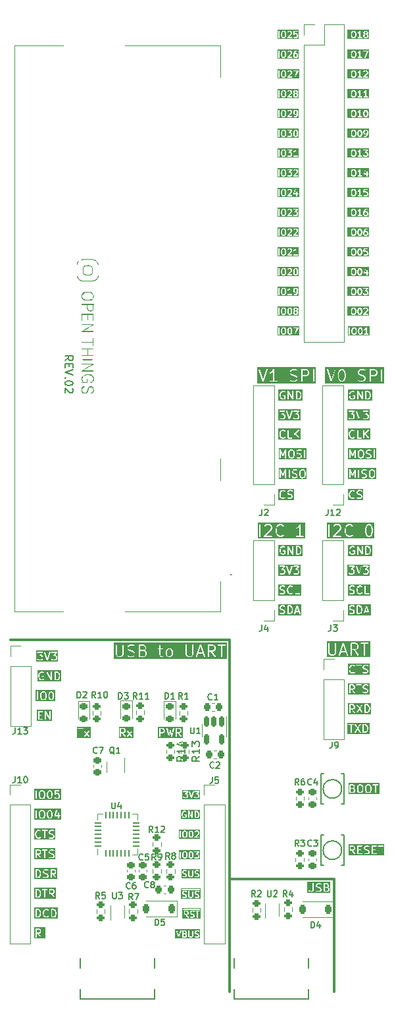
<source format=gbr>
%TF.GenerationSoftware,KiCad,Pcbnew,7.0.8*%
%TF.CreationDate,2024-03-21T14:49:46+01:00*%
%TF.ProjectId,so-dimm-debugger-programmer,736f2d64-696d-46d2-9d64-656275676765,REV.02*%
%TF.SameCoordinates,Original*%
%TF.FileFunction,Legend,Top*%
%TF.FilePolarity,Positive*%
%FSLAX46Y46*%
G04 Gerber Fmt 4.6, Leading zero omitted, Abs format (unit mm)*
G04 Created by KiCad (PCBNEW 7.0.8) date 2024-03-21 14:49:46*
%MOMM*%
%LPD*%
G01*
G04 APERTURE LIST*
G04 Aperture macros list*
%AMRoundRect*
0 Rectangle with rounded corners*
0 $1 Rounding radius*
0 $2 $3 $4 $5 $6 $7 $8 $9 X,Y pos of 4 corners*
0 Add a 4 corners polygon primitive as box body*
4,1,4,$2,$3,$4,$5,$6,$7,$8,$9,$2,$3,0*
0 Add four circle primitives for the rounded corners*
1,1,$1+$1,$2,$3*
1,1,$1+$1,$4,$5*
1,1,$1+$1,$6,$7*
1,1,$1+$1,$8,$9*
0 Add four rect primitives between the rounded corners*
20,1,$1+$1,$2,$3,$4,$5,0*
20,1,$1+$1,$4,$5,$6,$7,0*
20,1,$1+$1,$6,$7,$8,$9,0*
20,1,$1+$1,$8,$9,$2,$3,0*%
G04 Aperture macros list end*
%ADD10C,0.300000*%
%ADD11C,0.150000*%
%ADD12C,0.120000*%
%ADD13C,0.100000*%
%ADD14C,0.200000*%
%ADD15RoundRect,0.200000X0.275000X-0.200000X0.275000X0.200000X-0.275000X0.200000X-0.275000X-0.200000X0*%
%ADD16R,0.375000X0.500000*%
%ADD17R,0.300000X0.650000*%
%ADD18RoundRect,0.225000X0.225000X0.375000X-0.225000X0.375000X-0.225000X-0.375000X0.225000X-0.375000X0*%
%ADD19RoundRect,0.225000X-0.250000X0.225000X-0.250000X-0.225000X0.250000X-0.225000X0.250000X0.225000X0*%
%ADD20RoundRect,0.218750X-0.256250X0.218750X-0.256250X-0.218750X0.256250X-0.218750X0.256250X0.218750X0*%
%ADD21C,0.800000*%
%ADD22C,5.000000*%
%ADD23R,1.700000X1.700000*%
%ADD24O,1.700000X1.700000*%
%ADD25RoundRect,0.200000X-0.275000X0.200000X-0.275000X-0.200000X0.275000X-0.200000X0.275000X0.200000X0*%
%ADD26R,2.000000X0.800000*%
%ADD27RoundRect,0.225000X-0.225000X-0.250000X0.225000X-0.250000X0.225000X0.250000X-0.225000X0.250000X0*%
%ADD28RoundRect,0.062500X0.062500X-0.337500X0.062500X0.337500X-0.062500X0.337500X-0.062500X-0.337500X0*%
%ADD29RoundRect,0.062500X0.337500X-0.062500X0.337500X0.062500X-0.337500X0.062500X-0.337500X-0.062500X0*%
%ADD30R,3.350000X3.350000*%
%ADD31RoundRect,0.225000X0.250000X-0.225000X0.250000X0.225000X-0.250000X0.225000X-0.250000X-0.225000X0*%
%ADD32RoundRect,0.225000X0.225000X0.250000X-0.225000X0.250000X-0.225000X-0.250000X0.225000X-0.250000X0*%
%ADD33C,0.001000*%
%ADD34R,2.000000X0.350000*%
%ADD35R,6.800000X4.000000*%
%ADD36C,0.400000*%
%ADD37R,0.600000X1.150000*%
%ADD38R,0.300000X1.150000*%
%ADD39O,1.050000X2.100000*%
%ADD40O,1.000000X2.000000*%
%ADD41RoundRect,0.150000X-0.150000X0.512500X-0.150000X-0.512500X0.150000X-0.512500X0.150000X0.512500X0*%
%ADD42R,0.400000X0.650000*%
G04 APERTURE END LIST*
D10*
X122228205Y-123430547D02*
X94034205Y-123430547D01*
X135690205Y-154164547D02*
X122355205Y-154164547D01*
X122228205Y-168642547D02*
X122228205Y-123430547D01*
X135690205Y-168642547D02*
X135690205Y-154164547D01*
D11*
G36*
X138274730Y-63148576D02*
G01*
X138327625Y-63201470D01*
X138358443Y-63324741D01*
X138358443Y-63572941D01*
X138327625Y-63696212D01*
X138274730Y-63749108D01*
X138225262Y-63773842D01*
X138108291Y-63773842D01*
X138058822Y-63749107D01*
X138005927Y-63696212D01*
X137975109Y-63572939D01*
X137975109Y-63324743D01*
X138005927Y-63201470D01*
X138058821Y-63148576D01*
X138108291Y-63123842D01*
X138225262Y-63123842D01*
X138274730Y-63148576D01*
G37*
G36*
X140183495Y-64038128D02*
G01*
X137367967Y-64038128D01*
X137367967Y-63848842D01*
X137482253Y-63848842D01*
X137499800Y-63897051D01*
X137544229Y-63922703D01*
X137594753Y-63913794D01*
X137627730Y-63874494D01*
X137632253Y-63848842D01*
X137632253Y-63582175D01*
X137825109Y-63582175D01*
X137826294Y-63585432D01*
X137827348Y-63600366D01*
X137865444Y-63752747D01*
X137869586Y-63758879D01*
X137870231Y-63766252D01*
X137885172Y-63787589D01*
X137961362Y-63863780D01*
X137962844Y-63864471D01*
X137980854Y-63877829D01*
X138057045Y-63915924D01*
X138061498Y-63916436D01*
X138064934Y-63919319D01*
X138090586Y-63923842D01*
X138242967Y-63923842D01*
X138247180Y-63922308D01*
X138251541Y-63923350D01*
X138276508Y-63915924D01*
X138352698Y-63877829D01*
X138353823Y-63876639D01*
X138372190Y-63863780D01*
X138400152Y-63835818D01*
X138664343Y-63835818D01*
X138673252Y-63886342D01*
X138712552Y-63919319D01*
X138738204Y-63923842D01*
X139195347Y-63923842D01*
X139243556Y-63906295D01*
X139269208Y-63861866D01*
X139260299Y-63811342D01*
X139220999Y-63778365D01*
X139195347Y-63773842D01*
X139041776Y-63773842D01*
X139041776Y-63569151D01*
X139426248Y-63569151D01*
X139429800Y-63589297D01*
X139430359Y-63609742D01*
X139434161Y-63614030D01*
X139435157Y-63619675D01*
X139450824Y-63632821D01*
X139464396Y-63648127D01*
X139470066Y-63648967D01*
X139474457Y-63652652D01*
X139500109Y-63657175D01*
X139806062Y-63657175D01*
X139806062Y-63848842D01*
X139823609Y-63897051D01*
X139868038Y-63922703D01*
X139918562Y-63913794D01*
X139951539Y-63874494D01*
X139956062Y-63848842D01*
X139956062Y-63657175D01*
X139995348Y-63657175D01*
X140043557Y-63639628D01*
X140069209Y-63595199D01*
X140060300Y-63544675D01*
X140021000Y-63511698D01*
X139995348Y-63507175D01*
X139956062Y-63507175D01*
X139956062Y-63315508D01*
X139938515Y-63267299D01*
X139894086Y-63241647D01*
X139843562Y-63250556D01*
X139810585Y-63289856D01*
X139806062Y-63315508D01*
X139806062Y-63507175D01*
X139604166Y-63507175D01*
X139761737Y-63034464D01*
X139760336Y-62983181D01*
X139726299Y-62944795D01*
X139675550Y-62937270D01*
X139631837Y-62964125D01*
X139619435Y-62987030D01*
X139428958Y-63558458D01*
X139429114Y-63564186D01*
X139426248Y-63569151D01*
X139041776Y-63569151D01*
X139041776Y-63048842D01*
X139040300Y-63044788D01*
X139041321Y-63040599D01*
X139031673Y-63021085D01*
X139024229Y-63000633D01*
X139020495Y-62998477D01*
X139018584Y-62994611D01*
X138998650Y-62985864D01*
X138979800Y-62974981D01*
X138975552Y-62975729D01*
X138971603Y-62973997D01*
X138950708Y-62980110D01*
X138929276Y-62983890D01*
X138926504Y-62987192D01*
X138922365Y-62988404D01*
X138904372Y-63007239D01*
X138832299Y-63115347D01*
X138769967Y-63177678D01*
X138704663Y-63210331D01*
X138669391Y-63247585D01*
X138666316Y-63298795D01*
X138696879Y-63340001D01*
X138746778Y-63351922D01*
X138771745Y-63344495D01*
X138847936Y-63306400D01*
X138849060Y-63305212D01*
X138867428Y-63292351D01*
X138891776Y-63268002D01*
X138891776Y-63773842D01*
X138738204Y-63773842D01*
X138689995Y-63791389D01*
X138664343Y-63835818D01*
X138400152Y-63835818D01*
X138448381Y-63787589D01*
X138451508Y-63780881D01*
X138457499Y-63776535D01*
X138468109Y-63752746D01*
X138506204Y-63600365D01*
X138505843Y-63596916D01*
X138508443Y-63582175D01*
X138508443Y-63315508D01*
X138507257Y-63312250D01*
X138506204Y-63297318D01*
X138468109Y-63144937D01*
X138463967Y-63138804D01*
X138463322Y-63131431D01*
X138448381Y-63110094D01*
X138372190Y-63033904D01*
X138370708Y-63033213D01*
X138352698Y-63019855D01*
X138276508Y-62981760D01*
X138272054Y-62981247D01*
X138268619Y-62978365D01*
X138242967Y-62973842D01*
X138090586Y-62973842D01*
X138086373Y-62975375D01*
X138082012Y-62974333D01*
X138057045Y-62981760D01*
X137980854Y-63019855D01*
X137979730Y-63021041D01*
X137961362Y-63033904D01*
X137885172Y-63110094D01*
X137882044Y-63116800D01*
X137876054Y-63121147D01*
X137865444Y-63144936D01*
X137827348Y-63297317D01*
X137827708Y-63300765D01*
X137825109Y-63315508D01*
X137825109Y-63582175D01*
X137632253Y-63582175D01*
X137632253Y-63048842D01*
X137614706Y-63000633D01*
X137570277Y-62974981D01*
X137519753Y-62983890D01*
X137486776Y-63023190D01*
X137482253Y-63048842D01*
X137482253Y-63848842D01*
X137367967Y-63848842D01*
X137367967Y-62822984D01*
X140183495Y-62822984D01*
X140183495Y-64038128D01*
G37*
G36*
X129257730Y-55528576D02*
G01*
X129310625Y-55581470D01*
X129341443Y-55704741D01*
X129341443Y-55952941D01*
X129310625Y-56076212D01*
X129257730Y-56129108D01*
X129208262Y-56153842D01*
X129091291Y-56153842D01*
X129041822Y-56129107D01*
X128988927Y-56076212D01*
X128958109Y-55952939D01*
X128958109Y-55704743D01*
X128988927Y-55581470D01*
X129041821Y-55528576D01*
X129091291Y-55503842D01*
X129208262Y-55503842D01*
X129257730Y-55528576D01*
G37*
G36*
X130819635Y-55528576D02*
G01*
X130840517Y-55549458D01*
X130865252Y-55598927D01*
X130865252Y-55753994D01*
X130840517Y-55803462D01*
X130819634Y-55824346D01*
X130770166Y-55849080D01*
X130653195Y-55849080D01*
X130603727Y-55824346D01*
X130582843Y-55803461D01*
X130558109Y-55753993D01*
X130558109Y-55598928D01*
X130582844Y-55549458D01*
X130603727Y-55528576D01*
X130653195Y-55503842D01*
X130770166Y-55503842D01*
X130819635Y-55528576D01*
G37*
G36*
X131129538Y-56418128D02*
G01*
X128350967Y-56418128D01*
X128350967Y-56228842D01*
X128465253Y-56228842D01*
X128482800Y-56277051D01*
X128527229Y-56302703D01*
X128577753Y-56293794D01*
X128610730Y-56254494D01*
X128615253Y-56228842D01*
X128615253Y-55962175D01*
X128808109Y-55962175D01*
X128809294Y-55965432D01*
X128810348Y-55980366D01*
X128848444Y-56132747D01*
X128852586Y-56138879D01*
X128853231Y-56146252D01*
X128868172Y-56167589D01*
X128944362Y-56243780D01*
X128945844Y-56244471D01*
X128963854Y-56257829D01*
X129040045Y-56295924D01*
X129044498Y-56296436D01*
X129047934Y-56299319D01*
X129073586Y-56303842D01*
X129225967Y-56303842D01*
X129230180Y-56302308D01*
X129234541Y-56303350D01*
X129259508Y-56295924D01*
X129335698Y-56257829D01*
X129336823Y-56256639D01*
X129355190Y-56243780D01*
X129376664Y-56222306D01*
X129608395Y-56222306D01*
X129614236Y-56244108D01*
X129618157Y-56266342D01*
X129620784Y-56268546D01*
X129621672Y-56271860D01*
X129640163Y-56284808D01*
X129657457Y-56299319D01*
X129662041Y-56300127D01*
X129663698Y-56301287D01*
X129666986Y-56300999D01*
X129683109Y-56303842D01*
X130178347Y-56303842D01*
X130226556Y-56286295D01*
X130252208Y-56241866D01*
X130243299Y-56191342D01*
X130203999Y-56158365D01*
X130178347Y-56153842D01*
X129864175Y-56153842D01*
X130193285Y-55824732D01*
X130195179Y-55820668D01*
X130199001Y-55818321D01*
X130211403Y-55795416D01*
X130219309Y-55771699D01*
X130408109Y-55771699D01*
X130409642Y-55775912D01*
X130408601Y-55780274D01*
X130416027Y-55805241D01*
X130454123Y-55881430D01*
X130455311Y-55882555D01*
X130468171Y-55900921D01*
X130506266Y-55939017D01*
X130507747Y-55939707D01*
X130525759Y-55953067D01*
X130601949Y-55991162D01*
X130606402Y-55991674D01*
X130609838Y-55994557D01*
X130635490Y-55999080D01*
X130787871Y-55999080D01*
X130792083Y-55997546D01*
X130796445Y-55998589D01*
X130821412Y-55991162D01*
X130838826Y-55982455D01*
X130832546Y-56007573D01*
X130767681Y-56104870D01*
X130743444Y-56129108D01*
X130693976Y-56153842D01*
X130559300Y-56153842D01*
X130511091Y-56171389D01*
X130485439Y-56215818D01*
X130494348Y-56266342D01*
X130533648Y-56299319D01*
X130559300Y-56303842D01*
X130711681Y-56303842D01*
X130715894Y-56302308D01*
X130720255Y-56303350D01*
X130745222Y-56295924D01*
X130821412Y-56257829D01*
X130822537Y-56256639D01*
X130840904Y-56243780D01*
X130879000Y-56205684D01*
X130880476Y-56202517D01*
X130888371Y-56194254D01*
X130964561Y-56079969D01*
X130964663Y-56079547D01*
X130974918Y-56056556D01*
X131013013Y-55904175D01*
X131012652Y-55900726D01*
X131015252Y-55885985D01*
X131015252Y-55581223D01*
X131013718Y-55577010D01*
X131014761Y-55572649D01*
X131007334Y-55547682D01*
X130969239Y-55471491D01*
X130968049Y-55470365D01*
X130955190Y-55451999D01*
X130917095Y-55413904D01*
X130915613Y-55413213D01*
X130897603Y-55399855D01*
X130821412Y-55361760D01*
X130816958Y-55361247D01*
X130813523Y-55358365D01*
X130787871Y-55353842D01*
X130635490Y-55353842D01*
X130631276Y-55355375D01*
X130626916Y-55354334D01*
X130601949Y-55361760D01*
X130525759Y-55399855D01*
X130524633Y-55401044D01*
X130506267Y-55413904D01*
X130468172Y-55451999D01*
X130467479Y-55453483D01*
X130454123Y-55471491D01*
X130416027Y-55547682D01*
X130415514Y-55552135D01*
X130412632Y-55555571D01*
X130408109Y-55581223D01*
X130408109Y-55771699D01*
X130219309Y-55771699D01*
X130249498Y-55681130D01*
X130249453Y-55679495D01*
X130253347Y-55657413D01*
X130253347Y-55581223D01*
X130251813Y-55577010D01*
X130252856Y-55572649D01*
X130245429Y-55547682D01*
X130207334Y-55471491D01*
X130206144Y-55470365D01*
X130193285Y-55451999D01*
X130155190Y-55413904D01*
X130153708Y-55413213D01*
X130135698Y-55399855D01*
X130059507Y-55361760D01*
X130055053Y-55361247D01*
X130051618Y-55358365D01*
X130025966Y-55353842D01*
X129835490Y-55353842D01*
X129831276Y-55355375D01*
X129826916Y-55354334D01*
X129801949Y-55361760D01*
X129725759Y-55399855D01*
X129724633Y-55401043D01*
X129706268Y-55413903D01*
X129668172Y-55451998D01*
X129646490Y-55498495D01*
X129659766Y-55548049D01*
X129701792Y-55577476D01*
X129752899Y-55573006D01*
X129774236Y-55558066D01*
X129803726Y-55528576D01*
X129853195Y-55503842D01*
X130008261Y-55503842D01*
X130057730Y-55528576D01*
X130078612Y-55549458D01*
X130103347Y-55598927D01*
X130103347Y-55645243D01*
X130074699Y-55731185D01*
X129630076Y-56175809D01*
X129620538Y-56196262D01*
X129609248Y-56215818D01*
X129609844Y-56219198D01*
X129608395Y-56222306D01*
X129376664Y-56222306D01*
X129431381Y-56167589D01*
X129434508Y-56160881D01*
X129440499Y-56156535D01*
X129451109Y-56132746D01*
X129489204Y-55980365D01*
X129488843Y-55976916D01*
X129491443Y-55962175D01*
X129491443Y-55695508D01*
X129490257Y-55692250D01*
X129489204Y-55677318D01*
X129451109Y-55524937D01*
X129446967Y-55518804D01*
X129446322Y-55511431D01*
X129431381Y-55490094D01*
X129355190Y-55413904D01*
X129353708Y-55413213D01*
X129335698Y-55399855D01*
X129259508Y-55361760D01*
X129255054Y-55361247D01*
X129251619Y-55358365D01*
X129225967Y-55353842D01*
X129073586Y-55353842D01*
X129069373Y-55355375D01*
X129065012Y-55354333D01*
X129040045Y-55361760D01*
X128963854Y-55399855D01*
X128962730Y-55401041D01*
X128944362Y-55413904D01*
X128868172Y-55490094D01*
X128865044Y-55496800D01*
X128859054Y-55501147D01*
X128848444Y-55524936D01*
X128810348Y-55677317D01*
X128810708Y-55680765D01*
X128808109Y-55695508D01*
X128808109Y-55962175D01*
X128615253Y-55962175D01*
X128615253Y-55428842D01*
X128597706Y-55380633D01*
X128553277Y-55354981D01*
X128502753Y-55363890D01*
X128469776Y-55403190D01*
X128465253Y-55428842D01*
X128465253Y-56228842D01*
X128350967Y-56228842D01*
X128350967Y-55239556D01*
X131129538Y-55239556D01*
X131129538Y-56418128D01*
G37*
G36*
X140091580Y-91629537D02*
G01*
X140165693Y-91703650D01*
X140204186Y-91780637D01*
X140247570Y-91954171D01*
X140247570Y-92078560D01*
X140204186Y-92252094D01*
X140165692Y-92329081D01*
X140091580Y-92403194D01*
X139977067Y-92441366D01*
X139826142Y-92441366D01*
X139826142Y-91591366D01*
X139977067Y-91591366D01*
X140091580Y-91629537D01*
G37*
G36*
X140540427Y-92734223D02*
G01*
X137438047Y-92734223D01*
X137438047Y-92087794D01*
X137580904Y-92087794D01*
X137582089Y-92091051D01*
X137583143Y-92105984D01*
X137630762Y-92296460D01*
X137632750Y-92299404D01*
X137636441Y-92311811D01*
X137684060Y-92407049D01*
X137685246Y-92408172D01*
X137698109Y-92426541D01*
X137793347Y-92521780D01*
X137797411Y-92523675D01*
X137799758Y-92527495D01*
X137822663Y-92539898D01*
X137965519Y-92587517D01*
X137967154Y-92587472D01*
X137989237Y-92591366D01*
X138084475Y-92591366D01*
X138086013Y-92590805D01*
X138108192Y-92587517D01*
X138251049Y-92539898D01*
X138254560Y-92537110D01*
X138259029Y-92536720D01*
X138280366Y-92521779D01*
X138285779Y-92516366D01*
X138628523Y-92516366D01*
X138646070Y-92564575D01*
X138690499Y-92590227D01*
X138741023Y-92581318D01*
X138774000Y-92542018D01*
X138778523Y-92516366D01*
X138778523Y-91798782D01*
X139209833Y-92553577D01*
X139215126Y-92558058D01*
X139217498Y-92564575D01*
X139234235Y-92574238D01*
X139248986Y-92586728D01*
X139255920Y-92586758D01*
X139261927Y-92590227D01*
X139280960Y-92586870D01*
X139300288Y-92586957D01*
X139305621Y-92582522D01*
X139312451Y-92581318D01*
X139324875Y-92566511D01*
X139339735Y-92554155D01*
X139340969Y-92547331D01*
X139345428Y-92542018D01*
X139349951Y-92516366D01*
X139676142Y-92516366D01*
X139682805Y-92534674D01*
X139686190Y-92553866D01*
X139691374Y-92558216D01*
X139693689Y-92564575D01*
X139710562Y-92574317D01*
X139725490Y-92586843D01*
X139735232Y-92588560D01*
X139738118Y-92590227D01*
X139741400Y-92589648D01*
X139751142Y-92591366D01*
X139989237Y-92591366D01*
X139990775Y-92590805D01*
X140012954Y-92587517D01*
X140155811Y-92539898D01*
X140159323Y-92537110D01*
X140163790Y-92536720D01*
X140185127Y-92521780D01*
X140280366Y-92426540D01*
X140281057Y-92425057D01*
X140294414Y-92407049D01*
X140342033Y-92311811D01*
X140342439Y-92308282D01*
X140347712Y-92296460D01*
X140395331Y-92105984D01*
X140394970Y-92102535D01*
X140397570Y-92087794D01*
X140397570Y-91944937D01*
X140396384Y-91941679D01*
X140395331Y-91926747D01*
X140347712Y-91736271D01*
X140345723Y-91733326D01*
X140342033Y-91720920D01*
X140294414Y-91625682D01*
X140293227Y-91624558D01*
X140280365Y-91606190D01*
X140185127Y-91510952D01*
X140181063Y-91509057D01*
X140178716Y-91505236D01*
X140155811Y-91492834D01*
X140012954Y-91445215D01*
X140011319Y-91445259D01*
X139989237Y-91441366D01*
X139751142Y-91441366D01*
X139732833Y-91448029D01*
X139713642Y-91451414D01*
X139709291Y-91456598D01*
X139702933Y-91458913D01*
X139693190Y-91475786D01*
X139680665Y-91490714D01*
X139678947Y-91500456D01*
X139677281Y-91503342D01*
X139677859Y-91506624D01*
X139676142Y-91516366D01*
X139676142Y-92516366D01*
X139349951Y-92516366D01*
X139349951Y-91516366D01*
X139332404Y-91468157D01*
X139287975Y-91442505D01*
X139237451Y-91451414D01*
X139204474Y-91490714D01*
X139199951Y-91516366D01*
X139199951Y-92233949D01*
X138768641Y-91479156D01*
X138763348Y-91474674D01*
X138760976Y-91468157D01*
X138744236Y-91458492D01*
X138729488Y-91446004D01*
X138722553Y-91445973D01*
X138716547Y-91442505D01*
X138697513Y-91445861D01*
X138678186Y-91445775D01*
X138672852Y-91450209D01*
X138666023Y-91451414D01*
X138653598Y-91466220D01*
X138638739Y-91478577D01*
X138637504Y-91485400D01*
X138633046Y-91490714D01*
X138628523Y-91516366D01*
X138628523Y-92516366D01*
X138285779Y-92516366D01*
X138327984Y-92474160D01*
X138334902Y-92459322D01*
X138345428Y-92446779D01*
X138348271Y-92430651D01*
X138349665Y-92427663D01*
X138349142Y-92425712D01*
X138349951Y-92421127D01*
X138349951Y-92087794D01*
X138343287Y-92069485D01*
X138339903Y-92050294D01*
X138334718Y-92045943D01*
X138332404Y-92039585D01*
X138315530Y-92029842D01*
X138300603Y-92017317D01*
X138290860Y-92015599D01*
X138287975Y-92013933D01*
X138284692Y-92014511D01*
X138274951Y-92012794D01*
X138084475Y-92012794D01*
X138036266Y-92030341D01*
X138010614Y-92074770D01*
X138019523Y-92125294D01*
X138058823Y-92158271D01*
X138084475Y-92162794D01*
X138199951Y-92162794D01*
X138199951Y-92390061D01*
X138186818Y-92403194D01*
X138072305Y-92441366D01*
X138001407Y-92441366D01*
X137886894Y-92403195D01*
X137812781Y-92329081D01*
X137774287Y-92252094D01*
X137730904Y-92078560D01*
X137730904Y-91954171D01*
X137774287Y-91780637D01*
X137812781Y-91703650D01*
X137886894Y-91629537D01*
X138001407Y-91591366D01*
X138114389Y-91591366D01*
X138193791Y-91631067D01*
X138244757Y-91636932D01*
X138287570Y-91608666D01*
X138302197Y-91559491D01*
X138281794Y-91512420D01*
X138260873Y-91496903D01*
X138165635Y-91449284D01*
X138161181Y-91448771D01*
X138157746Y-91445889D01*
X138132094Y-91441366D01*
X137989237Y-91441366D01*
X137987699Y-91441925D01*
X137965519Y-91445215D01*
X137822663Y-91492834D01*
X137819152Y-91495620D01*
X137814684Y-91496011D01*
X137793347Y-91510952D01*
X137698109Y-91606190D01*
X137697418Y-91607671D01*
X137684060Y-91625682D01*
X137636441Y-91720920D01*
X137636034Y-91724448D01*
X137630762Y-91736271D01*
X137583143Y-91926747D01*
X137583503Y-91930195D01*
X137580904Y-91944937D01*
X137580904Y-92087794D01*
X137438047Y-92087794D01*
X137438047Y-91298509D01*
X140540427Y-91298509D01*
X140540427Y-92734223D01*
G37*
G36*
X129257730Y-65688576D02*
G01*
X129310625Y-65741470D01*
X129341443Y-65864741D01*
X129341443Y-66112941D01*
X129310625Y-66236212D01*
X129257730Y-66289108D01*
X129208262Y-66313842D01*
X129091291Y-66313842D01*
X129041822Y-66289107D01*
X128988927Y-66236212D01*
X128958109Y-66112939D01*
X128958109Y-65864743D01*
X128988927Y-65741470D01*
X129041821Y-65688576D01*
X129091291Y-65663842D01*
X129208262Y-65663842D01*
X129257730Y-65688576D01*
G37*
G36*
X131166495Y-66578128D02*
G01*
X128350967Y-66578128D01*
X128350967Y-66388842D01*
X128465253Y-66388842D01*
X128482800Y-66437051D01*
X128527229Y-66462703D01*
X128577753Y-66453794D01*
X128610730Y-66414494D01*
X128615253Y-66388842D01*
X128615253Y-66122175D01*
X128808109Y-66122175D01*
X128809294Y-66125432D01*
X128810348Y-66140366D01*
X128848444Y-66292747D01*
X128852586Y-66298879D01*
X128853231Y-66306252D01*
X128868172Y-66327589D01*
X128944362Y-66403780D01*
X128945844Y-66404471D01*
X128963854Y-66417829D01*
X129040045Y-66455924D01*
X129044498Y-66456436D01*
X129047934Y-66459319D01*
X129073586Y-66463842D01*
X129225967Y-66463842D01*
X129230180Y-66462308D01*
X129234541Y-66463350D01*
X129259508Y-66455924D01*
X129335698Y-66417829D01*
X129336823Y-66416639D01*
X129355190Y-66403780D01*
X129376664Y-66382306D01*
X129608395Y-66382306D01*
X129614236Y-66404108D01*
X129618157Y-66426342D01*
X129620784Y-66428546D01*
X129621672Y-66431860D01*
X129640163Y-66444808D01*
X129657457Y-66459319D01*
X129662041Y-66460127D01*
X129663698Y-66461287D01*
X129666986Y-66460999D01*
X129683109Y-66463842D01*
X130178347Y-66463842D01*
X130226556Y-66446295D01*
X130252208Y-66401866D01*
X130243299Y-66351342D01*
X130203999Y-66318365D01*
X130178347Y-66313842D01*
X129864175Y-66313842D01*
X130068866Y-66109151D01*
X130409248Y-66109151D01*
X130412800Y-66129297D01*
X130413359Y-66149742D01*
X130417161Y-66154030D01*
X130418157Y-66159675D01*
X130433824Y-66172821D01*
X130447396Y-66188127D01*
X130453066Y-66188967D01*
X130457457Y-66192652D01*
X130483109Y-66197175D01*
X130789062Y-66197175D01*
X130789062Y-66388842D01*
X130806609Y-66437051D01*
X130851038Y-66462703D01*
X130901562Y-66453794D01*
X130934539Y-66414494D01*
X130939062Y-66388842D01*
X130939062Y-66197175D01*
X130978348Y-66197175D01*
X131026557Y-66179628D01*
X131052209Y-66135199D01*
X131043300Y-66084675D01*
X131004000Y-66051698D01*
X130978348Y-66047175D01*
X130939062Y-66047175D01*
X130939062Y-65855508D01*
X130921515Y-65807299D01*
X130877086Y-65781647D01*
X130826562Y-65790556D01*
X130793585Y-65829856D01*
X130789062Y-65855508D01*
X130789062Y-66047175D01*
X130587166Y-66047175D01*
X130744737Y-65574464D01*
X130743336Y-65523181D01*
X130709299Y-65484795D01*
X130658550Y-65477270D01*
X130614837Y-65504125D01*
X130602435Y-65527030D01*
X130411958Y-66098458D01*
X130412114Y-66104186D01*
X130409248Y-66109151D01*
X130068866Y-66109151D01*
X130193285Y-65984732D01*
X130195179Y-65980668D01*
X130199001Y-65978321D01*
X130211403Y-65955416D01*
X130249498Y-65841130D01*
X130249453Y-65839495D01*
X130253347Y-65817413D01*
X130253347Y-65741223D01*
X130251813Y-65737010D01*
X130252856Y-65732649D01*
X130245429Y-65707682D01*
X130207334Y-65631491D01*
X130206144Y-65630365D01*
X130193285Y-65611999D01*
X130155190Y-65573904D01*
X130153708Y-65573213D01*
X130135698Y-65559855D01*
X130059507Y-65521760D01*
X130055053Y-65521247D01*
X130051618Y-65518365D01*
X130025966Y-65513842D01*
X129835490Y-65513842D01*
X129831276Y-65515375D01*
X129826916Y-65514334D01*
X129801949Y-65521760D01*
X129725759Y-65559855D01*
X129724633Y-65561043D01*
X129706268Y-65573903D01*
X129668172Y-65611998D01*
X129646490Y-65658495D01*
X129659766Y-65708049D01*
X129701792Y-65737476D01*
X129752899Y-65733006D01*
X129774236Y-65718066D01*
X129803726Y-65688576D01*
X129853195Y-65663842D01*
X130008261Y-65663842D01*
X130057730Y-65688576D01*
X130078612Y-65709458D01*
X130103347Y-65758927D01*
X130103347Y-65805243D01*
X130074699Y-65891185D01*
X129630076Y-66335809D01*
X129620538Y-66356262D01*
X129609248Y-66375818D01*
X129609844Y-66379198D01*
X129608395Y-66382306D01*
X129376664Y-66382306D01*
X129431381Y-66327589D01*
X129434508Y-66320881D01*
X129440499Y-66316535D01*
X129451109Y-66292746D01*
X129489204Y-66140365D01*
X129488843Y-66136916D01*
X129491443Y-66122175D01*
X129491443Y-65855508D01*
X129490257Y-65852250D01*
X129489204Y-65837318D01*
X129451109Y-65684937D01*
X129446967Y-65678804D01*
X129446322Y-65671431D01*
X129431381Y-65650094D01*
X129355190Y-65573904D01*
X129353708Y-65573213D01*
X129335698Y-65559855D01*
X129259508Y-65521760D01*
X129255054Y-65521247D01*
X129251619Y-65518365D01*
X129225967Y-65513842D01*
X129073586Y-65513842D01*
X129069373Y-65515375D01*
X129065012Y-65514333D01*
X129040045Y-65521760D01*
X128963854Y-65559855D01*
X128962730Y-65561041D01*
X128944362Y-65573904D01*
X128868172Y-65650094D01*
X128865044Y-65656800D01*
X128859054Y-65661147D01*
X128848444Y-65684936D01*
X128810348Y-65837317D01*
X128810708Y-65840765D01*
X128808109Y-65855508D01*
X128808109Y-66122175D01*
X128615253Y-66122175D01*
X128615253Y-65588842D01*
X128597706Y-65540633D01*
X128553277Y-65514981D01*
X128502753Y-65523890D01*
X128469776Y-65563190D01*
X128465253Y-65588842D01*
X128465253Y-66388842D01*
X128350967Y-66388842D01*
X128350967Y-65362984D01*
X131166495Y-65362984D01*
X131166495Y-66578128D01*
G37*
G36*
X118419761Y-143921128D02*
G01*
X116099471Y-143921128D01*
X116099471Y-142918818D01*
X116213757Y-142918818D01*
X116222666Y-142969342D01*
X116261966Y-143002319D01*
X116287618Y-143006842D01*
X116617574Y-143006842D01*
X116459747Y-143187216D01*
X116452440Y-143206067D01*
X116442329Y-143223580D01*
X116443368Y-143229473D01*
X116441206Y-143235052D01*
X116447726Y-143254191D01*
X116451238Y-143274104D01*
X116455821Y-143277949D01*
X116457751Y-143283614D01*
X116475048Y-143294083D01*
X116490538Y-143307081D01*
X116498982Y-143308569D01*
X116501641Y-143310179D01*
X116505082Y-143309645D01*
X116516190Y-143311604D01*
X116612770Y-143311604D01*
X116662239Y-143336338D01*
X116683121Y-143357220D01*
X116707856Y-143406689D01*
X116707856Y-143561756D01*
X116683121Y-143611224D01*
X116662238Y-143632108D01*
X116612770Y-143656842D01*
X116419609Y-143656842D01*
X116370140Y-143632108D01*
X116340652Y-143602619D01*
X116294155Y-143580937D01*
X116244601Y-143594213D01*
X116215174Y-143636239D01*
X116219644Y-143687346D01*
X116234584Y-143708683D01*
X116272679Y-143746779D01*
X116274160Y-143747469D01*
X116292172Y-143760829D01*
X116368363Y-143798924D01*
X116372816Y-143799436D01*
X116376252Y-143802319D01*
X116401904Y-143806842D01*
X116630475Y-143806842D01*
X116634687Y-143805308D01*
X116639049Y-143806351D01*
X116664016Y-143798924D01*
X116740207Y-143760829D01*
X116741331Y-143759641D01*
X116759700Y-143746779D01*
X116797795Y-143708683D01*
X116798486Y-143707200D01*
X116811843Y-143689192D01*
X116849938Y-143613002D01*
X116850450Y-143608548D01*
X116853333Y-143605113D01*
X116857856Y-143579461D01*
X116857856Y-143388985D01*
X116856322Y-143384772D01*
X116857365Y-143380411D01*
X116849938Y-143355444D01*
X116811843Y-143279253D01*
X116810653Y-143278127D01*
X116797794Y-143259761D01*
X116759699Y-143221666D01*
X116758217Y-143220975D01*
X116740207Y-143207617D01*
X116671339Y-143173183D01*
X116839300Y-142981229D01*
X116846606Y-142962376D01*
X116856717Y-142944866D01*
X116855677Y-142938972D01*
X116857840Y-142933394D01*
X116856613Y-142929793D01*
X116936456Y-142929793D01*
X116940277Y-142955559D01*
X117206944Y-143755559D01*
X117208286Y-143757250D01*
X117208345Y-143759409D01*
X117224094Y-143777170D01*
X117238835Y-143795745D01*
X117240948Y-143796177D01*
X117242382Y-143797794D01*
X117265852Y-143801274D01*
X117289096Y-143806031D01*
X117290995Y-143805002D01*
X117293131Y-143805319D01*
X117313348Y-143792898D01*
X117334210Y-143781602D01*
X117335003Y-143779594D01*
X117336844Y-143778464D01*
X117349246Y-143755559D01*
X117615912Y-142955559D01*
X117614908Y-142918818D01*
X117661376Y-142918818D01*
X117670285Y-142969342D01*
X117709585Y-143002319D01*
X117735237Y-143006842D01*
X118065193Y-143006842D01*
X117907366Y-143187216D01*
X117900059Y-143206067D01*
X117889948Y-143223580D01*
X117890987Y-143229473D01*
X117888825Y-143235052D01*
X117895345Y-143254191D01*
X117898857Y-143274104D01*
X117903440Y-143277949D01*
X117905370Y-143283614D01*
X117922667Y-143294083D01*
X117938157Y-143307081D01*
X117946601Y-143308569D01*
X117949260Y-143310179D01*
X117952701Y-143309645D01*
X117963809Y-143311604D01*
X118060389Y-143311604D01*
X118109858Y-143336338D01*
X118130740Y-143357220D01*
X118155475Y-143406689D01*
X118155475Y-143561756D01*
X118130740Y-143611224D01*
X118109857Y-143632108D01*
X118060389Y-143656842D01*
X117867228Y-143656842D01*
X117817759Y-143632108D01*
X117788271Y-143602619D01*
X117741774Y-143580937D01*
X117692220Y-143594213D01*
X117662793Y-143636239D01*
X117667263Y-143687346D01*
X117682203Y-143708683D01*
X117720298Y-143746779D01*
X117721779Y-143747469D01*
X117739791Y-143760829D01*
X117815982Y-143798924D01*
X117820435Y-143799436D01*
X117823871Y-143802319D01*
X117849523Y-143806842D01*
X118078094Y-143806842D01*
X118082306Y-143805308D01*
X118086668Y-143806351D01*
X118111635Y-143798924D01*
X118187826Y-143760829D01*
X118188950Y-143759641D01*
X118207319Y-143746779D01*
X118245414Y-143708683D01*
X118246105Y-143707200D01*
X118259462Y-143689192D01*
X118297557Y-143613002D01*
X118298069Y-143608548D01*
X118300952Y-143605113D01*
X118305475Y-143579461D01*
X118305475Y-143388985D01*
X118303941Y-143384772D01*
X118304984Y-143380411D01*
X118297557Y-143355444D01*
X118259462Y-143279253D01*
X118258272Y-143278127D01*
X118245413Y-143259761D01*
X118207318Y-143221666D01*
X118205836Y-143220975D01*
X118187826Y-143207617D01*
X118118958Y-143173183D01*
X118286919Y-142981229D01*
X118294225Y-142962376D01*
X118304336Y-142944866D01*
X118303296Y-142938972D01*
X118305459Y-142933394D01*
X118298937Y-142914252D01*
X118295427Y-142894342D01*
X118290845Y-142890497D01*
X118288915Y-142884832D01*
X118271612Y-142874359D01*
X118256127Y-142861365D01*
X118247686Y-142859876D01*
X118245025Y-142858266D01*
X118241580Y-142858800D01*
X118230475Y-142856842D01*
X117735237Y-142856842D01*
X117687028Y-142874389D01*
X117661376Y-142918818D01*
X117614908Y-142918818D01*
X117614511Y-142904275D01*
X117580474Y-142865890D01*
X117529725Y-142858364D01*
X117486013Y-142885219D01*
X117473610Y-142908125D01*
X117278094Y-143494671D01*
X117082579Y-142908125D01*
X117050688Y-142867939D01*
X117000427Y-142857653D01*
X116955313Y-142882082D01*
X116936456Y-142929793D01*
X116856613Y-142929793D01*
X116851318Y-142914252D01*
X116847808Y-142894342D01*
X116843226Y-142890497D01*
X116841296Y-142884832D01*
X116823993Y-142874359D01*
X116808508Y-142861365D01*
X116800067Y-142859876D01*
X116797406Y-142858266D01*
X116793961Y-142858800D01*
X116782856Y-142856842D01*
X116287618Y-142856842D01*
X116239409Y-142874389D01*
X116213757Y-142918818D01*
X116099471Y-142918818D01*
X116099471Y-142742556D01*
X118419761Y-142742556D01*
X118419761Y-143921128D01*
G37*
G36*
X131150343Y-91629537D02*
G01*
X131224456Y-91703650D01*
X131262949Y-91780637D01*
X131306333Y-91954171D01*
X131306333Y-92078560D01*
X131262949Y-92252094D01*
X131224455Y-92329081D01*
X131150343Y-92403194D01*
X131035830Y-92441366D01*
X130884905Y-92441366D01*
X130884905Y-91591366D01*
X131035830Y-91591366D01*
X131150343Y-91629537D01*
G37*
G36*
X131599190Y-92734223D02*
G01*
X128496810Y-92734223D01*
X128496810Y-92087794D01*
X128639667Y-92087794D01*
X128640852Y-92091051D01*
X128641906Y-92105984D01*
X128689525Y-92296460D01*
X128691513Y-92299404D01*
X128695204Y-92311811D01*
X128742823Y-92407049D01*
X128744009Y-92408172D01*
X128756872Y-92426541D01*
X128852110Y-92521780D01*
X128856174Y-92523675D01*
X128858521Y-92527495D01*
X128881426Y-92539898D01*
X129024282Y-92587517D01*
X129025917Y-92587472D01*
X129048000Y-92591366D01*
X129143238Y-92591366D01*
X129144776Y-92590805D01*
X129166955Y-92587517D01*
X129309812Y-92539898D01*
X129313323Y-92537110D01*
X129317792Y-92536720D01*
X129339129Y-92521779D01*
X129344542Y-92516366D01*
X129687286Y-92516366D01*
X129704833Y-92564575D01*
X129749262Y-92590227D01*
X129799786Y-92581318D01*
X129832763Y-92542018D01*
X129837286Y-92516366D01*
X129837286Y-91798782D01*
X130268596Y-92553577D01*
X130273889Y-92558058D01*
X130276261Y-92564575D01*
X130292998Y-92574238D01*
X130307749Y-92586728D01*
X130314683Y-92586758D01*
X130320690Y-92590227D01*
X130339723Y-92586870D01*
X130359051Y-92586957D01*
X130364384Y-92582522D01*
X130371214Y-92581318D01*
X130383638Y-92566511D01*
X130398498Y-92554155D01*
X130399732Y-92547331D01*
X130404191Y-92542018D01*
X130408714Y-92516366D01*
X130734905Y-92516366D01*
X130741568Y-92534674D01*
X130744953Y-92553866D01*
X130750137Y-92558216D01*
X130752452Y-92564575D01*
X130769325Y-92574317D01*
X130784253Y-92586843D01*
X130793995Y-92588560D01*
X130796881Y-92590227D01*
X130800163Y-92589648D01*
X130809905Y-92591366D01*
X131048000Y-92591366D01*
X131049538Y-92590805D01*
X131071717Y-92587517D01*
X131214574Y-92539898D01*
X131218086Y-92537110D01*
X131222553Y-92536720D01*
X131243890Y-92521780D01*
X131339129Y-92426540D01*
X131339820Y-92425057D01*
X131353177Y-92407049D01*
X131400796Y-92311811D01*
X131401202Y-92308282D01*
X131406475Y-92296460D01*
X131454094Y-92105984D01*
X131453733Y-92102535D01*
X131456333Y-92087794D01*
X131456333Y-91944937D01*
X131455147Y-91941679D01*
X131454094Y-91926747D01*
X131406475Y-91736271D01*
X131404486Y-91733326D01*
X131400796Y-91720920D01*
X131353177Y-91625682D01*
X131351990Y-91624558D01*
X131339128Y-91606190D01*
X131243890Y-91510952D01*
X131239826Y-91509057D01*
X131237479Y-91505236D01*
X131214574Y-91492834D01*
X131071717Y-91445215D01*
X131070082Y-91445259D01*
X131048000Y-91441366D01*
X130809905Y-91441366D01*
X130791596Y-91448029D01*
X130772405Y-91451414D01*
X130768054Y-91456598D01*
X130761696Y-91458913D01*
X130751953Y-91475786D01*
X130739428Y-91490714D01*
X130737710Y-91500456D01*
X130736044Y-91503342D01*
X130736622Y-91506624D01*
X130734905Y-91516366D01*
X130734905Y-92516366D01*
X130408714Y-92516366D01*
X130408714Y-91516366D01*
X130391167Y-91468157D01*
X130346738Y-91442505D01*
X130296214Y-91451414D01*
X130263237Y-91490714D01*
X130258714Y-91516366D01*
X130258714Y-92233949D01*
X129827404Y-91479156D01*
X129822111Y-91474674D01*
X129819739Y-91468157D01*
X129802999Y-91458492D01*
X129788251Y-91446004D01*
X129781316Y-91445973D01*
X129775310Y-91442505D01*
X129756276Y-91445861D01*
X129736949Y-91445775D01*
X129731615Y-91450209D01*
X129724786Y-91451414D01*
X129712361Y-91466220D01*
X129697502Y-91478577D01*
X129696267Y-91485400D01*
X129691809Y-91490714D01*
X129687286Y-91516366D01*
X129687286Y-92516366D01*
X129344542Y-92516366D01*
X129386747Y-92474160D01*
X129393665Y-92459322D01*
X129404191Y-92446779D01*
X129407034Y-92430651D01*
X129408428Y-92427663D01*
X129407905Y-92425712D01*
X129408714Y-92421127D01*
X129408714Y-92087794D01*
X129402050Y-92069485D01*
X129398666Y-92050294D01*
X129393481Y-92045943D01*
X129391167Y-92039585D01*
X129374293Y-92029842D01*
X129359366Y-92017317D01*
X129349623Y-92015599D01*
X129346738Y-92013933D01*
X129343455Y-92014511D01*
X129333714Y-92012794D01*
X129143238Y-92012794D01*
X129095029Y-92030341D01*
X129069377Y-92074770D01*
X129078286Y-92125294D01*
X129117586Y-92158271D01*
X129143238Y-92162794D01*
X129258714Y-92162794D01*
X129258714Y-92390061D01*
X129245581Y-92403194D01*
X129131068Y-92441366D01*
X129060170Y-92441366D01*
X128945657Y-92403195D01*
X128871544Y-92329081D01*
X128833050Y-92252094D01*
X128789667Y-92078560D01*
X128789667Y-91954171D01*
X128833050Y-91780637D01*
X128871544Y-91703650D01*
X128945657Y-91629537D01*
X129060170Y-91591366D01*
X129173152Y-91591366D01*
X129252554Y-91631067D01*
X129303520Y-91636932D01*
X129346333Y-91608666D01*
X129360960Y-91559491D01*
X129340557Y-91512420D01*
X129319636Y-91496903D01*
X129224398Y-91449284D01*
X129219944Y-91448771D01*
X129216509Y-91445889D01*
X129190857Y-91441366D01*
X129048000Y-91441366D01*
X129046462Y-91441925D01*
X129024282Y-91445215D01*
X128881426Y-91492834D01*
X128877915Y-91495620D01*
X128873447Y-91496011D01*
X128852110Y-91510952D01*
X128756872Y-91606190D01*
X128756181Y-91607671D01*
X128742823Y-91625682D01*
X128695204Y-91720920D01*
X128694797Y-91724448D01*
X128689525Y-91736271D01*
X128641906Y-91926747D01*
X128642266Y-91930195D01*
X128639667Y-91944937D01*
X128639667Y-92087794D01*
X128496810Y-92087794D01*
X128496810Y-91298509D01*
X131599190Y-91298509D01*
X131599190Y-92734223D01*
G37*
G36*
X138274730Y-45368576D02*
G01*
X138327625Y-45421470D01*
X138358443Y-45544741D01*
X138358443Y-45792941D01*
X138327625Y-45916212D01*
X138274730Y-45969108D01*
X138225262Y-45993842D01*
X138108291Y-45993842D01*
X138058822Y-45969107D01*
X138005927Y-45916212D01*
X137975109Y-45792939D01*
X137975109Y-45544743D01*
X138005927Y-45421470D01*
X138058821Y-45368576D01*
X138108291Y-45343842D01*
X138225262Y-45343842D01*
X138274730Y-45368576D01*
G37*
G36*
X139836635Y-45711433D02*
G01*
X139857517Y-45732315D01*
X139882252Y-45781784D01*
X139882252Y-45898756D01*
X139857517Y-45948224D01*
X139836634Y-45969108D01*
X139787166Y-45993842D01*
X139670195Y-45993842D01*
X139620727Y-45969108D01*
X139599843Y-45948223D01*
X139575109Y-45898755D01*
X139575109Y-45781785D01*
X139599844Y-45732315D01*
X139620727Y-45711433D01*
X139670195Y-45686699D01*
X139787166Y-45686699D01*
X139836635Y-45711433D01*
G37*
G36*
X139836635Y-45368576D02*
G01*
X139857517Y-45389458D01*
X139882252Y-45438927D01*
X139882252Y-45441613D01*
X139857517Y-45491081D01*
X139836634Y-45511965D01*
X139787166Y-45536699D01*
X139670195Y-45536699D01*
X139620727Y-45511965D01*
X139599843Y-45491080D01*
X139575109Y-45441612D01*
X139575109Y-45438928D01*
X139599844Y-45389458D01*
X139620727Y-45368576D01*
X139670195Y-45343842D01*
X139787166Y-45343842D01*
X139836635Y-45368576D01*
G37*
G36*
X140146538Y-46258128D02*
G01*
X137367967Y-46258128D01*
X137367967Y-46068842D01*
X137482253Y-46068842D01*
X137499800Y-46117051D01*
X137544229Y-46142703D01*
X137594753Y-46133794D01*
X137627730Y-46094494D01*
X137632253Y-46068842D01*
X137632253Y-45802175D01*
X137825109Y-45802175D01*
X137826294Y-45805432D01*
X137827348Y-45820366D01*
X137865444Y-45972747D01*
X137869586Y-45978879D01*
X137870231Y-45986252D01*
X137885172Y-46007589D01*
X137961362Y-46083780D01*
X137962844Y-46084471D01*
X137980854Y-46097829D01*
X138057045Y-46135924D01*
X138061498Y-46136436D01*
X138064934Y-46139319D01*
X138090586Y-46143842D01*
X138242967Y-46143842D01*
X138247180Y-46142308D01*
X138251541Y-46143350D01*
X138276508Y-46135924D01*
X138352698Y-46097829D01*
X138353823Y-46096639D01*
X138372190Y-46083780D01*
X138400152Y-46055818D01*
X138664343Y-46055818D01*
X138673252Y-46106342D01*
X138712552Y-46139319D01*
X138738204Y-46143842D01*
X139195347Y-46143842D01*
X139243556Y-46126295D01*
X139269208Y-46081866D01*
X139260299Y-46031342D01*
X139220999Y-45998365D01*
X139195347Y-45993842D01*
X139041776Y-45993842D01*
X139041776Y-45916461D01*
X139425109Y-45916461D01*
X139426642Y-45920674D01*
X139425601Y-45925036D01*
X139433027Y-45950003D01*
X139471123Y-46026192D01*
X139472311Y-46027317D01*
X139485171Y-46045683D01*
X139523266Y-46083779D01*
X139524747Y-46084469D01*
X139542759Y-46097829D01*
X139618949Y-46135924D01*
X139623402Y-46136436D01*
X139626838Y-46139319D01*
X139652490Y-46143842D01*
X139804871Y-46143842D01*
X139809083Y-46142308D01*
X139813445Y-46143351D01*
X139838412Y-46135924D01*
X139914603Y-46097829D01*
X139915727Y-46096641D01*
X139934096Y-46083779D01*
X139972191Y-46045683D01*
X139972882Y-46044200D01*
X139986239Y-46026192D01*
X140024334Y-45950002D01*
X140024846Y-45945548D01*
X140027729Y-45942113D01*
X140032252Y-45916461D01*
X140032252Y-45764080D01*
X140030718Y-45759867D01*
X140031761Y-45755506D01*
X140024334Y-45730539D01*
X139986239Y-45654348D01*
X139985049Y-45653222D01*
X139972190Y-45634856D01*
X139949032Y-45611698D01*
X139972191Y-45588540D01*
X139972882Y-45587057D01*
X139986239Y-45569049D01*
X140024334Y-45492859D01*
X140024846Y-45488405D01*
X140027729Y-45484970D01*
X140032252Y-45459318D01*
X140032252Y-45421223D01*
X140030718Y-45417010D01*
X140031761Y-45412649D01*
X140024334Y-45387682D01*
X139986239Y-45311491D01*
X139985049Y-45310365D01*
X139972190Y-45291999D01*
X139934095Y-45253904D01*
X139932613Y-45253213D01*
X139914603Y-45239855D01*
X139838412Y-45201760D01*
X139833958Y-45201247D01*
X139830523Y-45198365D01*
X139804871Y-45193842D01*
X139652490Y-45193842D01*
X139648276Y-45195375D01*
X139643916Y-45194334D01*
X139618949Y-45201760D01*
X139542759Y-45239855D01*
X139541633Y-45241044D01*
X139523267Y-45253904D01*
X139485172Y-45291999D01*
X139484479Y-45293483D01*
X139471123Y-45311491D01*
X139433027Y-45387682D01*
X139432514Y-45392135D01*
X139429632Y-45395571D01*
X139425109Y-45421223D01*
X139425109Y-45459318D01*
X139426642Y-45463531D01*
X139425601Y-45467893D01*
X139433027Y-45492860D01*
X139471123Y-45569049D01*
X139472311Y-45570174D01*
X139485171Y-45588540D01*
X139508329Y-45611698D01*
X139485172Y-45634856D01*
X139484479Y-45636340D01*
X139471123Y-45654348D01*
X139433027Y-45730539D01*
X139432514Y-45734992D01*
X139429632Y-45738428D01*
X139425109Y-45764080D01*
X139425109Y-45916461D01*
X139041776Y-45916461D01*
X139041776Y-45268842D01*
X139040300Y-45264788D01*
X139041321Y-45260599D01*
X139031673Y-45241085D01*
X139024229Y-45220633D01*
X139020495Y-45218477D01*
X139018584Y-45214611D01*
X138998650Y-45205864D01*
X138979800Y-45194981D01*
X138975552Y-45195729D01*
X138971603Y-45193997D01*
X138950708Y-45200110D01*
X138929276Y-45203890D01*
X138926504Y-45207192D01*
X138922365Y-45208404D01*
X138904372Y-45227239D01*
X138832299Y-45335347D01*
X138769967Y-45397678D01*
X138704663Y-45430331D01*
X138669391Y-45467585D01*
X138666316Y-45518795D01*
X138696879Y-45560001D01*
X138746778Y-45571922D01*
X138771745Y-45564495D01*
X138847936Y-45526400D01*
X138849060Y-45525212D01*
X138867428Y-45512351D01*
X138891776Y-45488002D01*
X138891776Y-45993842D01*
X138738204Y-45993842D01*
X138689995Y-46011389D01*
X138664343Y-46055818D01*
X138400152Y-46055818D01*
X138448381Y-46007589D01*
X138451508Y-46000881D01*
X138457499Y-45996535D01*
X138468109Y-45972746D01*
X138506204Y-45820365D01*
X138505843Y-45816916D01*
X138508443Y-45802175D01*
X138508443Y-45535508D01*
X138507257Y-45532250D01*
X138506204Y-45517318D01*
X138468109Y-45364937D01*
X138463967Y-45358804D01*
X138463322Y-45351431D01*
X138448381Y-45330094D01*
X138372190Y-45253904D01*
X138370708Y-45253213D01*
X138352698Y-45239855D01*
X138276508Y-45201760D01*
X138272054Y-45201247D01*
X138268619Y-45198365D01*
X138242967Y-45193842D01*
X138090586Y-45193842D01*
X138086373Y-45195375D01*
X138082012Y-45194333D01*
X138057045Y-45201760D01*
X137980854Y-45239855D01*
X137979730Y-45241041D01*
X137961362Y-45253904D01*
X137885172Y-45330094D01*
X137882044Y-45336800D01*
X137876054Y-45341147D01*
X137865444Y-45364936D01*
X137827348Y-45517317D01*
X137827708Y-45520765D01*
X137825109Y-45535508D01*
X137825109Y-45802175D01*
X137632253Y-45802175D01*
X137632253Y-45268842D01*
X137614706Y-45220633D01*
X137570277Y-45194981D01*
X137519753Y-45203890D01*
X137486776Y-45243190D01*
X137482253Y-45268842D01*
X137482253Y-46068842D01*
X137367967Y-46068842D01*
X137367967Y-45079556D01*
X140146538Y-45079556D01*
X140146538Y-46258128D01*
G37*
G36*
X139418873Y-105484223D02*
G01*
X137411731Y-105484223D01*
X137411731Y-104837794D01*
X137554588Y-104837794D01*
X137555773Y-104841051D01*
X137556827Y-104855984D01*
X137604446Y-105046460D01*
X137606434Y-105049404D01*
X137610125Y-105061811D01*
X137657744Y-105157049D01*
X137658930Y-105158172D01*
X137671793Y-105176541D01*
X137767031Y-105271780D01*
X137771095Y-105273675D01*
X137773442Y-105277495D01*
X137796347Y-105289898D01*
X137939203Y-105337517D01*
X137940838Y-105337472D01*
X137962921Y-105341366D01*
X138058159Y-105341366D01*
X138059697Y-105340805D01*
X138081876Y-105337517D01*
X138224733Y-105289898D01*
X138228244Y-105287110D01*
X138232713Y-105286720D01*
X138254050Y-105271779D01*
X138301668Y-105224160D01*
X138323349Y-105177663D01*
X138310071Y-105128108D01*
X138268046Y-105098682D01*
X138216938Y-105103154D01*
X138195601Y-105118095D01*
X138160502Y-105153194D01*
X138045989Y-105191366D01*
X137975091Y-105191366D01*
X137860578Y-105153195D01*
X137786465Y-105079081D01*
X137747971Y-105002094D01*
X137704588Y-104828560D01*
X137704588Y-104704171D01*
X137742610Y-104552080D01*
X138554588Y-104552080D01*
X138556121Y-104556293D01*
X138555080Y-104560654D01*
X138562506Y-104585621D01*
X138610125Y-104680859D01*
X138611314Y-104681984D01*
X138624174Y-104700351D01*
X138671793Y-104747970D01*
X138673274Y-104748661D01*
X138691285Y-104762019D01*
X138786523Y-104809638D01*
X138790051Y-104810044D01*
X138801874Y-104815317D01*
X138984364Y-104860939D01*
X139061351Y-104899433D01*
X139091758Y-104929840D01*
X139126016Y-104998356D01*
X139126016Y-105058184D01*
X139091757Y-105126700D01*
X139061350Y-105157108D01*
X138992835Y-105191366D01*
X138784615Y-105191366D01*
X138653305Y-105147596D01*
X138602021Y-105148997D01*
X138563636Y-105183034D01*
X138556111Y-105233783D01*
X138582966Y-105277495D01*
X138605871Y-105289898D01*
X138748727Y-105337517D01*
X138750362Y-105337472D01*
X138772445Y-105341366D01*
X139010540Y-105341366D01*
X139014753Y-105339832D01*
X139019114Y-105340874D01*
X139044081Y-105333448D01*
X139139319Y-105285829D01*
X139140443Y-105284641D01*
X139158812Y-105271779D01*
X139206430Y-105224160D01*
X139207120Y-105222678D01*
X139220479Y-105204668D01*
X139268098Y-105109430D01*
X139268610Y-105104976D01*
X139271493Y-105101541D01*
X139276016Y-105075889D01*
X139276016Y-104980651D01*
X139274482Y-104976437D01*
X139275524Y-104972076D01*
X139268098Y-104947110D01*
X139220479Y-104851872D01*
X139219289Y-104850746D01*
X139206430Y-104832380D01*
X139158811Y-104784761D01*
X139157329Y-104784070D01*
X139139319Y-104770712D01*
X139044081Y-104723093D01*
X139040552Y-104722686D01*
X139028730Y-104717414D01*
X138846240Y-104671791D01*
X138769253Y-104633298D01*
X138738846Y-104602891D01*
X138704588Y-104534375D01*
X138704588Y-104474547D01*
X138738846Y-104406031D01*
X138769253Y-104375624D01*
X138837769Y-104341366D01*
X139045989Y-104341366D01*
X139177298Y-104385136D01*
X139228582Y-104383735D01*
X139266968Y-104349697D01*
X139274493Y-104298949D01*
X139247638Y-104255236D01*
X139224733Y-104242834D01*
X139081876Y-104195215D01*
X139080241Y-104195259D01*
X139058159Y-104191366D01*
X138820064Y-104191366D01*
X138815850Y-104192899D01*
X138811489Y-104191858D01*
X138786523Y-104199284D01*
X138691285Y-104246903D01*
X138690159Y-104248092D01*
X138671793Y-104260952D01*
X138624174Y-104308571D01*
X138623483Y-104310052D01*
X138610125Y-104328063D01*
X138562506Y-104423301D01*
X138561993Y-104427754D01*
X138559111Y-104431190D01*
X138554588Y-104456842D01*
X138554588Y-104552080D01*
X137742610Y-104552080D01*
X137747971Y-104530637D01*
X137786465Y-104453650D01*
X137860578Y-104379537D01*
X137975091Y-104341366D01*
X138045989Y-104341366D01*
X138160502Y-104379537D01*
X138195602Y-104414637D01*
X138242098Y-104436318D01*
X138291653Y-104423041D01*
X138321079Y-104381015D01*
X138316608Y-104329908D01*
X138301668Y-104308571D01*
X138254049Y-104260952D01*
X138249985Y-104259057D01*
X138247638Y-104255236D01*
X138224733Y-104242834D01*
X138081876Y-104195215D01*
X138080241Y-104195259D01*
X138058159Y-104191366D01*
X137962921Y-104191366D01*
X137961383Y-104191925D01*
X137939203Y-104195215D01*
X137796347Y-104242834D01*
X137792836Y-104245620D01*
X137788368Y-104246011D01*
X137767031Y-104260952D01*
X137671793Y-104356190D01*
X137671102Y-104357671D01*
X137657744Y-104375682D01*
X137610125Y-104470920D01*
X137609718Y-104474448D01*
X137604446Y-104486271D01*
X137556827Y-104676747D01*
X137557187Y-104680195D01*
X137554588Y-104694937D01*
X137554588Y-104837794D01*
X137411731Y-104837794D01*
X137411731Y-104048509D01*
X139418873Y-104048509D01*
X139418873Y-105484223D01*
G37*
G36*
X129257730Y-83468576D02*
G01*
X129310625Y-83521470D01*
X129341443Y-83644741D01*
X129341443Y-83892941D01*
X129310625Y-84016212D01*
X129257730Y-84069108D01*
X129208262Y-84093842D01*
X129091291Y-84093842D01*
X129041822Y-84069107D01*
X128988927Y-84016212D01*
X128958109Y-83892939D01*
X128958109Y-83644743D01*
X128988927Y-83521470D01*
X129041821Y-83468576D01*
X129091291Y-83443842D01*
X129208262Y-83443842D01*
X129257730Y-83468576D01*
G37*
G36*
X130019635Y-83468576D02*
G01*
X130040517Y-83489458D01*
X130069487Y-83547398D01*
X130103347Y-83682837D01*
X130103347Y-83854846D01*
X130069487Y-83990285D01*
X130040517Y-84048224D01*
X130019634Y-84069108D01*
X129970166Y-84093842D01*
X129929386Y-84093842D01*
X129879917Y-84069108D01*
X129859034Y-84048224D01*
X129830064Y-83990284D01*
X129796204Y-83854844D01*
X129796204Y-83682839D01*
X129830064Y-83547398D01*
X129859034Y-83489458D01*
X129879916Y-83468576D01*
X129929386Y-83443842D01*
X129970166Y-83443842D01*
X130019635Y-83468576D01*
G37*
G36*
X131166495Y-84358128D02*
G01*
X128350967Y-84358128D01*
X128350967Y-84168842D01*
X128465253Y-84168842D01*
X128482800Y-84217051D01*
X128527229Y-84242703D01*
X128577753Y-84233794D01*
X128610730Y-84194494D01*
X128615253Y-84168842D01*
X128615253Y-83902175D01*
X128808109Y-83902175D01*
X128809294Y-83905432D01*
X128810348Y-83920366D01*
X128848444Y-84072747D01*
X128852586Y-84078879D01*
X128853231Y-84086252D01*
X128868172Y-84107589D01*
X128944362Y-84183780D01*
X128945844Y-84184471D01*
X128963854Y-84197829D01*
X129040045Y-84235924D01*
X129044498Y-84236436D01*
X129047934Y-84239319D01*
X129073586Y-84243842D01*
X129225967Y-84243842D01*
X129230180Y-84242308D01*
X129234541Y-84243350D01*
X129259508Y-84235924D01*
X129335698Y-84197829D01*
X129336823Y-84196639D01*
X129355190Y-84183780D01*
X129431381Y-84107589D01*
X129434508Y-84100881D01*
X129440499Y-84096535D01*
X129451109Y-84072746D01*
X129489204Y-83920365D01*
X129488843Y-83916916D01*
X129491443Y-83902175D01*
X129491443Y-83864080D01*
X129646204Y-83864080D01*
X129647389Y-83867337D01*
X129648443Y-83882271D01*
X129686539Y-84034652D01*
X129688528Y-84037597D01*
X129692218Y-84050002D01*
X129730313Y-84126192D01*
X129731501Y-84127317D01*
X129744361Y-84145683D01*
X129782456Y-84183779D01*
X129783937Y-84184469D01*
X129801949Y-84197829D01*
X129878140Y-84235924D01*
X129882593Y-84236436D01*
X129886029Y-84239319D01*
X129911681Y-84243842D01*
X129987871Y-84243842D01*
X129992083Y-84242308D01*
X129996445Y-84243351D01*
X130021412Y-84235924D01*
X130097603Y-84197829D01*
X130098727Y-84196641D01*
X130117096Y-84183779D01*
X130155191Y-84145683D01*
X130155882Y-84144200D01*
X130169239Y-84126192D01*
X130207334Y-84050002D01*
X130207740Y-84046473D01*
X130213013Y-84034651D01*
X130251108Y-83882270D01*
X130250747Y-83878821D01*
X130253347Y-83864080D01*
X130253347Y-83673604D01*
X130252161Y-83670346D01*
X130251108Y-83655414D01*
X130213013Y-83503033D01*
X130211024Y-83500089D01*
X130207334Y-83487682D01*
X130169239Y-83411491D01*
X130168049Y-83410365D01*
X130155190Y-83391999D01*
X130119009Y-83355818D01*
X130371153Y-83355818D01*
X130380062Y-83406342D01*
X130419362Y-83439319D01*
X130445014Y-83443842D01*
X130864607Y-83443842D01*
X130566554Y-84139298D01*
X130563692Y-84190521D01*
X130594424Y-84231601D01*
X130644372Y-84243314D01*
X130690164Y-84220182D01*
X130704426Y-84198386D01*
X131047284Y-83398386D01*
X131047778Y-83389540D01*
X131052209Y-83381866D01*
X131049169Y-83364631D01*
X131050146Y-83347163D01*
X131044838Y-83340069D01*
X131043300Y-83331342D01*
X131029894Y-83320093D01*
X131019414Y-83306084D01*
X131010788Y-83304061D01*
X131004000Y-83298365D01*
X130978348Y-83293842D01*
X130445014Y-83293842D01*
X130396805Y-83311389D01*
X130371153Y-83355818D01*
X130119009Y-83355818D01*
X130117095Y-83353904D01*
X130115613Y-83353213D01*
X130097603Y-83339855D01*
X130021412Y-83301760D01*
X130016958Y-83301247D01*
X130013523Y-83298365D01*
X129987871Y-83293842D01*
X129911681Y-83293842D01*
X129907468Y-83295375D01*
X129903107Y-83294333D01*
X129878140Y-83301760D01*
X129801949Y-83339855D01*
X129800823Y-83341044D01*
X129782457Y-83353904D01*
X129744362Y-83391999D01*
X129743671Y-83393480D01*
X129730313Y-83411491D01*
X129692218Y-83487682D01*
X129691812Y-83491208D01*
X129686539Y-83503032D01*
X129648443Y-83655413D01*
X129648803Y-83658861D01*
X129646204Y-83673604D01*
X129646204Y-83864080D01*
X129491443Y-83864080D01*
X129491443Y-83635508D01*
X129490257Y-83632250D01*
X129489204Y-83617318D01*
X129451109Y-83464937D01*
X129446967Y-83458804D01*
X129446322Y-83451431D01*
X129431381Y-83430094D01*
X129355190Y-83353904D01*
X129353708Y-83353213D01*
X129335698Y-83339855D01*
X129259508Y-83301760D01*
X129255054Y-83301247D01*
X129251619Y-83298365D01*
X129225967Y-83293842D01*
X129073586Y-83293842D01*
X129069373Y-83295375D01*
X129065012Y-83294333D01*
X129040045Y-83301760D01*
X128963854Y-83339855D01*
X128962730Y-83341041D01*
X128944362Y-83353904D01*
X128868172Y-83430094D01*
X128865044Y-83436800D01*
X128859054Y-83441147D01*
X128848444Y-83464936D01*
X128810348Y-83617317D01*
X128810708Y-83620765D01*
X128808109Y-83635508D01*
X128808109Y-83902175D01*
X128615253Y-83902175D01*
X128615253Y-83368842D01*
X128597706Y-83320633D01*
X128553277Y-83294981D01*
X128502753Y-83303890D01*
X128469776Y-83343190D01*
X128465253Y-83368842D01*
X128465253Y-84168842D01*
X128350967Y-84168842D01*
X128350967Y-83179556D01*
X131166495Y-83179556D01*
X131166495Y-84358128D01*
G37*
G36*
X97721763Y-150553624D02*
G01*
X97752170Y-150584031D01*
X97786428Y-150652547D01*
X97786428Y-150759994D01*
X97752170Y-150828510D01*
X97721763Y-150858917D01*
X97653247Y-150893175D01*
X97365000Y-150893175D01*
X97365000Y-150519366D01*
X97653247Y-150519366D01*
X97721763Y-150553624D01*
G37*
G36*
X99793571Y-151662223D02*
G01*
X97072143Y-151662223D01*
X97072143Y-151444366D01*
X97215000Y-151444366D01*
X97232547Y-151492575D01*
X97276976Y-151518227D01*
X97327500Y-151509318D01*
X97360477Y-151470018D01*
X97365000Y-151444366D01*
X97365000Y-151043175D01*
X97489046Y-151043175D01*
X97799986Y-151487376D01*
X97842007Y-151516808D01*
X97893115Y-151512344D01*
X97929397Y-151476072D01*
X97933876Y-151424965D01*
X97922871Y-151401357D01*
X97671901Y-151042829D01*
X97675165Y-151041641D01*
X97679526Y-151042683D01*
X97704493Y-151035257D01*
X97799731Y-150987638D01*
X97800856Y-150986448D01*
X97819223Y-150973589D01*
X97866842Y-150925970D01*
X97867533Y-150924488D01*
X97880891Y-150906478D01*
X97928510Y-150811240D01*
X97929022Y-150806786D01*
X97931905Y-150803351D01*
X97936428Y-150777699D01*
X97936428Y-150634842D01*
X97934894Y-150630628D01*
X97935936Y-150626267D01*
X97928510Y-150601301D01*
X97880891Y-150506063D01*
X97879701Y-150504937D01*
X97866842Y-150486571D01*
X97819223Y-150438952D01*
X97817741Y-150438261D01*
X97808412Y-150431342D01*
X98073282Y-150431342D01*
X98082191Y-150481866D01*
X98121491Y-150514843D01*
X98147143Y-150519366D01*
X98357857Y-150519366D01*
X98357857Y-151444366D01*
X98375404Y-151492575D01*
X98419833Y-151518227D01*
X98470357Y-151509318D01*
X98503334Y-151470018D01*
X98507857Y-151444366D01*
X98507857Y-150730080D01*
X98929286Y-150730080D01*
X98930819Y-150734293D01*
X98929778Y-150738654D01*
X98937204Y-150763621D01*
X98984823Y-150858859D01*
X98986012Y-150859984D01*
X98998872Y-150878351D01*
X99046491Y-150925970D01*
X99047972Y-150926661D01*
X99065983Y-150940019D01*
X99161221Y-150987638D01*
X99164749Y-150988044D01*
X99176572Y-150993317D01*
X99359062Y-151038939D01*
X99436049Y-151077433D01*
X99466456Y-151107840D01*
X99500714Y-151176356D01*
X99500714Y-151236184D01*
X99466455Y-151304700D01*
X99436048Y-151335108D01*
X99367533Y-151369366D01*
X99159313Y-151369366D01*
X99028003Y-151325596D01*
X98976719Y-151326997D01*
X98938334Y-151361034D01*
X98930809Y-151411783D01*
X98957664Y-151455495D01*
X98980569Y-151467898D01*
X99123425Y-151515517D01*
X99125060Y-151515472D01*
X99147143Y-151519366D01*
X99385238Y-151519366D01*
X99389451Y-151517832D01*
X99393812Y-151518874D01*
X99418779Y-151511448D01*
X99514017Y-151463829D01*
X99515141Y-151462641D01*
X99533510Y-151449779D01*
X99581128Y-151402160D01*
X99581818Y-151400678D01*
X99595177Y-151382668D01*
X99642796Y-151287430D01*
X99643308Y-151282976D01*
X99646191Y-151279541D01*
X99650714Y-151253889D01*
X99650714Y-151158651D01*
X99649180Y-151154437D01*
X99650222Y-151150076D01*
X99642796Y-151125110D01*
X99595177Y-151029872D01*
X99593987Y-151028746D01*
X99581128Y-151010380D01*
X99533509Y-150962761D01*
X99532027Y-150962070D01*
X99514017Y-150948712D01*
X99418779Y-150901093D01*
X99415250Y-150900686D01*
X99403428Y-150895414D01*
X99220938Y-150849791D01*
X99143951Y-150811298D01*
X99113544Y-150780891D01*
X99079286Y-150712375D01*
X99079286Y-150652547D01*
X99113544Y-150584031D01*
X99143951Y-150553624D01*
X99212467Y-150519366D01*
X99420687Y-150519366D01*
X99551996Y-150563136D01*
X99603280Y-150561735D01*
X99641666Y-150527697D01*
X99649191Y-150476949D01*
X99622336Y-150433236D01*
X99599431Y-150420834D01*
X99456574Y-150373215D01*
X99454939Y-150373259D01*
X99432857Y-150369366D01*
X99194762Y-150369366D01*
X99190548Y-150370899D01*
X99186187Y-150369858D01*
X99161221Y-150377284D01*
X99065983Y-150424903D01*
X99064857Y-150426092D01*
X99046491Y-150438952D01*
X98998872Y-150486571D01*
X98998181Y-150488052D01*
X98984823Y-150506063D01*
X98937204Y-150601301D01*
X98936691Y-150605754D01*
X98933809Y-150609190D01*
X98929286Y-150634842D01*
X98929286Y-150730080D01*
X98507857Y-150730080D01*
X98507857Y-150519366D01*
X98718571Y-150519366D01*
X98766780Y-150501819D01*
X98792432Y-150457390D01*
X98783523Y-150406866D01*
X98744223Y-150373889D01*
X98718571Y-150369366D01*
X98147143Y-150369366D01*
X98098934Y-150386913D01*
X98073282Y-150431342D01*
X97808412Y-150431342D01*
X97799731Y-150424903D01*
X97704493Y-150377284D01*
X97700039Y-150376771D01*
X97696604Y-150373889D01*
X97670952Y-150369366D01*
X97290000Y-150369366D01*
X97271691Y-150376029D01*
X97252500Y-150379414D01*
X97248149Y-150384598D01*
X97241791Y-150386913D01*
X97232048Y-150403786D01*
X97219523Y-150418714D01*
X97217805Y-150428456D01*
X97216139Y-150431342D01*
X97216717Y-150434624D01*
X97215000Y-150444366D01*
X97215000Y-151444366D01*
X97072143Y-151444366D01*
X97072143Y-150226509D01*
X99793571Y-150226509D01*
X99793571Y-151662223D01*
G37*
G36*
X98197953Y-142933624D02*
G01*
X98269895Y-143005566D01*
X98310237Y-143166933D01*
X98310237Y-143481798D01*
X98269895Y-143643164D01*
X98197952Y-143715108D01*
X98129437Y-143749366D01*
X97974371Y-143749366D01*
X97905855Y-143715108D01*
X97833912Y-143643164D01*
X97793571Y-143481798D01*
X97793571Y-143166933D01*
X97833912Y-143005566D01*
X97905855Y-142933624D01*
X97974371Y-142899366D01*
X98129437Y-142899366D01*
X98197953Y-142933624D01*
G37*
G36*
X99150334Y-142933624D02*
G01*
X99180741Y-142964031D01*
X99219234Y-143041018D01*
X99262618Y-143214552D01*
X99262618Y-143434179D01*
X99219234Y-143607713D01*
X99180740Y-143684700D01*
X99150333Y-143715108D01*
X99081818Y-143749366D01*
X99021990Y-143749366D01*
X98953474Y-143715108D01*
X98923067Y-143684700D01*
X98884573Y-143607713D01*
X98841190Y-143434179D01*
X98841190Y-143214552D01*
X98884573Y-143041018D01*
X98923067Y-142964031D01*
X98953474Y-142933624D01*
X99021990Y-142899366D01*
X99081818Y-142899366D01*
X99150334Y-142933624D01*
G37*
G36*
X100507856Y-144042223D02*
G01*
X97072143Y-144042223D01*
X97072143Y-143824366D01*
X97215000Y-143824366D01*
X97232547Y-143872575D01*
X97276976Y-143898227D01*
X97327500Y-143889318D01*
X97360477Y-143850018D01*
X97365000Y-143824366D01*
X97365000Y-143491032D01*
X97643571Y-143491032D01*
X97644756Y-143494289D01*
X97645810Y-143509222D01*
X97693429Y-143699698D01*
X97697571Y-143705830D01*
X97698216Y-143713204D01*
X97713157Y-143734541D01*
X97808395Y-143829780D01*
X97809877Y-143830471D01*
X97827887Y-143843829D01*
X97923125Y-143891448D01*
X97927578Y-143891960D01*
X97931014Y-143894843D01*
X97956666Y-143899366D01*
X98147142Y-143899366D01*
X98151355Y-143897832D01*
X98155716Y-143898874D01*
X98180683Y-143891448D01*
X98275921Y-143843829D01*
X98277046Y-143842639D01*
X98295413Y-143829780D01*
X98390652Y-143734540D01*
X98393779Y-143727832D01*
X98399769Y-143723487D01*
X98410379Y-143699698D01*
X98457998Y-143509222D01*
X98457637Y-143505773D01*
X98460237Y-143491032D01*
X98460237Y-143443413D01*
X98691190Y-143443413D01*
X98692375Y-143446670D01*
X98693429Y-143461603D01*
X98741048Y-143652079D01*
X98743036Y-143655023D01*
X98746727Y-143667430D01*
X98794346Y-143762668D01*
X98795534Y-143763793D01*
X98808394Y-143782159D01*
X98856013Y-143829779D01*
X98857494Y-143830469D01*
X98875506Y-143843829D01*
X98970744Y-143891448D01*
X98975197Y-143891960D01*
X98978633Y-143894843D01*
X99004285Y-143899366D01*
X99099523Y-143899366D01*
X99103736Y-143897832D01*
X99108097Y-143898874D01*
X99133064Y-143891448D01*
X99228302Y-143843829D01*
X99229426Y-143842641D01*
X99247795Y-143829779D01*
X99295413Y-143782160D01*
X99296103Y-143780678D01*
X99309462Y-143762668D01*
X99357081Y-143667430D01*
X99357487Y-143663901D01*
X99362760Y-143652079D01*
X99410379Y-143461603D01*
X99410018Y-143458154D01*
X99412618Y-143443413D01*
X99412618Y-143294020D01*
X99643857Y-143294020D01*
X99650383Y-143318379D01*
X99656606Y-143342809D01*
X99657006Y-143343096D01*
X99657134Y-143343574D01*
X99677768Y-143358022D01*
X99698262Y-143372755D01*
X99698755Y-143372717D01*
X99699160Y-143373001D01*
X99724263Y-143370804D01*
X99749422Y-143368917D01*
X99749775Y-143368571D01*
X99750267Y-143368529D01*
X99771604Y-143353589D01*
X99810617Y-143314576D01*
X99879133Y-143280318D01*
X100081818Y-143280318D01*
X100150334Y-143314576D01*
X100180741Y-143344983D01*
X100214999Y-143413499D01*
X100214999Y-143616184D01*
X100180740Y-143684700D01*
X100150333Y-143715108D01*
X100081818Y-143749366D01*
X99879133Y-143749366D01*
X99810617Y-143715108D01*
X99771605Y-143676095D01*
X99725108Y-143654413D01*
X99675553Y-143667690D01*
X99646127Y-143709715D01*
X99650597Y-143760822D01*
X99665537Y-143782159D01*
X99713156Y-143829779D01*
X99714637Y-143830469D01*
X99732649Y-143843829D01*
X99827887Y-143891448D01*
X99832340Y-143891960D01*
X99835776Y-143894843D01*
X99861428Y-143899366D01*
X100099523Y-143899366D01*
X100103736Y-143897832D01*
X100108097Y-143898874D01*
X100133064Y-143891448D01*
X100228302Y-143843829D01*
X100229426Y-143842641D01*
X100247795Y-143829779D01*
X100295413Y-143782160D01*
X100296103Y-143780678D01*
X100309462Y-143762668D01*
X100357081Y-143667430D01*
X100357593Y-143662976D01*
X100360476Y-143659541D01*
X100364999Y-143633889D01*
X100364999Y-143395794D01*
X100363465Y-143391580D01*
X100364507Y-143387219D01*
X100357081Y-143362253D01*
X100309462Y-143267015D01*
X100308272Y-143265889D01*
X100295413Y-143247523D01*
X100247794Y-143199904D01*
X100246312Y-143199213D01*
X100228302Y-143185855D01*
X100133064Y-143138236D01*
X100128610Y-143137723D01*
X100125175Y-143134841D01*
X100099523Y-143130318D01*
X99861428Y-143130318D01*
X99857214Y-143131851D01*
X99852853Y-143130810D01*
X99827887Y-143138236D01*
X99809245Y-143147556D01*
X99834064Y-142899366D01*
X100242380Y-142899366D01*
X100290589Y-142881819D01*
X100316241Y-142837390D01*
X100307332Y-142786866D01*
X100268032Y-142753889D01*
X100242380Y-142749366D01*
X99766190Y-142749366D01*
X99751222Y-142754813D01*
X99735339Y-142756005D01*
X99727832Y-142763327D01*
X99717981Y-142766913D01*
X99710017Y-142780706D01*
X99698615Y-142791829D01*
X99693883Y-142808649D01*
X99692329Y-142811342D01*
X99692636Y-142813084D01*
X99691562Y-142816903D01*
X99643943Y-143293093D01*
X99644065Y-143293573D01*
X99643857Y-143294020D01*
X99412618Y-143294020D01*
X99412618Y-143205318D01*
X99411432Y-143202060D01*
X99410379Y-143187128D01*
X99362760Y-142996652D01*
X99360771Y-142993707D01*
X99357081Y-142981301D01*
X99309462Y-142886063D01*
X99308272Y-142884937D01*
X99295413Y-142866571D01*
X99247794Y-142818952D01*
X99246312Y-142818261D01*
X99228302Y-142804903D01*
X99133064Y-142757284D01*
X99128610Y-142756771D01*
X99125175Y-142753889D01*
X99099523Y-142749366D01*
X99004285Y-142749366D01*
X99000071Y-142750899D01*
X98995710Y-142749858D01*
X98970744Y-142757284D01*
X98875506Y-142804903D01*
X98874380Y-142806092D01*
X98856014Y-142818952D01*
X98808395Y-142866571D01*
X98807704Y-142868052D01*
X98794346Y-142886063D01*
X98746727Y-142981301D01*
X98746320Y-142984829D01*
X98741048Y-142996652D01*
X98693429Y-143187128D01*
X98693789Y-143190576D01*
X98691190Y-143205318D01*
X98691190Y-143443413D01*
X98460237Y-143443413D01*
X98460237Y-143157699D01*
X98459051Y-143154441D01*
X98457998Y-143139509D01*
X98410379Y-142949033D01*
X98406237Y-142942900D01*
X98405592Y-142935527D01*
X98390651Y-142914190D01*
X98295413Y-142818952D01*
X98293931Y-142818261D01*
X98275921Y-142804903D01*
X98180683Y-142757284D01*
X98176229Y-142756771D01*
X98172794Y-142753889D01*
X98147142Y-142749366D01*
X97956666Y-142749366D01*
X97952452Y-142750899D01*
X97948091Y-142749858D01*
X97923125Y-142757284D01*
X97827887Y-142804903D01*
X97826763Y-142806089D01*
X97808395Y-142818952D01*
X97713157Y-142914190D01*
X97710029Y-142920897D01*
X97704039Y-142925244D01*
X97693429Y-142949033D01*
X97645810Y-143139509D01*
X97646170Y-143142957D01*
X97643571Y-143157699D01*
X97643571Y-143491032D01*
X97365000Y-143491032D01*
X97365000Y-142824366D01*
X97347453Y-142776157D01*
X97303024Y-142750505D01*
X97252500Y-142759414D01*
X97219523Y-142798714D01*
X97215000Y-142824366D01*
X97215000Y-143824366D01*
X97072143Y-143824366D01*
X97072143Y-142606509D01*
X100507856Y-142606509D01*
X100507856Y-144042223D01*
G37*
G36*
X138274730Y-65688576D02*
G01*
X138327625Y-65741470D01*
X138358443Y-65864741D01*
X138358443Y-66112941D01*
X138327625Y-66236212D01*
X138274730Y-66289108D01*
X138225262Y-66313842D01*
X138108291Y-66313842D01*
X138058822Y-66289107D01*
X138005927Y-66236212D01*
X137975109Y-66112939D01*
X137975109Y-65864743D01*
X138005927Y-65741470D01*
X138058821Y-65688576D01*
X138108291Y-65663842D01*
X138225262Y-65663842D01*
X138274730Y-65688576D01*
G37*
G36*
X140146538Y-66578128D02*
G01*
X137367967Y-66578128D01*
X137367967Y-66388842D01*
X137482253Y-66388842D01*
X137499800Y-66437051D01*
X137544229Y-66462703D01*
X137594753Y-66453794D01*
X137627730Y-66414494D01*
X137632253Y-66388842D01*
X137632253Y-66122175D01*
X137825109Y-66122175D01*
X137826294Y-66125432D01*
X137827348Y-66140366D01*
X137865444Y-66292747D01*
X137869586Y-66298879D01*
X137870231Y-66306252D01*
X137885172Y-66327589D01*
X137961362Y-66403780D01*
X137962844Y-66404471D01*
X137980854Y-66417829D01*
X138057045Y-66455924D01*
X138061498Y-66456436D01*
X138064934Y-66459319D01*
X138090586Y-66463842D01*
X138242967Y-66463842D01*
X138247180Y-66462308D01*
X138251541Y-66463350D01*
X138276508Y-66455924D01*
X138352698Y-66417829D01*
X138353823Y-66416639D01*
X138372190Y-66403780D01*
X138400152Y-66375818D01*
X138664343Y-66375818D01*
X138673252Y-66426342D01*
X138712552Y-66459319D01*
X138738204Y-66463842D01*
X139195347Y-66463842D01*
X139243556Y-66446295D01*
X139269208Y-66401866D01*
X139260299Y-66351342D01*
X139220999Y-66318365D01*
X139195347Y-66313842D01*
X139041776Y-66313842D01*
X139041776Y-65963257D01*
X139425395Y-65963257D01*
X139431926Y-65987634D01*
X139438144Y-66012047D01*
X139438543Y-66012333D01*
X139438671Y-66012811D01*
X139459317Y-66027268D01*
X139479800Y-66041992D01*
X139480292Y-66041955D01*
X139480697Y-66042238D01*
X139505832Y-66040039D01*
X139530960Y-66038155D01*
X139531312Y-66037810D01*
X139531804Y-66037768D01*
X139553141Y-66022828D01*
X139582631Y-65993338D01*
X139632100Y-65968604D01*
X139787166Y-65968604D01*
X139836635Y-65993338D01*
X139857517Y-66014220D01*
X139882252Y-66063689D01*
X139882252Y-66218756D01*
X139857517Y-66268224D01*
X139836634Y-66289108D01*
X139787166Y-66313842D01*
X139632100Y-66313842D01*
X139582632Y-66289108D01*
X139553142Y-66259618D01*
X139506645Y-66237937D01*
X139457091Y-66251214D01*
X139427664Y-66293240D01*
X139432136Y-66344347D01*
X139447076Y-66365684D01*
X139485172Y-66403780D01*
X139486653Y-66404470D01*
X139504664Y-66417829D01*
X139580854Y-66455924D01*
X139585307Y-66456436D01*
X139588743Y-66459319D01*
X139614395Y-66463842D01*
X139804871Y-66463842D01*
X139809083Y-66462308D01*
X139813445Y-66463351D01*
X139838412Y-66455924D01*
X139914603Y-66417829D01*
X139915727Y-66416641D01*
X139934096Y-66403779D01*
X139972191Y-66365683D01*
X139972882Y-66364200D01*
X139986239Y-66346192D01*
X140024334Y-66270002D01*
X140024846Y-66265548D01*
X140027729Y-66262113D01*
X140032252Y-66236461D01*
X140032252Y-66045985D01*
X140030718Y-66041772D01*
X140031761Y-66037411D01*
X140024334Y-66012444D01*
X139986239Y-65936253D01*
X139985049Y-65935127D01*
X139972190Y-65916761D01*
X139934095Y-65878666D01*
X139932613Y-65877975D01*
X139914603Y-65864617D01*
X139838412Y-65826522D01*
X139833958Y-65826009D01*
X139830523Y-65823127D01*
X139804871Y-65818604D01*
X139614395Y-65818604D01*
X139610181Y-65820137D01*
X139605821Y-65819096D01*
X139590085Y-65823776D01*
X139606079Y-65663842D01*
X139919157Y-65663842D01*
X139967366Y-65646295D01*
X139993018Y-65601866D01*
X139984109Y-65551342D01*
X139944809Y-65518365D01*
X139919157Y-65513842D01*
X139538205Y-65513842D01*
X139523237Y-65519289D01*
X139507354Y-65520481D01*
X139499847Y-65527803D01*
X139489996Y-65531389D01*
X139482032Y-65545182D01*
X139470630Y-65556305D01*
X139465898Y-65573125D01*
X139464344Y-65575818D01*
X139464651Y-65577560D01*
X139463577Y-65581379D01*
X139425481Y-65962331D01*
X139425603Y-65962810D01*
X139425395Y-65963257D01*
X139041776Y-65963257D01*
X139041776Y-65588842D01*
X139040300Y-65584788D01*
X139041321Y-65580599D01*
X139031673Y-65561085D01*
X139024229Y-65540633D01*
X139020495Y-65538477D01*
X139018584Y-65534611D01*
X138998650Y-65525864D01*
X138979800Y-65514981D01*
X138975552Y-65515729D01*
X138971603Y-65513997D01*
X138950708Y-65520110D01*
X138929276Y-65523890D01*
X138926504Y-65527192D01*
X138922365Y-65528404D01*
X138904372Y-65547239D01*
X138832299Y-65655347D01*
X138769967Y-65717678D01*
X138704663Y-65750331D01*
X138669391Y-65787585D01*
X138666316Y-65838795D01*
X138696879Y-65880001D01*
X138746778Y-65891922D01*
X138771745Y-65884495D01*
X138847936Y-65846400D01*
X138849060Y-65845212D01*
X138867428Y-65832351D01*
X138891776Y-65808002D01*
X138891776Y-66313842D01*
X138738204Y-66313842D01*
X138689995Y-66331389D01*
X138664343Y-66375818D01*
X138400152Y-66375818D01*
X138448381Y-66327589D01*
X138451508Y-66320881D01*
X138457499Y-66316535D01*
X138468109Y-66292746D01*
X138506204Y-66140365D01*
X138505843Y-66136916D01*
X138508443Y-66122175D01*
X138508443Y-65855508D01*
X138507257Y-65852250D01*
X138506204Y-65837318D01*
X138468109Y-65684937D01*
X138463967Y-65678804D01*
X138463322Y-65671431D01*
X138448381Y-65650094D01*
X138372190Y-65573904D01*
X138370708Y-65573213D01*
X138352698Y-65559855D01*
X138276508Y-65521760D01*
X138272054Y-65521247D01*
X138268619Y-65518365D01*
X138242967Y-65513842D01*
X138090586Y-65513842D01*
X138086373Y-65515375D01*
X138082012Y-65514333D01*
X138057045Y-65521760D01*
X137980854Y-65559855D01*
X137979730Y-65561041D01*
X137961362Y-65573904D01*
X137885172Y-65650094D01*
X137882044Y-65656800D01*
X137876054Y-65661147D01*
X137865444Y-65684936D01*
X137827348Y-65837317D01*
X137827708Y-65840765D01*
X137825109Y-65855508D01*
X137825109Y-66122175D01*
X137632253Y-66122175D01*
X137632253Y-65588842D01*
X137614706Y-65540633D01*
X137570277Y-65514981D01*
X137519753Y-65523890D01*
X137486776Y-65563190D01*
X137482253Y-65588842D01*
X137482253Y-66388842D01*
X137367967Y-66388842D01*
X137367967Y-65399556D01*
X140146538Y-65399556D01*
X140146538Y-66578128D01*
G37*
G36*
X129257730Y-78388576D02*
G01*
X129310625Y-78441470D01*
X129341443Y-78564741D01*
X129341443Y-78812941D01*
X129310625Y-78936212D01*
X129257730Y-78989108D01*
X129208262Y-79013842D01*
X129091291Y-79013842D01*
X129041822Y-78989107D01*
X128988927Y-78936212D01*
X128958109Y-78812939D01*
X128958109Y-78564743D01*
X128988927Y-78441470D01*
X129041821Y-78388576D01*
X129091291Y-78363842D01*
X129208262Y-78363842D01*
X129257730Y-78388576D01*
G37*
G36*
X130819635Y-78388576D02*
G01*
X130840517Y-78409458D01*
X130865252Y-78458927D01*
X130865252Y-78613994D01*
X130840517Y-78663462D01*
X130819634Y-78684346D01*
X130770166Y-78709080D01*
X130653195Y-78709080D01*
X130603727Y-78684346D01*
X130582843Y-78663461D01*
X130558109Y-78613993D01*
X130558109Y-78458928D01*
X130582844Y-78409458D01*
X130603727Y-78388576D01*
X130653195Y-78363842D01*
X130770166Y-78363842D01*
X130819635Y-78388576D01*
G37*
G36*
X131129538Y-79278128D02*
G01*
X128350967Y-79278128D01*
X128350967Y-79088842D01*
X128465253Y-79088842D01*
X128482800Y-79137051D01*
X128527229Y-79162703D01*
X128577753Y-79153794D01*
X128610730Y-79114494D01*
X128615253Y-79088842D01*
X128615253Y-78822175D01*
X128808109Y-78822175D01*
X128809294Y-78825432D01*
X128810348Y-78840366D01*
X128848444Y-78992747D01*
X128852586Y-78998879D01*
X128853231Y-79006252D01*
X128868172Y-79027589D01*
X128944362Y-79103780D01*
X128945844Y-79104471D01*
X128963854Y-79117829D01*
X129040045Y-79155924D01*
X129044498Y-79156436D01*
X129047934Y-79159319D01*
X129073586Y-79163842D01*
X129225967Y-79163842D01*
X129230180Y-79162308D01*
X129234541Y-79163350D01*
X129259508Y-79155924D01*
X129335698Y-79117829D01*
X129336823Y-79116639D01*
X129355190Y-79103780D01*
X129383152Y-79075818D01*
X129647343Y-79075818D01*
X129656252Y-79126342D01*
X129695552Y-79159319D01*
X129721204Y-79163842D01*
X130178347Y-79163842D01*
X130226556Y-79146295D01*
X130252208Y-79101866D01*
X130243299Y-79051342D01*
X130203999Y-79018365D01*
X130178347Y-79013842D01*
X130024776Y-79013842D01*
X130024776Y-78631699D01*
X130408109Y-78631699D01*
X130409642Y-78635912D01*
X130408601Y-78640274D01*
X130416027Y-78665241D01*
X130454123Y-78741430D01*
X130455311Y-78742555D01*
X130468171Y-78760921D01*
X130506266Y-78799017D01*
X130507747Y-78799707D01*
X130525759Y-78813067D01*
X130601949Y-78851162D01*
X130606402Y-78851674D01*
X130609838Y-78854557D01*
X130635490Y-78859080D01*
X130787871Y-78859080D01*
X130792083Y-78857546D01*
X130796445Y-78858589D01*
X130821412Y-78851162D01*
X130838826Y-78842455D01*
X130832546Y-78867573D01*
X130767681Y-78964870D01*
X130743444Y-78989108D01*
X130693976Y-79013842D01*
X130559300Y-79013842D01*
X130511091Y-79031389D01*
X130485439Y-79075818D01*
X130494348Y-79126342D01*
X130533648Y-79159319D01*
X130559300Y-79163842D01*
X130711681Y-79163842D01*
X130715894Y-79162308D01*
X130720255Y-79163350D01*
X130745222Y-79155924D01*
X130821412Y-79117829D01*
X130822537Y-79116639D01*
X130840904Y-79103780D01*
X130879000Y-79065684D01*
X130880476Y-79062517D01*
X130888371Y-79054254D01*
X130964561Y-78939969D01*
X130964663Y-78939547D01*
X130974918Y-78916556D01*
X131013013Y-78764175D01*
X131012652Y-78760726D01*
X131015252Y-78745985D01*
X131015252Y-78441223D01*
X131013718Y-78437010D01*
X131014761Y-78432649D01*
X131007334Y-78407682D01*
X130969239Y-78331491D01*
X130968049Y-78330365D01*
X130955190Y-78311999D01*
X130917095Y-78273904D01*
X130915613Y-78273213D01*
X130897603Y-78259855D01*
X130821412Y-78221760D01*
X130816958Y-78221247D01*
X130813523Y-78218365D01*
X130787871Y-78213842D01*
X130635490Y-78213842D01*
X130631276Y-78215375D01*
X130626916Y-78214334D01*
X130601949Y-78221760D01*
X130525759Y-78259855D01*
X130524633Y-78261044D01*
X130506267Y-78273904D01*
X130468172Y-78311999D01*
X130467479Y-78313483D01*
X130454123Y-78331491D01*
X130416027Y-78407682D01*
X130415514Y-78412135D01*
X130412632Y-78415571D01*
X130408109Y-78441223D01*
X130408109Y-78631699D01*
X130024776Y-78631699D01*
X130024776Y-78288842D01*
X130023300Y-78284788D01*
X130024321Y-78280599D01*
X130014673Y-78261085D01*
X130007229Y-78240633D01*
X130003495Y-78238477D01*
X130001584Y-78234611D01*
X129981650Y-78225864D01*
X129962800Y-78214981D01*
X129958552Y-78215729D01*
X129954603Y-78213997D01*
X129933708Y-78220110D01*
X129912276Y-78223890D01*
X129909504Y-78227192D01*
X129905365Y-78228404D01*
X129887372Y-78247239D01*
X129815299Y-78355347D01*
X129752967Y-78417678D01*
X129687663Y-78450331D01*
X129652391Y-78487585D01*
X129649316Y-78538795D01*
X129679879Y-78580001D01*
X129729778Y-78591922D01*
X129754745Y-78584495D01*
X129830936Y-78546400D01*
X129832060Y-78545212D01*
X129850428Y-78532351D01*
X129874776Y-78508002D01*
X129874776Y-79013842D01*
X129721204Y-79013842D01*
X129672995Y-79031389D01*
X129647343Y-79075818D01*
X129383152Y-79075818D01*
X129431381Y-79027589D01*
X129434508Y-79020881D01*
X129440499Y-79016535D01*
X129451109Y-78992746D01*
X129489204Y-78840365D01*
X129488843Y-78836916D01*
X129491443Y-78822175D01*
X129491443Y-78555508D01*
X129490257Y-78552250D01*
X129489204Y-78537318D01*
X129451109Y-78384937D01*
X129446967Y-78378804D01*
X129446322Y-78371431D01*
X129431381Y-78350094D01*
X129355190Y-78273904D01*
X129353708Y-78273213D01*
X129335698Y-78259855D01*
X129259508Y-78221760D01*
X129255054Y-78221247D01*
X129251619Y-78218365D01*
X129225967Y-78213842D01*
X129073586Y-78213842D01*
X129069373Y-78215375D01*
X129065012Y-78214333D01*
X129040045Y-78221760D01*
X128963854Y-78259855D01*
X128962730Y-78261041D01*
X128944362Y-78273904D01*
X128868172Y-78350094D01*
X128865044Y-78356800D01*
X128859054Y-78361147D01*
X128848444Y-78384936D01*
X128810348Y-78537317D01*
X128810708Y-78540765D01*
X128808109Y-78555508D01*
X128808109Y-78822175D01*
X128615253Y-78822175D01*
X128615253Y-78288842D01*
X128597706Y-78240633D01*
X128553277Y-78214981D01*
X128502753Y-78223890D01*
X128469776Y-78263190D01*
X128465253Y-78288842D01*
X128465253Y-79088842D01*
X128350967Y-79088842D01*
X128350967Y-78099556D01*
X131129538Y-78099556D01*
X131129538Y-79278128D01*
G37*
G36*
X116738429Y-158398576D02*
G01*
X116759312Y-158419459D01*
X116784047Y-158468928D01*
X116784047Y-158547802D01*
X116759312Y-158597271D01*
X116738429Y-158618155D01*
X116688961Y-158642889D01*
X116476904Y-158642889D01*
X116476904Y-158373842D01*
X116688961Y-158373842D01*
X116738429Y-158398576D01*
G37*
G36*
X118494813Y-159288128D02*
G01*
X116103281Y-159288128D01*
X116103281Y-159098842D01*
X116326904Y-159098842D01*
X116344451Y-159147051D01*
X116388880Y-159172703D01*
X116439404Y-159163794D01*
X116472381Y-159124494D01*
X116476904Y-159098842D01*
X116476904Y-158792889D01*
X116553331Y-158792889D01*
X116797604Y-159141851D01*
X116839626Y-159171283D01*
X116890734Y-159166820D01*
X116927016Y-159130548D01*
X116931494Y-159079441D01*
X116920489Y-159055832D01*
X116732492Y-158787265D01*
X116740207Y-158784971D01*
X116816397Y-158746876D01*
X116817522Y-158745686D01*
X116835889Y-158732827D01*
X116873984Y-158694732D01*
X116874676Y-158693246D01*
X116888033Y-158675240D01*
X116926129Y-158599050D01*
X116926641Y-158594595D01*
X116929524Y-158591160D01*
X116934047Y-158565508D01*
X116934047Y-158527413D01*
X117088808Y-158527413D01*
X117090341Y-158531626D01*
X117089300Y-158535988D01*
X117096726Y-158560954D01*
X117134822Y-158637145D01*
X117136011Y-158638270D01*
X117148871Y-158656637D01*
X117186966Y-158694732D01*
X117188447Y-158695423D01*
X117206458Y-158708781D01*
X117282648Y-158746876D01*
X117286176Y-158747282D01*
X117297999Y-158752555D01*
X117442393Y-158788653D01*
X117500334Y-158817624D01*
X117521217Y-158838507D01*
X117545951Y-158887975D01*
X117545951Y-158928756D01*
X117521216Y-158978224D01*
X117500333Y-158999108D01*
X117450865Y-159023842D01*
X117290264Y-159023842D01*
X117187525Y-158989596D01*
X117136241Y-158990997D01*
X117097856Y-159025035D01*
X117090331Y-159075783D01*
X117117186Y-159119496D01*
X117140091Y-159131898D01*
X117254377Y-159169993D01*
X117256011Y-159169948D01*
X117278094Y-159173842D01*
X117468570Y-159173842D01*
X117472782Y-159172308D01*
X117477144Y-159173351D01*
X117502111Y-159165924D01*
X117578302Y-159127829D01*
X117579426Y-159126641D01*
X117597795Y-159113779D01*
X117635890Y-159075683D01*
X117636581Y-159074200D01*
X117649938Y-159056192D01*
X117688033Y-158980002D01*
X117688545Y-158975548D01*
X117691428Y-158972113D01*
X117695951Y-158946461D01*
X117695951Y-158870270D01*
X117694417Y-158866056D01*
X117695459Y-158861696D01*
X117688033Y-158836729D01*
X117649938Y-158760539D01*
X117648748Y-158759413D01*
X117635889Y-158741047D01*
X117597794Y-158702952D01*
X117596309Y-158702259D01*
X117578302Y-158688903D01*
X117502111Y-158650807D01*
X117498582Y-158650400D01*
X117486760Y-158645128D01*
X117342364Y-158609029D01*
X117284426Y-158580060D01*
X117263543Y-158559177D01*
X117238808Y-158509707D01*
X117238808Y-158468928D01*
X117263543Y-158419458D01*
X117284426Y-158398576D01*
X117333894Y-158373842D01*
X117494496Y-158373842D01*
X117597234Y-158408088D01*
X117648518Y-158406687D01*
X117686903Y-158372650D01*
X117694428Y-158321901D01*
X117672260Y-158285818D01*
X117775662Y-158285818D01*
X117784571Y-158336342D01*
X117823871Y-158369319D01*
X117849523Y-158373842D01*
X118003094Y-158373842D01*
X118003094Y-159098842D01*
X118020641Y-159147051D01*
X118065070Y-159172703D01*
X118115594Y-159163794D01*
X118148571Y-159124494D01*
X118153094Y-159098842D01*
X118153094Y-158373842D01*
X118306666Y-158373842D01*
X118354875Y-158356295D01*
X118380527Y-158311866D01*
X118371618Y-158261342D01*
X118332318Y-158228365D01*
X118306666Y-158223842D01*
X117849523Y-158223842D01*
X117801314Y-158241389D01*
X117775662Y-158285818D01*
X117672260Y-158285818D01*
X117667573Y-158278189D01*
X117644668Y-158265786D01*
X117530383Y-158227691D01*
X117528748Y-158227735D01*
X117506666Y-158223842D01*
X117316189Y-158223842D01*
X117311975Y-158225375D01*
X117307615Y-158224334D01*
X117282648Y-158231760D01*
X117206458Y-158269855D01*
X117205332Y-158271044D01*
X117186966Y-158283904D01*
X117148871Y-158321999D01*
X117148178Y-158323483D01*
X117134822Y-158341491D01*
X117096726Y-158417682D01*
X117096213Y-158422135D01*
X117093331Y-158425571D01*
X117088808Y-158451223D01*
X117088808Y-158527413D01*
X116934047Y-158527413D01*
X116934047Y-158451223D01*
X116932513Y-158447009D01*
X116933555Y-158442648D01*
X116926129Y-158417681D01*
X116888033Y-158341491D01*
X116886843Y-158340365D01*
X116873984Y-158321999D01*
X116835889Y-158283904D01*
X116834407Y-158283213D01*
X116816397Y-158269855D01*
X116740207Y-158231760D01*
X116735753Y-158231247D01*
X116732318Y-158228365D01*
X116706666Y-158223842D01*
X116401904Y-158223842D01*
X116383595Y-158230505D01*
X116364404Y-158233890D01*
X116360053Y-158239074D01*
X116353695Y-158241389D01*
X116343952Y-158258262D01*
X116331427Y-158273190D01*
X116329709Y-158282932D01*
X116328043Y-158285818D01*
X116328621Y-158289100D01*
X116326904Y-158298842D01*
X116326904Y-159098842D01*
X116103281Y-159098842D01*
X116103281Y-158063723D01*
X116217567Y-158063723D01*
X116226476Y-158114247D01*
X116265776Y-158147224D01*
X116291428Y-158151747D01*
X118302857Y-158151747D01*
X118351066Y-158134200D01*
X118376718Y-158089771D01*
X118367809Y-158039247D01*
X118328509Y-158006270D01*
X118302857Y-158001747D01*
X116291428Y-158001747D01*
X116243219Y-158019294D01*
X116217567Y-158063723D01*
X116103281Y-158063723D01*
X116103281Y-157887461D01*
X118494813Y-157887461D01*
X118494813Y-159288128D01*
G37*
G36*
X116547953Y-150778576D02*
G01*
X116600848Y-150831470D01*
X116631666Y-150954741D01*
X116631666Y-151202941D01*
X116600848Y-151326212D01*
X116547953Y-151379108D01*
X116498485Y-151403842D01*
X116381514Y-151403842D01*
X116332045Y-151379107D01*
X116279150Y-151326212D01*
X116248332Y-151202939D01*
X116248332Y-150954743D01*
X116279150Y-150831470D01*
X116332044Y-150778576D01*
X116381514Y-150753842D01*
X116498485Y-150753842D01*
X116547953Y-150778576D01*
G37*
G36*
X117309858Y-150778576D02*
G01*
X117330740Y-150799458D01*
X117359710Y-150857398D01*
X117393570Y-150992837D01*
X117393570Y-151164846D01*
X117359710Y-151300285D01*
X117330740Y-151358224D01*
X117309857Y-151379108D01*
X117260389Y-151403842D01*
X117219609Y-151403842D01*
X117170140Y-151379108D01*
X117149257Y-151358224D01*
X117120287Y-151300284D01*
X117086427Y-151164844D01*
X117086427Y-150992839D01*
X117120287Y-150857398D01*
X117149257Y-150799458D01*
X117170139Y-150778576D01*
X117219609Y-150753842D01*
X117260389Y-150753842D01*
X117309858Y-150778576D01*
G37*
G36*
X118419761Y-151668128D02*
G01*
X115641190Y-151668128D01*
X115641190Y-151478842D01*
X115755476Y-151478842D01*
X115773023Y-151527051D01*
X115817452Y-151552703D01*
X115867976Y-151543794D01*
X115900953Y-151504494D01*
X115905476Y-151478842D01*
X115905476Y-151212175D01*
X116098332Y-151212175D01*
X116099517Y-151215432D01*
X116100571Y-151230366D01*
X116138667Y-151382747D01*
X116142809Y-151388879D01*
X116143454Y-151396252D01*
X116158395Y-151417589D01*
X116234585Y-151493780D01*
X116236067Y-151494471D01*
X116254077Y-151507829D01*
X116330268Y-151545924D01*
X116334721Y-151546436D01*
X116338157Y-151549319D01*
X116363809Y-151553842D01*
X116516190Y-151553842D01*
X116520403Y-151552308D01*
X116524764Y-151553350D01*
X116549731Y-151545924D01*
X116625921Y-151507829D01*
X116627046Y-151506639D01*
X116645413Y-151493780D01*
X116721604Y-151417589D01*
X116724731Y-151410881D01*
X116730722Y-151406535D01*
X116741332Y-151382746D01*
X116779427Y-151230365D01*
X116779066Y-151226916D01*
X116781666Y-151212175D01*
X116781666Y-151174080D01*
X116936427Y-151174080D01*
X116937612Y-151177337D01*
X116938666Y-151192271D01*
X116976762Y-151344652D01*
X116978751Y-151347597D01*
X116982441Y-151360002D01*
X117020536Y-151436192D01*
X117021724Y-151437317D01*
X117034584Y-151455683D01*
X117072679Y-151493779D01*
X117074160Y-151494469D01*
X117092172Y-151507829D01*
X117168363Y-151545924D01*
X117172816Y-151546436D01*
X117176252Y-151549319D01*
X117201904Y-151553842D01*
X117278094Y-151553842D01*
X117282306Y-151552308D01*
X117286668Y-151553351D01*
X117311635Y-151545924D01*
X117387826Y-151507829D01*
X117388950Y-151506641D01*
X117407319Y-151493779D01*
X117445414Y-151455683D01*
X117446105Y-151454200D01*
X117459462Y-151436192D01*
X117497557Y-151360002D01*
X117497963Y-151356473D01*
X117503236Y-151344651D01*
X117541331Y-151192270D01*
X117540970Y-151188821D01*
X117543570Y-151174080D01*
X117543570Y-150983604D01*
X117542384Y-150980346D01*
X117541331Y-150965414D01*
X117503236Y-150813033D01*
X117501247Y-150810089D01*
X117497557Y-150797682D01*
X117459462Y-150721491D01*
X117458272Y-150720365D01*
X117445413Y-150701999D01*
X117409232Y-150665818D01*
X117661376Y-150665818D01*
X117670285Y-150716342D01*
X117709585Y-150749319D01*
X117735237Y-150753842D01*
X118065193Y-150753842D01*
X117907366Y-150934216D01*
X117900059Y-150953067D01*
X117889948Y-150970580D01*
X117890987Y-150976473D01*
X117888825Y-150982052D01*
X117895345Y-151001191D01*
X117898857Y-151021104D01*
X117903440Y-151024949D01*
X117905370Y-151030614D01*
X117922667Y-151041083D01*
X117938157Y-151054081D01*
X117946601Y-151055569D01*
X117949260Y-151057179D01*
X117952701Y-151056645D01*
X117963809Y-151058604D01*
X118060389Y-151058604D01*
X118109858Y-151083338D01*
X118130740Y-151104220D01*
X118155475Y-151153689D01*
X118155475Y-151308756D01*
X118130740Y-151358224D01*
X118109857Y-151379108D01*
X118060389Y-151403842D01*
X117867228Y-151403842D01*
X117817759Y-151379108D01*
X117788271Y-151349619D01*
X117741774Y-151327937D01*
X117692220Y-151341213D01*
X117662793Y-151383239D01*
X117667263Y-151434346D01*
X117682203Y-151455683D01*
X117720298Y-151493779D01*
X117721779Y-151494469D01*
X117739791Y-151507829D01*
X117815982Y-151545924D01*
X117820435Y-151546436D01*
X117823871Y-151549319D01*
X117849523Y-151553842D01*
X118078094Y-151553842D01*
X118082306Y-151552308D01*
X118086668Y-151553351D01*
X118111635Y-151545924D01*
X118187826Y-151507829D01*
X118188950Y-151506641D01*
X118207319Y-151493779D01*
X118245414Y-151455683D01*
X118246105Y-151454200D01*
X118259462Y-151436192D01*
X118297557Y-151360002D01*
X118298069Y-151355548D01*
X118300952Y-151352113D01*
X118305475Y-151326461D01*
X118305475Y-151135985D01*
X118303941Y-151131772D01*
X118304984Y-151127411D01*
X118297557Y-151102444D01*
X118259462Y-151026253D01*
X118258272Y-151025127D01*
X118245413Y-151006761D01*
X118207318Y-150968666D01*
X118205836Y-150967975D01*
X118187826Y-150954617D01*
X118118958Y-150920183D01*
X118286919Y-150728229D01*
X118294225Y-150709376D01*
X118304336Y-150691866D01*
X118303296Y-150685972D01*
X118305459Y-150680394D01*
X118298937Y-150661252D01*
X118295427Y-150641342D01*
X118290845Y-150637497D01*
X118288915Y-150631832D01*
X118271612Y-150621359D01*
X118256127Y-150608365D01*
X118247686Y-150606876D01*
X118245025Y-150605266D01*
X118241580Y-150605800D01*
X118230475Y-150603842D01*
X117735237Y-150603842D01*
X117687028Y-150621389D01*
X117661376Y-150665818D01*
X117409232Y-150665818D01*
X117407318Y-150663904D01*
X117405836Y-150663213D01*
X117387826Y-150649855D01*
X117311635Y-150611760D01*
X117307181Y-150611247D01*
X117303746Y-150608365D01*
X117278094Y-150603842D01*
X117201904Y-150603842D01*
X117197691Y-150605375D01*
X117193330Y-150604333D01*
X117168363Y-150611760D01*
X117092172Y-150649855D01*
X117091046Y-150651044D01*
X117072680Y-150663904D01*
X117034585Y-150701999D01*
X117033894Y-150703480D01*
X117020536Y-150721491D01*
X116982441Y-150797682D01*
X116982035Y-150801208D01*
X116976762Y-150813032D01*
X116938666Y-150965413D01*
X116939026Y-150968861D01*
X116936427Y-150983604D01*
X116936427Y-151174080D01*
X116781666Y-151174080D01*
X116781666Y-150945508D01*
X116780480Y-150942250D01*
X116779427Y-150927318D01*
X116741332Y-150774937D01*
X116737190Y-150768804D01*
X116736545Y-150761431D01*
X116721604Y-150740094D01*
X116645413Y-150663904D01*
X116643931Y-150663213D01*
X116625921Y-150649855D01*
X116549731Y-150611760D01*
X116545277Y-150611247D01*
X116541842Y-150608365D01*
X116516190Y-150603842D01*
X116363809Y-150603842D01*
X116359596Y-150605375D01*
X116355235Y-150604333D01*
X116330268Y-150611760D01*
X116254077Y-150649855D01*
X116252953Y-150651041D01*
X116234585Y-150663904D01*
X116158395Y-150740094D01*
X116155267Y-150746800D01*
X116149277Y-150751147D01*
X116138667Y-150774936D01*
X116100571Y-150927317D01*
X116100931Y-150930765D01*
X116098332Y-150945508D01*
X116098332Y-151212175D01*
X115905476Y-151212175D01*
X115905476Y-150678842D01*
X115887929Y-150630633D01*
X115843500Y-150604981D01*
X115792976Y-150613890D01*
X115759999Y-150653190D01*
X115755476Y-150678842D01*
X115755476Y-151478842D01*
X115641190Y-151478842D01*
X115641190Y-150489556D01*
X118419761Y-150489556D01*
X118419761Y-151668128D01*
G37*
G36*
X104292880Y-136053917D02*
G01*
X102525011Y-136053917D01*
X102525011Y-134823795D01*
X102667868Y-134823795D01*
X102676777Y-134874319D01*
X102716077Y-134907296D01*
X102741729Y-134911819D01*
X102952443Y-134911819D01*
X102952443Y-135836819D01*
X102969990Y-135885028D01*
X103014419Y-135910680D01*
X103064943Y-135901771D01*
X103097920Y-135862471D01*
X103102018Y-135839231D01*
X103476292Y-135839231D01*
X103495379Y-135886851D01*
X103540611Y-135911060D01*
X103590822Y-135900532D01*
X103610227Y-135883156D01*
X103813157Y-135624880D01*
X104016088Y-135883156D01*
X104059670Y-135910222D01*
X104110454Y-135902944D01*
X104144678Y-135864724D01*
X104146328Y-135813447D01*
X104134036Y-135790482D01*
X103908539Y-135503485D01*
X104134036Y-135216489D01*
X104150023Y-135167740D01*
X104130936Y-135120120D01*
X104085704Y-135095911D01*
X104035493Y-135106439D01*
X104016088Y-135123815D01*
X103813157Y-135382090D01*
X103610227Y-135123815D01*
X103566645Y-135096749D01*
X103515861Y-135104027D01*
X103481637Y-135142247D01*
X103479987Y-135193524D01*
X103492279Y-135216489D01*
X103717775Y-135503485D01*
X103492279Y-135790482D01*
X103476292Y-135839231D01*
X103102018Y-135839231D01*
X103102443Y-135836819D01*
X103102443Y-134911819D01*
X103313157Y-134911819D01*
X103361366Y-134894272D01*
X103387018Y-134849843D01*
X103378109Y-134799319D01*
X103338809Y-134766342D01*
X103313157Y-134761819D01*
X102741729Y-134761819D01*
X102693520Y-134779366D01*
X102667868Y-134823795D01*
X102525011Y-134823795D01*
X102525011Y-134618962D01*
X104292880Y-134618962D01*
X104292880Y-136053917D01*
G37*
G36*
X118491004Y-156748128D02*
G01*
X115912805Y-156748128D01*
X115912805Y-155987413D01*
X116098332Y-155987413D01*
X116099865Y-155991626D01*
X116098824Y-155995988D01*
X116106250Y-156020954D01*
X116144346Y-156097145D01*
X116145535Y-156098270D01*
X116158395Y-156116637D01*
X116196490Y-156154732D01*
X116197971Y-156155423D01*
X116215982Y-156168781D01*
X116292172Y-156206876D01*
X116295700Y-156207282D01*
X116307523Y-156212555D01*
X116451917Y-156248653D01*
X116509858Y-156277624D01*
X116530741Y-156298507D01*
X116555475Y-156347975D01*
X116555475Y-156388756D01*
X116530740Y-156438224D01*
X116509857Y-156459108D01*
X116460389Y-156483842D01*
X116299788Y-156483842D01*
X116197049Y-156449596D01*
X116145765Y-156450997D01*
X116107380Y-156485035D01*
X116099855Y-156535783D01*
X116126710Y-156579496D01*
X116149615Y-156591898D01*
X116263901Y-156629993D01*
X116265535Y-156629948D01*
X116287618Y-156633842D01*
X116478094Y-156633842D01*
X116482306Y-156632308D01*
X116486668Y-156633351D01*
X116511635Y-156625924D01*
X116587826Y-156587829D01*
X116588950Y-156586641D01*
X116607319Y-156573779D01*
X116645414Y-156535683D01*
X116646105Y-156534200D01*
X116659462Y-156516192D01*
X116697557Y-156440002D01*
X116698069Y-156435548D01*
X116700952Y-156432113D01*
X116705475Y-156406461D01*
X116898333Y-156406461D01*
X116899866Y-156410674D01*
X116898825Y-156415035D01*
X116906251Y-156440002D01*
X116944346Y-156516192D01*
X116945534Y-156517317D01*
X116958394Y-156535683D01*
X116996489Y-156573779D01*
X116997970Y-156574469D01*
X117015982Y-156587829D01*
X117092173Y-156625924D01*
X117096626Y-156626436D01*
X117100062Y-156629319D01*
X117125714Y-156633842D01*
X117278095Y-156633842D01*
X117282308Y-156632308D01*
X117286669Y-156633350D01*
X117311636Y-156625924D01*
X117387826Y-156587829D01*
X117388950Y-156586641D01*
X117407319Y-156573779D01*
X117445414Y-156535683D01*
X117446105Y-156534199D01*
X117459462Y-156516193D01*
X117497557Y-156440003D01*
X117498069Y-156435549D01*
X117500953Y-156432113D01*
X117505476Y-156406461D01*
X117505476Y-155987413D01*
X117698332Y-155987413D01*
X117699865Y-155991626D01*
X117698824Y-155995988D01*
X117706250Y-156020954D01*
X117744346Y-156097145D01*
X117745535Y-156098270D01*
X117758395Y-156116637D01*
X117796490Y-156154732D01*
X117797971Y-156155423D01*
X117815982Y-156168781D01*
X117892172Y-156206876D01*
X117895700Y-156207282D01*
X117907523Y-156212555D01*
X118051917Y-156248653D01*
X118109858Y-156277624D01*
X118130741Y-156298507D01*
X118155475Y-156347975D01*
X118155475Y-156388756D01*
X118130740Y-156438224D01*
X118109857Y-156459108D01*
X118060389Y-156483842D01*
X117899788Y-156483842D01*
X117797049Y-156449596D01*
X117745765Y-156450997D01*
X117707380Y-156485035D01*
X117699855Y-156535783D01*
X117726710Y-156579496D01*
X117749615Y-156591898D01*
X117863901Y-156629993D01*
X117865535Y-156629948D01*
X117887618Y-156633842D01*
X118078094Y-156633842D01*
X118082306Y-156632308D01*
X118086668Y-156633351D01*
X118111635Y-156625924D01*
X118187826Y-156587829D01*
X118188950Y-156586641D01*
X118207319Y-156573779D01*
X118245414Y-156535683D01*
X118246105Y-156534200D01*
X118259462Y-156516192D01*
X118297557Y-156440002D01*
X118298069Y-156435548D01*
X118300952Y-156432113D01*
X118305475Y-156406461D01*
X118305475Y-156330270D01*
X118303941Y-156326056D01*
X118304983Y-156321696D01*
X118297557Y-156296729D01*
X118259462Y-156220539D01*
X118258272Y-156219413D01*
X118245413Y-156201047D01*
X118207318Y-156162952D01*
X118205833Y-156162259D01*
X118187826Y-156148903D01*
X118111635Y-156110807D01*
X118108106Y-156110400D01*
X118096284Y-156105128D01*
X117951888Y-156069029D01*
X117893950Y-156040060D01*
X117873067Y-156019177D01*
X117848332Y-155969707D01*
X117848332Y-155928928D01*
X117873067Y-155879458D01*
X117893950Y-155858576D01*
X117943418Y-155833842D01*
X118104020Y-155833842D01*
X118206758Y-155868088D01*
X118258042Y-155866687D01*
X118296427Y-155832650D01*
X118303952Y-155781901D01*
X118277097Y-155738189D01*
X118254192Y-155725786D01*
X118139907Y-155687691D01*
X118138272Y-155687735D01*
X118116190Y-155683842D01*
X117925713Y-155683842D01*
X117921499Y-155685375D01*
X117917139Y-155684334D01*
X117892172Y-155691760D01*
X117815982Y-155729855D01*
X117814856Y-155731044D01*
X117796490Y-155743904D01*
X117758395Y-155781999D01*
X117757702Y-155783483D01*
X117744346Y-155801491D01*
X117706250Y-155877682D01*
X117705737Y-155882135D01*
X117702855Y-155885571D01*
X117698332Y-155911223D01*
X117698332Y-155987413D01*
X117505476Y-155987413D01*
X117505476Y-155758842D01*
X117487929Y-155710633D01*
X117443500Y-155684981D01*
X117392976Y-155693890D01*
X117359999Y-155733190D01*
X117355476Y-155758842D01*
X117355476Y-156388755D01*
X117330740Y-156438225D01*
X117309857Y-156459108D01*
X117260390Y-156483842D01*
X117143419Y-156483842D01*
X117093950Y-156459108D01*
X117073067Y-156438224D01*
X117048333Y-156388756D01*
X117048333Y-155758842D01*
X117030786Y-155710633D01*
X116986357Y-155684981D01*
X116935833Y-155693890D01*
X116902856Y-155733190D01*
X116898333Y-155758842D01*
X116898333Y-156406461D01*
X116705475Y-156406461D01*
X116705475Y-156330270D01*
X116703941Y-156326056D01*
X116704983Y-156321696D01*
X116697557Y-156296729D01*
X116659462Y-156220539D01*
X116658272Y-156219413D01*
X116645413Y-156201047D01*
X116607318Y-156162952D01*
X116605833Y-156162259D01*
X116587826Y-156148903D01*
X116511635Y-156110807D01*
X116508106Y-156110400D01*
X116496284Y-156105128D01*
X116351888Y-156069029D01*
X116293950Y-156040060D01*
X116273067Y-156019177D01*
X116248332Y-155969707D01*
X116248332Y-155928928D01*
X116273067Y-155879458D01*
X116293950Y-155858576D01*
X116343418Y-155833842D01*
X116504020Y-155833842D01*
X116606758Y-155868088D01*
X116658042Y-155866687D01*
X116696427Y-155832650D01*
X116703952Y-155781901D01*
X116677097Y-155738189D01*
X116654192Y-155725786D01*
X116539907Y-155687691D01*
X116538272Y-155687735D01*
X116516190Y-155683842D01*
X116325713Y-155683842D01*
X116321499Y-155685375D01*
X116317139Y-155684334D01*
X116292172Y-155691760D01*
X116215982Y-155729855D01*
X116214856Y-155731044D01*
X116196490Y-155743904D01*
X116158395Y-155781999D01*
X116157702Y-155783483D01*
X116144346Y-155801491D01*
X116106250Y-155877682D01*
X116105737Y-155882135D01*
X116102855Y-155885571D01*
X116098332Y-155911223D01*
X116098332Y-155987413D01*
X115912805Y-155987413D01*
X115912805Y-155523723D01*
X116027091Y-155523723D01*
X116036000Y-155574247D01*
X116075300Y-155607224D01*
X116100952Y-155611747D01*
X118302857Y-155611747D01*
X118351066Y-155594200D01*
X118376718Y-155549771D01*
X118367809Y-155499247D01*
X118328509Y-155466270D01*
X118302857Y-155461747D01*
X116100952Y-155461747D01*
X116052743Y-155479294D01*
X116027091Y-155523723D01*
X115912805Y-155523723D01*
X115912805Y-155347461D01*
X118491004Y-155347461D01*
X118491004Y-156748128D01*
G37*
G36*
X129257730Y-68228576D02*
G01*
X129310625Y-68281470D01*
X129341443Y-68404741D01*
X129341443Y-68652941D01*
X129310625Y-68776212D01*
X129257730Y-68829108D01*
X129208262Y-68853842D01*
X129091291Y-68853842D01*
X129041822Y-68829107D01*
X128988927Y-68776212D01*
X128958109Y-68652939D01*
X128958109Y-68404743D01*
X128988927Y-68281470D01*
X129041821Y-68228576D01*
X129091291Y-68203842D01*
X129208262Y-68203842D01*
X129257730Y-68228576D01*
G37*
G36*
X131129538Y-69118128D02*
G01*
X128350967Y-69118128D01*
X128350967Y-68928842D01*
X128465253Y-68928842D01*
X128482800Y-68977051D01*
X128527229Y-69002703D01*
X128577753Y-68993794D01*
X128610730Y-68954494D01*
X128615253Y-68928842D01*
X128615253Y-68662175D01*
X128808109Y-68662175D01*
X128809294Y-68665432D01*
X128810348Y-68680366D01*
X128848444Y-68832747D01*
X128852586Y-68838879D01*
X128853231Y-68846252D01*
X128868172Y-68867589D01*
X128944362Y-68943780D01*
X128945844Y-68944471D01*
X128963854Y-68957829D01*
X129040045Y-68995924D01*
X129044498Y-68996436D01*
X129047934Y-68999319D01*
X129073586Y-69003842D01*
X129225967Y-69003842D01*
X129230180Y-69002308D01*
X129234541Y-69003350D01*
X129259508Y-68995924D01*
X129335698Y-68957829D01*
X129336823Y-68956639D01*
X129355190Y-68943780D01*
X129376664Y-68922306D01*
X129608395Y-68922306D01*
X129614236Y-68944108D01*
X129618157Y-68966342D01*
X129620784Y-68968546D01*
X129621672Y-68971860D01*
X129640163Y-68984808D01*
X129657457Y-68999319D01*
X129662041Y-69000127D01*
X129663698Y-69001287D01*
X129666986Y-69000999D01*
X129683109Y-69003842D01*
X130178347Y-69003842D01*
X130226556Y-68986295D01*
X130252208Y-68941866D01*
X130243299Y-68891342D01*
X130203999Y-68858365D01*
X130178347Y-68853842D01*
X129864175Y-68853842D01*
X130193285Y-68524732D01*
X130195179Y-68520668D01*
X130199001Y-68518321D01*
X130211403Y-68495416D01*
X130249498Y-68381130D01*
X130249453Y-68379495D01*
X130253347Y-68357413D01*
X130253347Y-68281223D01*
X130251813Y-68277010D01*
X130252856Y-68272649D01*
X130245429Y-68247682D01*
X130207334Y-68171491D01*
X130206144Y-68170365D01*
X130193285Y-68151999D01*
X130157104Y-68115818D01*
X130371153Y-68115818D01*
X130380062Y-68166342D01*
X130419362Y-68199319D01*
X130445014Y-68203842D01*
X130774970Y-68203842D01*
X130617143Y-68384216D01*
X130609836Y-68403067D01*
X130599725Y-68420580D01*
X130600764Y-68426473D01*
X130598602Y-68432052D01*
X130605122Y-68451191D01*
X130608634Y-68471104D01*
X130613217Y-68474949D01*
X130615147Y-68480614D01*
X130632444Y-68491083D01*
X130647934Y-68504081D01*
X130656378Y-68505569D01*
X130659037Y-68507179D01*
X130662478Y-68506645D01*
X130673586Y-68508604D01*
X130770166Y-68508604D01*
X130819635Y-68533338D01*
X130840517Y-68554220D01*
X130865252Y-68603689D01*
X130865252Y-68758756D01*
X130840517Y-68808224D01*
X130819634Y-68829108D01*
X130770166Y-68853842D01*
X130577005Y-68853842D01*
X130527536Y-68829108D01*
X130498048Y-68799619D01*
X130451551Y-68777937D01*
X130401997Y-68791213D01*
X130372570Y-68833239D01*
X130377040Y-68884346D01*
X130391980Y-68905683D01*
X130430075Y-68943779D01*
X130431556Y-68944469D01*
X130449568Y-68957829D01*
X130525759Y-68995924D01*
X130530212Y-68996436D01*
X130533648Y-68999319D01*
X130559300Y-69003842D01*
X130787871Y-69003842D01*
X130792083Y-69002308D01*
X130796445Y-69003351D01*
X130821412Y-68995924D01*
X130897603Y-68957829D01*
X130898727Y-68956641D01*
X130917096Y-68943779D01*
X130955191Y-68905683D01*
X130955882Y-68904200D01*
X130969239Y-68886192D01*
X131007334Y-68810002D01*
X131007846Y-68805548D01*
X131010729Y-68802113D01*
X131015252Y-68776461D01*
X131015252Y-68585985D01*
X131013718Y-68581772D01*
X131014761Y-68577411D01*
X131007334Y-68552444D01*
X130969239Y-68476253D01*
X130968049Y-68475127D01*
X130955190Y-68456761D01*
X130917095Y-68418666D01*
X130915613Y-68417975D01*
X130897603Y-68404617D01*
X130828735Y-68370183D01*
X130996696Y-68178229D01*
X131004002Y-68159376D01*
X131014113Y-68141866D01*
X131013073Y-68135972D01*
X131015236Y-68130394D01*
X131008714Y-68111252D01*
X131005204Y-68091342D01*
X131000622Y-68087497D01*
X130998692Y-68081832D01*
X130981389Y-68071359D01*
X130965904Y-68058365D01*
X130957463Y-68056876D01*
X130954802Y-68055266D01*
X130951357Y-68055800D01*
X130940252Y-68053842D01*
X130445014Y-68053842D01*
X130396805Y-68071389D01*
X130371153Y-68115818D01*
X130157104Y-68115818D01*
X130155190Y-68113904D01*
X130153708Y-68113213D01*
X130135698Y-68099855D01*
X130059507Y-68061760D01*
X130055053Y-68061247D01*
X130051618Y-68058365D01*
X130025966Y-68053842D01*
X129835490Y-68053842D01*
X129831276Y-68055375D01*
X129826916Y-68054334D01*
X129801949Y-68061760D01*
X129725759Y-68099855D01*
X129724633Y-68101043D01*
X129706268Y-68113903D01*
X129668172Y-68151998D01*
X129646490Y-68198495D01*
X129659766Y-68248049D01*
X129701792Y-68277476D01*
X129752899Y-68273006D01*
X129774236Y-68258066D01*
X129803726Y-68228576D01*
X129853195Y-68203842D01*
X130008261Y-68203842D01*
X130057730Y-68228576D01*
X130078612Y-68249458D01*
X130103347Y-68298927D01*
X130103347Y-68345243D01*
X130074699Y-68431185D01*
X129630076Y-68875809D01*
X129620538Y-68896262D01*
X129609248Y-68915818D01*
X129609844Y-68919198D01*
X129608395Y-68922306D01*
X129376664Y-68922306D01*
X129431381Y-68867589D01*
X129434508Y-68860881D01*
X129440499Y-68856535D01*
X129451109Y-68832746D01*
X129489204Y-68680365D01*
X129488843Y-68676916D01*
X129491443Y-68662175D01*
X129491443Y-68395508D01*
X129490257Y-68392250D01*
X129489204Y-68377318D01*
X129451109Y-68224937D01*
X129446967Y-68218804D01*
X129446322Y-68211431D01*
X129431381Y-68190094D01*
X129355190Y-68113904D01*
X129353708Y-68113213D01*
X129335698Y-68099855D01*
X129259508Y-68061760D01*
X129255054Y-68061247D01*
X129251619Y-68058365D01*
X129225967Y-68053842D01*
X129073586Y-68053842D01*
X129069373Y-68055375D01*
X129065012Y-68054333D01*
X129040045Y-68061760D01*
X128963854Y-68099855D01*
X128962730Y-68101041D01*
X128944362Y-68113904D01*
X128868172Y-68190094D01*
X128865044Y-68196800D01*
X128859054Y-68201147D01*
X128848444Y-68224936D01*
X128810348Y-68377317D01*
X128810708Y-68380765D01*
X128808109Y-68395508D01*
X128808109Y-68662175D01*
X128615253Y-68662175D01*
X128615253Y-68128842D01*
X128597706Y-68080633D01*
X128553277Y-68054981D01*
X128502753Y-68063890D01*
X128469776Y-68103190D01*
X128465253Y-68128842D01*
X128465253Y-68928842D01*
X128350967Y-68928842D01*
X128350967Y-67939556D01*
X131129538Y-67939556D01*
X131129538Y-69118128D01*
G37*
G36*
X130477636Y-105484223D02*
G01*
X128470494Y-105484223D01*
X128470494Y-104837794D01*
X128613351Y-104837794D01*
X128614536Y-104841051D01*
X128615590Y-104855984D01*
X128663209Y-105046460D01*
X128665197Y-105049404D01*
X128668888Y-105061811D01*
X128716507Y-105157049D01*
X128717693Y-105158172D01*
X128730556Y-105176541D01*
X128825794Y-105271780D01*
X128829858Y-105273675D01*
X128832205Y-105277495D01*
X128855110Y-105289898D01*
X128997966Y-105337517D01*
X128999601Y-105337472D01*
X129021684Y-105341366D01*
X129116922Y-105341366D01*
X129118460Y-105340805D01*
X129140639Y-105337517D01*
X129283496Y-105289898D01*
X129287007Y-105287110D01*
X129291476Y-105286720D01*
X129312813Y-105271779D01*
X129360431Y-105224160D01*
X129382112Y-105177663D01*
X129368834Y-105128108D01*
X129326809Y-105098682D01*
X129275701Y-105103154D01*
X129254364Y-105118095D01*
X129219265Y-105153194D01*
X129104752Y-105191366D01*
X129033854Y-105191366D01*
X128919341Y-105153195D01*
X128845228Y-105079081D01*
X128806734Y-105002094D01*
X128763351Y-104828560D01*
X128763351Y-104704171D01*
X128801373Y-104552080D01*
X129613351Y-104552080D01*
X129614884Y-104556293D01*
X129613843Y-104560654D01*
X129621269Y-104585621D01*
X129668888Y-104680859D01*
X129670077Y-104681984D01*
X129682937Y-104700351D01*
X129730556Y-104747970D01*
X129732037Y-104748661D01*
X129750048Y-104762019D01*
X129845286Y-104809638D01*
X129848814Y-104810044D01*
X129860637Y-104815317D01*
X130043127Y-104860939D01*
X130120114Y-104899433D01*
X130150521Y-104929840D01*
X130184779Y-104998356D01*
X130184779Y-105058184D01*
X130150520Y-105126700D01*
X130120113Y-105157108D01*
X130051598Y-105191366D01*
X129843378Y-105191366D01*
X129712068Y-105147596D01*
X129660784Y-105148997D01*
X129622399Y-105183034D01*
X129614874Y-105233783D01*
X129641729Y-105277495D01*
X129664634Y-105289898D01*
X129807490Y-105337517D01*
X129809125Y-105337472D01*
X129831208Y-105341366D01*
X130069303Y-105341366D01*
X130073516Y-105339832D01*
X130077877Y-105340874D01*
X130102844Y-105333448D01*
X130198082Y-105285829D01*
X130199206Y-105284641D01*
X130217575Y-105271779D01*
X130265193Y-105224160D01*
X130265883Y-105222678D01*
X130279242Y-105204668D01*
X130326861Y-105109430D01*
X130327373Y-105104976D01*
X130330256Y-105101541D01*
X130334779Y-105075889D01*
X130334779Y-104980651D01*
X130333245Y-104976437D01*
X130334287Y-104972076D01*
X130326861Y-104947110D01*
X130279242Y-104851872D01*
X130278052Y-104850746D01*
X130265193Y-104832380D01*
X130217574Y-104784761D01*
X130216092Y-104784070D01*
X130198082Y-104770712D01*
X130102844Y-104723093D01*
X130099315Y-104722686D01*
X130087493Y-104717414D01*
X129905003Y-104671791D01*
X129828016Y-104633298D01*
X129797609Y-104602891D01*
X129763351Y-104534375D01*
X129763351Y-104474547D01*
X129797609Y-104406031D01*
X129828016Y-104375624D01*
X129896532Y-104341366D01*
X130104752Y-104341366D01*
X130236061Y-104385136D01*
X130287345Y-104383735D01*
X130325731Y-104349697D01*
X130333256Y-104298949D01*
X130306401Y-104255236D01*
X130283496Y-104242834D01*
X130140639Y-104195215D01*
X130139004Y-104195259D01*
X130116922Y-104191366D01*
X129878827Y-104191366D01*
X129874613Y-104192899D01*
X129870252Y-104191858D01*
X129845286Y-104199284D01*
X129750048Y-104246903D01*
X129748922Y-104248092D01*
X129730556Y-104260952D01*
X129682937Y-104308571D01*
X129682246Y-104310052D01*
X129668888Y-104328063D01*
X129621269Y-104423301D01*
X129620756Y-104427754D01*
X129617874Y-104431190D01*
X129613351Y-104456842D01*
X129613351Y-104552080D01*
X128801373Y-104552080D01*
X128806734Y-104530637D01*
X128845228Y-104453650D01*
X128919341Y-104379537D01*
X129033854Y-104341366D01*
X129104752Y-104341366D01*
X129219265Y-104379537D01*
X129254365Y-104414637D01*
X129300861Y-104436318D01*
X129350416Y-104423041D01*
X129379842Y-104381015D01*
X129375371Y-104329908D01*
X129360431Y-104308571D01*
X129312812Y-104260952D01*
X129308748Y-104259057D01*
X129306401Y-104255236D01*
X129283496Y-104242834D01*
X129140639Y-104195215D01*
X129139004Y-104195259D01*
X129116922Y-104191366D01*
X129021684Y-104191366D01*
X129020146Y-104191925D01*
X128997966Y-104195215D01*
X128855110Y-104242834D01*
X128851599Y-104245620D01*
X128847131Y-104246011D01*
X128825794Y-104260952D01*
X128730556Y-104356190D01*
X128729865Y-104357671D01*
X128716507Y-104375682D01*
X128668888Y-104470920D01*
X128668481Y-104474448D01*
X128663209Y-104486271D01*
X128615590Y-104676747D01*
X128615950Y-104680195D01*
X128613351Y-104694937D01*
X128613351Y-104837794D01*
X128470494Y-104837794D01*
X128470494Y-104048509D01*
X130477636Y-104048509D01*
X130477636Y-105484223D01*
G37*
G36*
X140254713Y-95274223D02*
G01*
X137391567Y-95274223D01*
X137391567Y-94043342D01*
X137534424Y-94043342D01*
X137543333Y-94093866D01*
X137582633Y-94126843D01*
X137608285Y-94131366D01*
X138062050Y-94131366D01*
X137837556Y-94387930D01*
X137830249Y-94406781D01*
X137820138Y-94424294D01*
X137821177Y-94430187D01*
X137819015Y-94435766D01*
X137825535Y-94454905D01*
X137829047Y-94474818D01*
X137833630Y-94478663D01*
X137835560Y-94484328D01*
X137852858Y-94494798D01*
X137868347Y-94507795D01*
X137876790Y-94509283D01*
X137879449Y-94510893D01*
X137882890Y-94510359D01*
X137893999Y-94512318D01*
X138019151Y-94512318D01*
X138087667Y-94546576D01*
X138118074Y-94576983D01*
X138152332Y-94645499D01*
X138152332Y-94848184D01*
X138118073Y-94916700D01*
X138087666Y-94947108D01*
X138019151Y-94981366D01*
X137768847Y-94981366D01*
X137700331Y-94947108D01*
X137661319Y-94908095D01*
X137614822Y-94886413D01*
X137565267Y-94899690D01*
X137535841Y-94941715D01*
X137540311Y-94992822D01*
X137555251Y-95014159D01*
X137602870Y-95061779D01*
X137604351Y-95062469D01*
X137622363Y-95075829D01*
X137717601Y-95123448D01*
X137722054Y-95123960D01*
X137725490Y-95126843D01*
X137751142Y-95131366D01*
X138036856Y-95131366D01*
X138041069Y-95129832D01*
X138045430Y-95130874D01*
X138070397Y-95123448D01*
X138165635Y-95075829D01*
X138166759Y-95074641D01*
X138185128Y-95061779D01*
X138232746Y-95014160D01*
X138233436Y-95012678D01*
X138246795Y-94994668D01*
X138294414Y-94899430D01*
X138294926Y-94894976D01*
X138297809Y-94891541D01*
X138302332Y-94865889D01*
X138302332Y-94627794D01*
X138300798Y-94623580D01*
X138301840Y-94619219D01*
X138294414Y-94594253D01*
X138246795Y-94499015D01*
X138245605Y-94497889D01*
X138232746Y-94479523D01*
X138185127Y-94431904D01*
X138183645Y-94431213D01*
X138165635Y-94417855D01*
X138070397Y-94370236D01*
X138065943Y-94369723D01*
X138062508Y-94366841D01*
X138056284Y-94365743D01*
X138283775Y-94105754D01*
X138291081Y-94086902D01*
X138301193Y-94069390D01*
X138300153Y-94063496D01*
X138302316Y-94057918D01*
X138301089Y-94054317D01*
X138438075Y-94054317D01*
X138441896Y-94080083D01*
X138775229Y-95080083D01*
X138776571Y-95081774D01*
X138776630Y-95083933D01*
X138792379Y-95101694D01*
X138807120Y-95120269D01*
X138809233Y-95120701D01*
X138810667Y-95122318D01*
X138834137Y-95125798D01*
X138857381Y-95130555D01*
X138859280Y-95129526D01*
X138861416Y-95129843D01*
X138881629Y-95117424D01*
X138902495Y-95106126D01*
X138903288Y-95104118D01*
X138905128Y-95102988D01*
X138917531Y-95080083D01*
X139250864Y-94080083D01*
X139249860Y-94043342D01*
X139343948Y-94043342D01*
X139352857Y-94093866D01*
X139392157Y-94126843D01*
X139417809Y-94131366D01*
X139871574Y-94131366D01*
X139647080Y-94387930D01*
X139639773Y-94406781D01*
X139629662Y-94424294D01*
X139630701Y-94430187D01*
X139628539Y-94435766D01*
X139635059Y-94454905D01*
X139638571Y-94474818D01*
X139643154Y-94478663D01*
X139645084Y-94484328D01*
X139662382Y-94494798D01*
X139677871Y-94507795D01*
X139686314Y-94509283D01*
X139688973Y-94510893D01*
X139692414Y-94510359D01*
X139703523Y-94512318D01*
X139828675Y-94512318D01*
X139897191Y-94546576D01*
X139927598Y-94576983D01*
X139961856Y-94645499D01*
X139961856Y-94848184D01*
X139927597Y-94916700D01*
X139897190Y-94947108D01*
X139828675Y-94981366D01*
X139578371Y-94981366D01*
X139509855Y-94947108D01*
X139470843Y-94908095D01*
X139424346Y-94886413D01*
X139374791Y-94899690D01*
X139345365Y-94941715D01*
X139349835Y-94992822D01*
X139364775Y-95014159D01*
X139412394Y-95061779D01*
X139413875Y-95062469D01*
X139431887Y-95075829D01*
X139527125Y-95123448D01*
X139531578Y-95123960D01*
X139535014Y-95126843D01*
X139560666Y-95131366D01*
X139846380Y-95131366D01*
X139850593Y-95129832D01*
X139854954Y-95130874D01*
X139879921Y-95123448D01*
X139975159Y-95075829D01*
X139976283Y-95074641D01*
X139994652Y-95061779D01*
X140042270Y-95014160D01*
X140042960Y-95012678D01*
X140056319Y-94994668D01*
X140103938Y-94899430D01*
X140104450Y-94894976D01*
X140107333Y-94891541D01*
X140111856Y-94865889D01*
X140111856Y-94627794D01*
X140110322Y-94623580D01*
X140111364Y-94619219D01*
X140103938Y-94594253D01*
X140056319Y-94499015D01*
X140055129Y-94497889D01*
X140042270Y-94479523D01*
X139994651Y-94431904D01*
X139993169Y-94431213D01*
X139975159Y-94417855D01*
X139879921Y-94370236D01*
X139875467Y-94369723D01*
X139872032Y-94366841D01*
X139865808Y-94365743D01*
X140093299Y-94105754D01*
X140100605Y-94086902D01*
X140110717Y-94069390D01*
X140109677Y-94063496D01*
X140111840Y-94057918D01*
X140105319Y-94038778D01*
X140101808Y-94018866D01*
X140097224Y-94015020D01*
X140095295Y-94009356D01*
X140077996Y-93998885D01*
X140062508Y-93985889D01*
X140054064Y-93984400D01*
X140051406Y-93982791D01*
X140047964Y-93983324D01*
X140036856Y-93981366D01*
X139417809Y-93981366D01*
X139369600Y-93998913D01*
X139343948Y-94043342D01*
X139249860Y-94043342D01*
X139249463Y-94028800D01*
X139215425Y-93990414D01*
X139164677Y-93982889D01*
X139120964Y-94009744D01*
X139108562Y-94032649D01*
X138846380Y-94819195D01*
X138584198Y-94032649D01*
X138552307Y-93992463D01*
X138502046Y-93982177D01*
X138456932Y-94006606D01*
X138438075Y-94054317D01*
X138301089Y-94054317D01*
X138295795Y-94038778D01*
X138292284Y-94018866D01*
X138287700Y-94015020D01*
X138285771Y-94009356D01*
X138268472Y-93998885D01*
X138252984Y-93985889D01*
X138244540Y-93984400D01*
X138241882Y-93982791D01*
X138238440Y-93983324D01*
X138227332Y-93981366D01*
X137608285Y-93981366D01*
X137560076Y-93998913D01*
X137534424Y-94043342D01*
X137391567Y-94043342D01*
X137391567Y-93838509D01*
X140254713Y-93838509D01*
X140254713Y-95274223D01*
G37*
G36*
X98197953Y-145473624D02*
G01*
X98269895Y-145545566D01*
X98310237Y-145706933D01*
X98310237Y-146021798D01*
X98269895Y-146183164D01*
X98197952Y-146255108D01*
X98129437Y-146289366D01*
X97974371Y-146289366D01*
X97905855Y-146255108D01*
X97833912Y-146183164D01*
X97793571Y-146021798D01*
X97793571Y-145706933D01*
X97833912Y-145545566D01*
X97905855Y-145473624D01*
X97974371Y-145439366D01*
X98129437Y-145439366D01*
X98197953Y-145473624D01*
G37*
G36*
X99150334Y-145473624D02*
G01*
X99180741Y-145504031D01*
X99219234Y-145581018D01*
X99262618Y-145754552D01*
X99262618Y-145974179D01*
X99219234Y-146147713D01*
X99180740Y-146224700D01*
X99150333Y-146255108D01*
X99081818Y-146289366D01*
X99021990Y-146289366D01*
X98953474Y-146255108D01*
X98923067Y-146224700D01*
X98884573Y-146147713D01*
X98841190Y-145974179D01*
X98841190Y-145754552D01*
X98884573Y-145581018D01*
X98923067Y-145504031D01*
X98953474Y-145473624D01*
X99021990Y-145439366D01*
X99081818Y-145439366D01*
X99150334Y-145473624D01*
G37*
G36*
X100554336Y-146582223D02*
G01*
X97072143Y-146582223D01*
X97072143Y-146364366D01*
X97215000Y-146364366D01*
X97232547Y-146412575D01*
X97276976Y-146438227D01*
X97327500Y-146429318D01*
X97360477Y-146390018D01*
X97365000Y-146364366D01*
X97365000Y-146031032D01*
X97643571Y-146031032D01*
X97644756Y-146034289D01*
X97645810Y-146049222D01*
X97693429Y-146239698D01*
X97697571Y-146245830D01*
X97698216Y-146253204D01*
X97713157Y-146274541D01*
X97808395Y-146369780D01*
X97809877Y-146370471D01*
X97827887Y-146383829D01*
X97923125Y-146431448D01*
X97927578Y-146431960D01*
X97931014Y-146434843D01*
X97956666Y-146439366D01*
X98147142Y-146439366D01*
X98151355Y-146437832D01*
X98155716Y-146438874D01*
X98180683Y-146431448D01*
X98275921Y-146383829D01*
X98277046Y-146382639D01*
X98295413Y-146369780D01*
X98390652Y-146274540D01*
X98393779Y-146267832D01*
X98399769Y-146263487D01*
X98410379Y-146239698D01*
X98457998Y-146049222D01*
X98457637Y-146045773D01*
X98460237Y-146031032D01*
X98460237Y-145983413D01*
X98691190Y-145983413D01*
X98692375Y-145986670D01*
X98693429Y-146001603D01*
X98741048Y-146192079D01*
X98743036Y-146195023D01*
X98746727Y-146207430D01*
X98794346Y-146302668D01*
X98795534Y-146303793D01*
X98808394Y-146322159D01*
X98856013Y-146369779D01*
X98857494Y-146370469D01*
X98875506Y-146383829D01*
X98970744Y-146431448D01*
X98975197Y-146431960D01*
X98978633Y-146434843D01*
X99004285Y-146439366D01*
X99099523Y-146439366D01*
X99103736Y-146437832D01*
X99108097Y-146438874D01*
X99133064Y-146431448D01*
X99228302Y-146383829D01*
X99229426Y-146382641D01*
X99247795Y-146369779D01*
X99295413Y-146322160D01*
X99296103Y-146320678D01*
X99309462Y-146302668D01*
X99357081Y-146207430D01*
X99357487Y-146203901D01*
X99362760Y-146192079D01*
X99406278Y-146018008D01*
X99644710Y-146018008D01*
X99648262Y-146038154D01*
X99648821Y-146058599D01*
X99652623Y-146062887D01*
X99653619Y-146068532D01*
X99669286Y-146081678D01*
X99682858Y-146096984D01*
X99688528Y-146097824D01*
X99692919Y-146101509D01*
X99718571Y-146106032D01*
X100119761Y-146106032D01*
X100119761Y-146364366D01*
X100137308Y-146412575D01*
X100181737Y-146438227D01*
X100232261Y-146429318D01*
X100265238Y-146390018D01*
X100269761Y-146364366D01*
X100269761Y-146106032D01*
X100337618Y-146106032D01*
X100385827Y-146088485D01*
X100411479Y-146044056D01*
X100402570Y-145993532D01*
X100363270Y-145960555D01*
X100337618Y-145956032D01*
X100269761Y-145956032D01*
X100269761Y-145697699D01*
X100252214Y-145649490D01*
X100207785Y-145623838D01*
X100157261Y-145632747D01*
X100124284Y-145672047D01*
X100119761Y-145697699D01*
X100119761Y-145956032D01*
X99822628Y-145956032D01*
X100027817Y-145340465D01*
X100026416Y-145289181D01*
X99992378Y-145250795D01*
X99941630Y-145243270D01*
X99897917Y-145270125D01*
X99885515Y-145293030D01*
X99647420Y-146007315D01*
X99647576Y-146013043D01*
X99644710Y-146018008D01*
X99406278Y-146018008D01*
X99410379Y-146001603D01*
X99410018Y-145998154D01*
X99412618Y-145983413D01*
X99412618Y-145745318D01*
X99411432Y-145742060D01*
X99410379Y-145727128D01*
X99362760Y-145536652D01*
X99360771Y-145533707D01*
X99357081Y-145521301D01*
X99309462Y-145426063D01*
X99308272Y-145424937D01*
X99295413Y-145406571D01*
X99247794Y-145358952D01*
X99246312Y-145358261D01*
X99228302Y-145344903D01*
X99133064Y-145297284D01*
X99128610Y-145296771D01*
X99125175Y-145293889D01*
X99099523Y-145289366D01*
X99004285Y-145289366D01*
X99000071Y-145290899D01*
X98995710Y-145289858D01*
X98970744Y-145297284D01*
X98875506Y-145344903D01*
X98874380Y-145346092D01*
X98856014Y-145358952D01*
X98808395Y-145406571D01*
X98807704Y-145408052D01*
X98794346Y-145426063D01*
X98746727Y-145521301D01*
X98746320Y-145524829D01*
X98741048Y-145536652D01*
X98693429Y-145727128D01*
X98693789Y-145730576D01*
X98691190Y-145745318D01*
X98691190Y-145983413D01*
X98460237Y-145983413D01*
X98460237Y-145697699D01*
X98459051Y-145694441D01*
X98457998Y-145679509D01*
X98410379Y-145489033D01*
X98406237Y-145482900D01*
X98405592Y-145475527D01*
X98390651Y-145454190D01*
X98295413Y-145358952D01*
X98293931Y-145358261D01*
X98275921Y-145344903D01*
X98180683Y-145297284D01*
X98176229Y-145296771D01*
X98172794Y-145293889D01*
X98147142Y-145289366D01*
X97956666Y-145289366D01*
X97952452Y-145290899D01*
X97948091Y-145289858D01*
X97923125Y-145297284D01*
X97827887Y-145344903D01*
X97826763Y-145346089D01*
X97808395Y-145358952D01*
X97713157Y-145454190D01*
X97710029Y-145460897D01*
X97704039Y-145465244D01*
X97693429Y-145489033D01*
X97645810Y-145679509D01*
X97646170Y-145682957D01*
X97643571Y-145697699D01*
X97643571Y-146031032D01*
X97365000Y-146031032D01*
X97365000Y-145364366D01*
X97347453Y-145316157D01*
X97303024Y-145290505D01*
X97252500Y-145299414D01*
X97219523Y-145338714D01*
X97215000Y-145364366D01*
X97215000Y-146364366D01*
X97072143Y-146364366D01*
X97072143Y-145100413D01*
X100554336Y-145100413D01*
X100554336Y-146582223D01*
G37*
G36*
X138123715Y-129344624D02*
G01*
X138154122Y-129375031D01*
X138188380Y-129443547D01*
X138188380Y-129550994D01*
X138154122Y-129619510D01*
X138123715Y-129649917D01*
X138055199Y-129684175D01*
X137766952Y-129684175D01*
X137766952Y-129310366D01*
X138055199Y-129310366D01*
X138123715Y-129344624D01*
G37*
G36*
X140195523Y-130453223D02*
G01*
X137474095Y-130453223D01*
X137474095Y-130235366D01*
X137616952Y-130235366D01*
X137634499Y-130283575D01*
X137678928Y-130309227D01*
X137729452Y-130300318D01*
X137762429Y-130261018D01*
X137766952Y-130235366D01*
X137766952Y-129834175D01*
X137890998Y-129834175D01*
X138201938Y-130278376D01*
X138243959Y-130307808D01*
X138295067Y-130303344D01*
X138331349Y-130267072D01*
X138335828Y-130215965D01*
X138324823Y-130192357D01*
X138073853Y-129833829D01*
X138077117Y-129832641D01*
X138081478Y-129833683D01*
X138106445Y-129826257D01*
X138201683Y-129778638D01*
X138202808Y-129777448D01*
X138221175Y-129764589D01*
X138268794Y-129716970D01*
X138269485Y-129715488D01*
X138282843Y-129697478D01*
X138330462Y-129602240D01*
X138330974Y-129597786D01*
X138333857Y-129594351D01*
X138338380Y-129568699D01*
X138338380Y-129425842D01*
X138336846Y-129421628D01*
X138337888Y-129417267D01*
X138330462Y-129392301D01*
X138282843Y-129297063D01*
X138281653Y-129295937D01*
X138268794Y-129277571D01*
X138221175Y-129229952D01*
X138219693Y-129229261D01*
X138210364Y-129222342D01*
X138475234Y-129222342D01*
X138484143Y-129272866D01*
X138523443Y-129305843D01*
X138549095Y-129310366D01*
X138759809Y-129310366D01*
X138759809Y-130235366D01*
X138777356Y-130283575D01*
X138821785Y-130309227D01*
X138872309Y-130300318D01*
X138905286Y-130261018D01*
X138909809Y-130235366D01*
X138909809Y-129521080D01*
X139331238Y-129521080D01*
X139332771Y-129525293D01*
X139331730Y-129529654D01*
X139339156Y-129554621D01*
X139386775Y-129649859D01*
X139387964Y-129650984D01*
X139400824Y-129669351D01*
X139448443Y-129716970D01*
X139449924Y-129717661D01*
X139467935Y-129731019D01*
X139563173Y-129778638D01*
X139566701Y-129779044D01*
X139578524Y-129784317D01*
X139761014Y-129829939D01*
X139838001Y-129868433D01*
X139868408Y-129898840D01*
X139902666Y-129967356D01*
X139902666Y-130027184D01*
X139868407Y-130095700D01*
X139838000Y-130126108D01*
X139769485Y-130160366D01*
X139561265Y-130160366D01*
X139429955Y-130116596D01*
X139378671Y-130117997D01*
X139340286Y-130152034D01*
X139332761Y-130202783D01*
X139359616Y-130246495D01*
X139382521Y-130258898D01*
X139525377Y-130306517D01*
X139527012Y-130306472D01*
X139549095Y-130310366D01*
X139787190Y-130310366D01*
X139791403Y-130308832D01*
X139795764Y-130309874D01*
X139820731Y-130302448D01*
X139915969Y-130254829D01*
X139917093Y-130253641D01*
X139935462Y-130240779D01*
X139983080Y-130193160D01*
X139983770Y-130191678D01*
X139997129Y-130173668D01*
X140044748Y-130078430D01*
X140045260Y-130073976D01*
X140048143Y-130070541D01*
X140052666Y-130044889D01*
X140052666Y-129949651D01*
X140051132Y-129945437D01*
X140052174Y-129941076D01*
X140044748Y-129916110D01*
X139997129Y-129820872D01*
X139995939Y-129819746D01*
X139983080Y-129801380D01*
X139935461Y-129753761D01*
X139933979Y-129753070D01*
X139915969Y-129739712D01*
X139820731Y-129692093D01*
X139817202Y-129691686D01*
X139805380Y-129686414D01*
X139622890Y-129640791D01*
X139545903Y-129602298D01*
X139515496Y-129571891D01*
X139481238Y-129503375D01*
X139481238Y-129443547D01*
X139515496Y-129375031D01*
X139545903Y-129344624D01*
X139614419Y-129310366D01*
X139822639Y-129310366D01*
X139953948Y-129354136D01*
X140005232Y-129352735D01*
X140043618Y-129318697D01*
X140051143Y-129267949D01*
X140024288Y-129224236D01*
X140001383Y-129211834D01*
X139858526Y-129164215D01*
X139856891Y-129164259D01*
X139834809Y-129160366D01*
X139596714Y-129160366D01*
X139592500Y-129161899D01*
X139588139Y-129160858D01*
X139563173Y-129168284D01*
X139467935Y-129215903D01*
X139466809Y-129217092D01*
X139448443Y-129229952D01*
X139400824Y-129277571D01*
X139400133Y-129279052D01*
X139386775Y-129297063D01*
X139339156Y-129392301D01*
X139338643Y-129396754D01*
X139335761Y-129400190D01*
X139331238Y-129425842D01*
X139331238Y-129521080D01*
X138909809Y-129521080D01*
X138909809Y-129310366D01*
X139120523Y-129310366D01*
X139168732Y-129292819D01*
X139194384Y-129248390D01*
X139185475Y-129197866D01*
X139146175Y-129164889D01*
X139120523Y-129160366D01*
X138549095Y-129160366D01*
X138500886Y-129177913D01*
X138475234Y-129222342D01*
X138210364Y-129222342D01*
X138201683Y-129215903D01*
X138106445Y-129168284D01*
X138101991Y-129167771D01*
X138098556Y-129164889D01*
X138072904Y-129160366D01*
X137691952Y-129160366D01*
X137673643Y-129167029D01*
X137654452Y-129170414D01*
X137650101Y-129175598D01*
X137643743Y-129177913D01*
X137634000Y-129194786D01*
X137621475Y-129209714D01*
X137619757Y-129219456D01*
X137618091Y-129222342D01*
X137618669Y-129225624D01*
X137616952Y-129235366D01*
X137616952Y-130235366D01*
X137474095Y-130235366D01*
X137474095Y-129017509D01*
X140195523Y-129017509D01*
X140195523Y-130453223D01*
G37*
G36*
X118037581Y-145575489D02*
G01*
X118092645Y-145630553D01*
X118121615Y-145688492D01*
X118155476Y-145823934D01*
X118155476Y-145919749D01*
X118121615Y-146055190D01*
X118092645Y-146113129D01*
X118037580Y-146168195D01*
X117951639Y-146196842D01*
X117848333Y-146196842D01*
X117848333Y-145546842D01*
X117951639Y-145546842D01*
X118037581Y-145575489D01*
G37*
G36*
X118419762Y-146461128D02*
G01*
X115907856Y-146461128D01*
X115907856Y-145928985D01*
X116022142Y-145928985D01*
X116023327Y-145932242D01*
X116024381Y-145947176D01*
X116062477Y-146099557D01*
X116064466Y-146102502D01*
X116068156Y-146114907D01*
X116106251Y-146191097D01*
X116107437Y-146192220D01*
X116120300Y-146210589D01*
X116196490Y-146286780D01*
X116200553Y-146288674D01*
X116202901Y-146292496D01*
X116225806Y-146304898D01*
X116340092Y-146342993D01*
X116341726Y-146342948D01*
X116363809Y-146346842D01*
X116440000Y-146346842D01*
X116441538Y-146346281D01*
X116463717Y-146342993D01*
X116578002Y-146304898D01*
X116581514Y-146302110D01*
X116585981Y-146301720D01*
X116607318Y-146286780D01*
X116622256Y-146271842D01*
X116860238Y-146271842D01*
X116877785Y-146320051D01*
X116922214Y-146345703D01*
X116972738Y-146336794D01*
X117005715Y-146297494D01*
X117010238Y-146271842D01*
X117010238Y-145754258D01*
X117327263Y-146309052D01*
X117332555Y-146313533D01*
X117334928Y-146320051D01*
X117351667Y-146329715D01*
X117366416Y-146342204D01*
X117373350Y-146342234D01*
X117379357Y-146345703D01*
X117398390Y-146342346D01*
X117417718Y-146342433D01*
X117423051Y-146337998D01*
X117429881Y-146336794D01*
X117442305Y-146321987D01*
X117457165Y-146309631D01*
X117458399Y-146302807D01*
X117462858Y-146297494D01*
X117467381Y-146271842D01*
X117698333Y-146271842D01*
X117704996Y-146290150D01*
X117708381Y-146309342D01*
X117713565Y-146313692D01*
X117715880Y-146320051D01*
X117732753Y-146329793D01*
X117747681Y-146342319D01*
X117757423Y-146344036D01*
X117760309Y-146345703D01*
X117763591Y-146345124D01*
X117773333Y-146346842D01*
X117963809Y-146346842D01*
X117965347Y-146346281D01*
X117987526Y-146342993D01*
X118101812Y-146304898D01*
X118105323Y-146302110D01*
X118109792Y-146301720D01*
X118131128Y-146286780D01*
X118207319Y-146210588D01*
X118208010Y-146209105D01*
X118221367Y-146191097D01*
X118259462Y-146114907D01*
X118259867Y-146111380D01*
X118265141Y-146099557D01*
X118303237Y-145947175D01*
X118302876Y-145943726D01*
X118305476Y-145928985D01*
X118305476Y-145814699D01*
X118304290Y-145811441D01*
X118303237Y-145796509D01*
X118265141Y-145644127D01*
X118263152Y-145641183D01*
X118259462Y-145628777D01*
X118221367Y-145552586D01*
X118220180Y-145551462D01*
X118207318Y-145533094D01*
X118131128Y-145456904D01*
X118127064Y-145455009D01*
X118124717Y-145451188D01*
X118101812Y-145438786D01*
X117987526Y-145400691D01*
X117985891Y-145400735D01*
X117963809Y-145396842D01*
X117773333Y-145396842D01*
X117755024Y-145403505D01*
X117735833Y-145406890D01*
X117731482Y-145412074D01*
X117725124Y-145414389D01*
X117715381Y-145431262D01*
X117702856Y-145446190D01*
X117701138Y-145455932D01*
X117699472Y-145458818D01*
X117700050Y-145462100D01*
X117698333Y-145471842D01*
X117698333Y-146271842D01*
X117467381Y-146271842D01*
X117467381Y-145471842D01*
X117449834Y-145423633D01*
X117405405Y-145397981D01*
X117354881Y-145406890D01*
X117321904Y-145446190D01*
X117317381Y-145471842D01*
X117317381Y-145989425D01*
X117000356Y-145434632D01*
X116995063Y-145430150D01*
X116992691Y-145423633D01*
X116975951Y-145413968D01*
X116961203Y-145401480D01*
X116954268Y-145401449D01*
X116948262Y-145397981D01*
X116929228Y-145401337D01*
X116909901Y-145401251D01*
X116904567Y-145405685D01*
X116897738Y-145406890D01*
X116885313Y-145421696D01*
X116870454Y-145434053D01*
X116869219Y-145440876D01*
X116864761Y-145446190D01*
X116860238Y-145471842D01*
X116860238Y-146271842D01*
X116622256Y-146271842D01*
X116645414Y-146248684D01*
X116652332Y-146233846D01*
X116662858Y-146221303D01*
X116665701Y-146205175D01*
X116667095Y-146202187D01*
X116666572Y-146200236D01*
X116667381Y-146195651D01*
X116667381Y-145928985D01*
X116660717Y-145910676D01*
X116657333Y-145891485D01*
X116652148Y-145887134D01*
X116649834Y-145880776D01*
X116632960Y-145871033D01*
X116618033Y-145858508D01*
X116608290Y-145856790D01*
X116605405Y-145855124D01*
X116602122Y-145855702D01*
X116592381Y-145853985D01*
X116440000Y-145853985D01*
X116391791Y-145871532D01*
X116366139Y-145915961D01*
X116375048Y-145966485D01*
X116414348Y-145999462D01*
X116440000Y-146003985D01*
X116517381Y-146003985D01*
X116517381Y-146164585D01*
X116513771Y-146168195D01*
X116427830Y-146196842D01*
X116375979Y-146196842D01*
X116290037Y-146168195D01*
X116234972Y-146113129D01*
X116206002Y-146055189D01*
X116172142Y-145919749D01*
X116172142Y-145823934D01*
X116206002Y-145688493D01*
X116234972Y-145630553D01*
X116290036Y-145575489D01*
X116375979Y-145546842D01*
X116460390Y-145546842D01*
X116520744Y-145577019D01*
X116571711Y-145582884D01*
X116614524Y-145554618D01*
X116629150Y-145505443D01*
X116608747Y-145458372D01*
X116587826Y-145442855D01*
X116511636Y-145404760D01*
X116507182Y-145404247D01*
X116503747Y-145401365D01*
X116478095Y-145396842D01*
X116363809Y-145396842D01*
X116362270Y-145397402D01*
X116340092Y-145400691D01*
X116225806Y-145438786D01*
X116222295Y-145441572D01*
X116217827Y-145441963D01*
X116196490Y-145456904D01*
X116120300Y-145533094D01*
X116119609Y-145534575D01*
X116106251Y-145552586D01*
X116068156Y-145628777D01*
X116067750Y-145632303D01*
X116062477Y-145644127D01*
X116024381Y-145796508D01*
X116024741Y-145799956D01*
X116022142Y-145814699D01*
X116022142Y-145928985D01*
X115907856Y-145928985D01*
X115907856Y-145282556D01*
X118419762Y-145282556D01*
X118419762Y-146461128D01*
G37*
G36*
X100089548Y-127697537D02*
G01*
X100163661Y-127771650D01*
X100202154Y-127848637D01*
X100245538Y-128022171D01*
X100245538Y-128146560D01*
X100202154Y-128320094D01*
X100163660Y-128397081D01*
X100089548Y-128471194D01*
X99975035Y-128509366D01*
X99824110Y-128509366D01*
X99824110Y-127659366D01*
X99975035Y-127659366D01*
X100089548Y-127697537D01*
G37*
G36*
X100538395Y-128802223D02*
G01*
X97436015Y-128802223D01*
X97436015Y-128155794D01*
X97578872Y-128155794D01*
X97580057Y-128159051D01*
X97581111Y-128173984D01*
X97628730Y-128364460D01*
X97630718Y-128367404D01*
X97634409Y-128379811D01*
X97682028Y-128475049D01*
X97683214Y-128476172D01*
X97696077Y-128494541D01*
X97791315Y-128589780D01*
X97795379Y-128591675D01*
X97797726Y-128595495D01*
X97820631Y-128607898D01*
X97963487Y-128655517D01*
X97965122Y-128655472D01*
X97987205Y-128659366D01*
X98082443Y-128659366D01*
X98083981Y-128658805D01*
X98106160Y-128655517D01*
X98249017Y-128607898D01*
X98252528Y-128605110D01*
X98256997Y-128604720D01*
X98278334Y-128589779D01*
X98283747Y-128584366D01*
X98626491Y-128584366D01*
X98644038Y-128632575D01*
X98688467Y-128658227D01*
X98738991Y-128649318D01*
X98771968Y-128610018D01*
X98776491Y-128584366D01*
X98776491Y-127866782D01*
X99207801Y-128621577D01*
X99213094Y-128626058D01*
X99215466Y-128632575D01*
X99232203Y-128642238D01*
X99246954Y-128654728D01*
X99253888Y-128654758D01*
X99259895Y-128658227D01*
X99278928Y-128654870D01*
X99298256Y-128654957D01*
X99303589Y-128650522D01*
X99310419Y-128649318D01*
X99322843Y-128634511D01*
X99337703Y-128622155D01*
X99338937Y-128615331D01*
X99343396Y-128610018D01*
X99347919Y-128584366D01*
X99674110Y-128584366D01*
X99680773Y-128602674D01*
X99684158Y-128621866D01*
X99689342Y-128626216D01*
X99691657Y-128632575D01*
X99708530Y-128642317D01*
X99723458Y-128654843D01*
X99733200Y-128656560D01*
X99736086Y-128658227D01*
X99739368Y-128657648D01*
X99749110Y-128659366D01*
X99987205Y-128659366D01*
X99988743Y-128658805D01*
X100010922Y-128655517D01*
X100153779Y-128607898D01*
X100157291Y-128605110D01*
X100161758Y-128604720D01*
X100183095Y-128589780D01*
X100278334Y-128494540D01*
X100279025Y-128493057D01*
X100292382Y-128475049D01*
X100340001Y-128379811D01*
X100340407Y-128376282D01*
X100345680Y-128364460D01*
X100393299Y-128173984D01*
X100392938Y-128170535D01*
X100395538Y-128155794D01*
X100395538Y-128012937D01*
X100394352Y-128009679D01*
X100393299Y-127994747D01*
X100345680Y-127804271D01*
X100343691Y-127801326D01*
X100340001Y-127788920D01*
X100292382Y-127693682D01*
X100291195Y-127692558D01*
X100278333Y-127674190D01*
X100183095Y-127578952D01*
X100179031Y-127577057D01*
X100176684Y-127573236D01*
X100153779Y-127560834D01*
X100010922Y-127513215D01*
X100009287Y-127513259D01*
X99987205Y-127509366D01*
X99749110Y-127509366D01*
X99730801Y-127516029D01*
X99711610Y-127519414D01*
X99707259Y-127524598D01*
X99700901Y-127526913D01*
X99691158Y-127543786D01*
X99678633Y-127558714D01*
X99676915Y-127568456D01*
X99675249Y-127571342D01*
X99675827Y-127574624D01*
X99674110Y-127584366D01*
X99674110Y-128584366D01*
X99347919Y-128584366D01*
X99347919Y-127584366D01*
X99330372Y-127536157D01*
X99285943Y-127510505D01*
X99235419Y-127519414D01*
X99202442Y-127558714D01*
X99197919Y-127584366D01*
X99197919Y-128301949D01*
X98766609Y-127547156D01*
X98761316Y-127542674D01*
X98758944Y-127536157D01*
X98742204Y-127526492D01*
X98727456Y-127514004D01*
X98720521Y-127513973D01*
X98714515Y-127510505D01*
X98695481Y-127513861D01*
X98676154Y-127513775D01*
X98670820Y-127518209D01*
X98663991Y-127519414D01*
X98651566Y-127534220D01*
X98636707Y-127546577D01*
X98635472Y-127553400D01*
X98631014Y-127558714D01*
X98626491Y-127584366D01*
X98626491Y-128584366D01*
X98283747Y-128584366D01*
X98325952Y-128542160D01*
X98332870Y-128527322D01*
X98343396Y-128514779D01*
X98346239Y-128498651D01*
X98347633Y-128495663D01*
X98347110Y-128493712D01*
X98347919Y-128489127D01*
X98347919Y-128155794D01*
X98341255Y-128137485D01*
X98337871Y-128118294D01*
X98332686Y-128113943D01*
X98330372Y-128107585D01*
X98313498Y-128097842D01*
X98298571Y-128085317D01*
X98288828Y-128083599D01*
X98285943Y-128081933D01*
X98282660Y-128082511D01*
X98272919Y-128080794D01*
X98082443Y-128080794D01*
X98034234Y-128098341D01*
X98008582Y-128142770D01*
X98017491Y-128193294D01*
X98056791Y-128226271D01*
X98082443Y-128230794D01*
X98197919Y-128230794D01*
X98197919Y-128458061D01*
X98184786Y-128471194D01*
X98070273Y-128509366D01*
X97999375Y-128509366D01*
X97884862Y-128471195D01*
X97810749Y-128397081D01*
X97772255Y-128320094D01*
X97728872Y-128146560D01*
X97728872Y-128022171D01*
X97772255Y-127848637D01*
X97810749Y-127771650D01*
X97884862Y-127697537D01*
X97999375Y-127659366D01*
X98112357Y-127659366D01*
X98191759Y-127699067D01*
X98242725Y-127704932D01*
X98285538Y-127676666D01*
X98300165Y-127627491D01*
X98279762Y-127580420D01*
X98258841Y-127564903D01*
X98163603Y-127517284D01*
X98159149Y-127516771D01*
X98155714Y-127513889D01*
X98130062Y-127509366D01*
X97987205Y-127509366D01*
X97985667Y-127509925D01*
X97963487Y-127513215D01*
X97820631Y-127560834D01*
X97817120Y-127563620D01*
X97812652Y-127564011D01*
X97791315Y-127578952D01*
X97696077Y-127674190D01*
X97695386Y-127675671D01*
X97682028Y-127693682D01*
X97634409Y-127788920D01*
X97634002Y-127792448D01*
X97628730Y-127804271D01*
X97581111Y-127994747D01*
X97581471Y-127998195D01*
X97578872Y-128012937D01*
X97578872Y-128155794D01*
X97436015Y-128155794D01*
X97436015Y-127366509D01*
X100538395Y-127366509D01*
X100538395Y-128802223D01*
G37*
G36*
X139984771Y-131888537D02*
G01*
X140058884Y-131962650D01*
X140097377Y-132039637D01*
X140140761Y-132213171D01*
X140140761Y-132337560D01*
X140097377Y-132511094D01*
X140058883Y-132588081D01*
X139984771Y-132662194D01*
X139870258Y-132700366D01*
X139719333Y-132700366D01*
X139719333Y-131850366D01*
X139870258Y-131850366D01*
X139984771Y-131888537D01*
G37*
G36*
X138123715Y-131884624D02*
G01*
X138154122Y-131915031D01*
X138188380Y-131983547D01*
X138188380Y-132090994D01*
X138154122Y-132159510D01*
X138123715Y-132189917D01*
X138055199Y-132224175D01*
X137766952Y-132224175D01*
X137766952Y-131850366D01*
X138055199Y-131850366D01*
X138123715Y-131884624D01*
G37*
G36*
X140433618Y-132993223D02*
G01*
X137474095Y-132993223D01*
X137474095Y-132775366D01*
X137616952Y-132775366D01*
X137634499Y-132823575D01*
X137678928Y-132849227D01*
X137729452Y-132840318D01*
X137762429Y-132801018D01*
X137766952Y-132775366D01*
X137766952Y-132374175D01*
X137890998Y-132374175D01*
X138201938Y-132818376D01*
X138243959Y-132847808D01*
X138295067Y-132843344D01*
X138331349Y-132807072D01*
X138333405Y-132783609D01*
X138522169Y-132783609D01*
X138544907Y-132829598D01*
X138591887Y-132850211D01*
X138641125Y-132835803D01*
X138659118Y-132816968D01*
X138930047Y-132410574D01*
X139200976Y-132816968D01*
X139242318Y-132847347D01*
X139293514Y-132844046D01*
X139330611Y-132808608D01*
X139334287Y-132775366D01*
X139569333Y-132775366D01*
X139575996Y-132793674D01*
X139579381Y-132812866D01*
X139584565Y-132817216D01*
X139586880Y-132823575D01*
X139603753Y-132833317D01*
X139618681Y-132845843D01*
X139628423Y-132847560D01*
X139631309Y-132849227D01*
X139634591Y-132848648D01*
X139644333Y-132850366D01*
X139882428Y-132850366D01*
X139883966Y-132849805D01*
X139906145Y-132846517D01*
X140049002Y-132798898D01*
X140052514Y-132796110D01*
X140056981Y-132795720D01*
X140078318Y-132780780D01*
X140173557Y-132685540D01*
X140174248Y-132684057D01*
X140187605Y-132666049D01*
X140235224Y-132570811D01*
X140235630Y-132567282D01*
X140240903Y-132555460D01*
X140288522Y-132364984D01*
X140288161Y-132361535D01*
X140290761Y-132346794D01*
X140290761Y-132203937D01*
X140289575Y-132200679D01*
X140288522Y-132185747D01*
X140240903Y-131995271D01*
X140238914Y-131992326D01*
X140235224Y-131979920D01*
X140187605Y-131884682D01*
X140186418Y-131883558D01*
X140173556Y-131865190D01*
X140078318Y-131769952D01*
X140074254Y-131768057D01*
X140071907Y-131764236D01*
X140049002Y-131751834D01*
X139906145Y-131704215D01*
X139904510Y-131704259D01*
X139882428Y-131700366D01*
X139644333Y-131700366D01*
X139626024Y-131707029D01*
X139606833Y-131710414D01*
X139602482Y-131715598D01*
X139596124Y-131717913D01*
X139586381Y-131734786D01*
X139573856Y-131749714D01*
X139572138Y-131759456D01*
X139570472Y-131762342D01*
X139571050Y-131765624D01*
X139569333Y-131775366D01*
X139569333Y-132775366D01*
X139334287Y-132775366D01*
X139336250Y-132757616D01*
X139325784Y-132733763D01*
X139020186Y-132275366D01*
X139325784Y-131816969D01*
X139337925Y-131767123D01*
X139315187Y-131721134D01*
X139268207Y-131700521D01*
X139218969Y-131714929D01*
X139200976Y-131733764D01*
X138930047Y-132140157D01*
X138659118Y-131733764D01*
X138617776Y-131703385D01*
X138566580Y-131706686D01*
X138529483Y-131742124D01*
X138523844Y-131793116D01*
X138534310Y-131816968D01*
X138839908Y-132275366D01*
X138534310Y-132733764D01*
X138522169Y-132783609D01*
X138333405Y-132783609D01*
X138335828Y-132755965D01*
X138324823Y-132732357D01*
X138073853Y-132373829D01*
X138077117Y-132372641D01*
X138081478Y-132373683D01*
X138106445Y-132366257D01*
X138201683Y-132318638D01*
X138202808Y-132317448D01*
X138221175Y-132304589D01*
X138268794Y-132256970D01*
X138269485Y-132255488D01*
X138282843Y-132237478D01*
X138330462Y-132142240D01*
X138330974Y-132137786D01*
X138333857Y-132134351D01*
X138338380Y-132108699D01*
X138338380Y-131965842D01*
X138336846Y-131961628D01*
X138337888Y-131957267D01*
X138330462Y-131932301D01*
X138282843Y-131837063D01*
X138281653Y-131835937D01*
X138268794Y-131817571D01*
X138221175Y-131769952D01*
X138219693Y-131769261D01*
X138201683Y-131755903D01*
X138106445Y-131708284D01*
X138101991Y-131707771D01*
X138098556Y-131704889D01*
X138072904Y-131700366D01*
X137691952Y-131700366D01*
X137673643Y-131707029D01*
X137654452Y-131710414D01*
X137650101Y-131715598D01*
X137643743Y-131717913D01*
X137634000Y-131734786D01*
X137621475Y-131749714D01*
X137619757Y-131759456D01*
X137618091Y-131762342D01*
X137618669Y-131765624D01*
X137616952Y-131775366D01*
X137616952Y-132775366D01*
X137474095Y-132775366D01*
X137474095Y-131557509D01*
X140433618Y-131557509D01*
X140433618Y-132993223D01*
G37*
G36*
X129257730Y-75848576D02*
G01*
X129310625Y-75901470D01*
X129341443Y-76024741D01*
X129341443Y-76272941D01*
X129310625Y-76396212D01*
X129257730Y-76449108D01*
X129208262Y-76473842D01*
X129091291Y-76473842D01*
X129041822Y-76449107D01*
X128988927Y-76396212D01*
X128958109Y-76272939D01*
X128958109Y-76024743D01*
X128988927Y-75901470D01*
X129041821Y-75848576D01*
X129091291Y-75823842D01*
X129208262Y-75823842D01*
X129257730Y-75848576D01*
G37*
G36*
X130781540Y-75848576D02*
G01*
X130802422Y-75869458D01*
X130831392Y-75927398D01*
X130865252Y-76062837D01*
X130865252Y-76234846D01*
X130831392Y-76370285D01*
X130802422Y-76428224D01*
X130781539Y-76449108D01*
X130732071Y-76473842D01*
X130691291Y-76473842D01*
X130641822Y-76449108D01*
X130620939Y-76428224D01*
X130591969Y-76370284D01*
X130558109Y-76234844D01*
X130558109Y-76062839D01*
X130591969Y-75927398D01*
X130620939Y-75869458D01*
X130641821Y-75848576D01*
X130691291Y-75823842D01*
X130732071Y-75823842D01*
X130781540Y-75848576D01*
G37*
G36*
X131129538Y-76738128D02*
G01*
X128350967Y-76738128D01*
X128350967Y-76548842D01*
X128465253Y-76548842D01*
X128482800Y-76597051D01*
X128527229Y-76622703D01*
X128577753Y-76613794D01*
X128610730Y-76574494D01*
X128615253Y-76548842D01*
X128615253Y-76282175D01*
X128808109Y-76282175D01*
X128809294Y-76285432D01*
X128810348Y-76300366D01*
X128848444Y-76452747D01*
X128852586Y-76458879D01*
X128853231Y-76466252D01*
X128868172Y-76487589D01*
X128944362Y-76563780D01*
X128945844Y-76564471D01*
X128963854Y-76577829D01*
X129040045Y-76615924D01*
X129044498Y-76616436D01*
X129047934Y-76619319D01*
X129073586Y-76623842D01*
X129225967Y-76623842D01*
X129230180Y-76622308D01*
X129234541Y-76623350D01*
X129259508Y-76615924D01*
X129335698Y-76577829D01*
X129336823Y-76576639D01*
X129355190Y-76563780D01*
X129376664Y-76542306D01*
X129608395Y-76542306D01*
X129614236Y-76564108D01*
X129618157Y-76586342D01*
X129620784Y-76588546D01*
X129621672Y-76591860D01*
X129640163Y-76604808D01*
X129657457Y-76619319D01*
X129662041Y-76620127D01*
X129663698Y-76621287D01*
X129666986Y-76620999D01*
X129683109Y-76623842D01*
X130178347Y-76623842D01*
X130226556Y-76606295D01*
X130252208Y-76561866D01*
X130243299Y-76511342D01*
X130203999Y-76478365D01*
X130178347Y-76473842D01*
X129864175Y-76473842D01*
X130093937Y-76244080D01*
X130408109Y-76244080D01*
X130409294Y-76247337D01*
X130410348Y-76262271D01*
X130448444Y-76414652D01*
X130450433Y-76417597D01*
X130454123Y-76430002D01*
X130492218Y-76506192D01*
X130493406Y-76507317D01*
X130506266Y-76525683D01*
X130544361Y-76563779D01*
X130545842Y-76564469D01*
X130563854Y-76577829D01*
X130640045Y-76615924D01*
X130644498Y-76616436D01*
X130647934Y-76619319D01*
X130673586Y-76623842D01*
X130749776Y-76623842D01*
X130753988Y-76622308D01*
X130758350Y-76623351D01*
X130783317Y-76615924D01*
X130859508Y-76577829D01*
X130860632Y-76576641D01*
X130879001Y-76563779D01*
X130917096Y-76525683D01*
X130917787Y-76524200D01*
X130931144Y-76506192D01*
X130969239Y-76430002D01*
X130969645Y-76426473D01*
X130974918Y-76414651D01*
X131013013Y-76262270D01*
X131012652Y-76258821D01*
X131015252Y-76244080D01*
X131015252Y-76053604D01*
X131014066Y-76050346D01*
X131013013Y-76035414D01*
X130974918Y-75883033D01*
X130972929Y-75880089D01*
X130969239Y-75867682D01*
X130931144Y-75791491D01*
X130929954Y-75790365D01*
X130917095Y-75771999D01*
X130879000Y-75733904D01*
X130877518Y-75733213D01*
X130859508Y-75719855D01*
X130783317Y-75681760D01*
X130778863Y-75681247D01*
X130775428Y-75678365D01*
X130749776Y-75673842D01*
X130673586Y-75673842D01*
X130669373Y-75675375D01*
X130665012Y-75674333D01*
X130640045Y-75681760D01*
X130563854Y-75719855D01*
X130562728Y-75721044D01*
X130544362Y-75733904D01*
X130506267Y-75771999D01*
X130505576Y-75773480D01*
X130492218Y-75791491D01*
X130454123Y-75867682D01*
X130453717Y-75871208D01*
X130448444Y-75883032D01*
X130410348Y-76035413D01*
X130410708Y-76038861D01*
X130408109Y-76053604D01*
X130408109Y-76244080D01*
X130093937Y-76244080D01*
X130193285Y-76144732D01*
X130195179Y-76140668D01*
X130199001Y-76138321D01*
X130211403Y-76115416D01*
X130249498Y-76001130D01*
X130249453Y-75999495D01*
X130253347Y-75977413D01*
X130253347Y-75901223D01*
X130251813Y-75897010D01*
X130252856Y-75892649D01*
X130245429Y-75867682D01*
X130207334Y-75791491D01*
X130206144Y-75790365D01*
X130193285Y-75771999D01*
X130155190Y-75733904D01*
X130153708Y-75733213D01*
X130135698Y-75719855D01*
X130059507Y-75681760D01*
X130055053Y-75681247D01*
X130051618Y-75678365D01*
X130025966Y-75673842D01*
X129835490Y-75673842D01*
X129831276Y-75675375D01*
X129826916Y-75674334D01*
X129801949Y-75681760D01*
X129725759Y-75719855D01*
X129724633Y-75721043D01*
X129706268Y-75733903D01*
X129668172Y-75771998D01*
X129646490Y-75818495D01*
X129659766Y-75868049D01*
X129701792Y-75897476D01*
X129752899Y-75893006D01*
X129774236Y-75878066D01*
X129803726Y-75848576D01*
X129853195Y-75823842D01*
X130008261Y-75823842D01*
X130057730Y-75848576D01*
X130078612Y-75869458D01*
X130103347Y-75918927D01*
X130103347Y-75965243D01*
X130074699Y-76051185D01*
X129630076Y-76495809D01*
X129620538Y-76516262D01*
X129609248Y-76535818D01*
X129609844Y-76539198D01*
X129608395Y-76542306D01*
X129376664Y-76542306D01*
X129431381Y-76487589D01*
X129434508Y-76480881D01*
X129440499Y-76476535D01*
X129451109Y-76452746D01*
X129489204Y-76300365D01*
X129488843Y-76296916D01*
X129491443Y-76282175D01*
X129491443Y-76015508D01*
X129490257Y-76012250D01*
X129489204Y-75997318D01*
X129451109Y-75844937D01*
X129446967Y-75838804D01*
X129446322Y-75831431D01*
X129431381Y-75810094D01*
X129355190Y-75733904D01*
X129353708Y-75733213D01*
X129335698Y-75719855D01*
X129259508Y-75681760D01*
X129255054Y-75681247D01*
X129251619Y-75678365D01*
X129225967Y-75673842D01*
X129073586Y-75673842D01*
X129069373Y-75675375D01*
X129065012Y-75674333D01*
X129040045Y-75681760D01*
X128963854Y-75719855D01*
X128962730Y-75721041D01*
X128944362Y-75733904D01*
X128868172Y-75810094D01*
X128865044Y-75816800D01*
X128859054Y-75821147D01*
X128848444Y-75844936D01*
X128810348Y-75997317D01*
X128810708Y-76000765D01*
X128808109Y-76015508D01*
X128808109Y-76282175D01*
X128615253Y-76282175D01*
X128615253Y-75748842D01*
X128597706Y-75700633D01*
X128553277Y-75674981D01*
X128502753Y-75683890D01*
X128469776Y-75723190D01*
X128465253Y-75748842D01*
X128465253Y-76548842D01*
X128350967Y-76548842D01*
X128350967Y-75559556D01*
X131129538Y-75559556D01*
X131129538Y-76738128D01*
G37*
G36*
X97721763Y-160727077D02*
G01*
X97752170Y-160757484D01*
X97786428Y-160826000D01*
X97786428Y-160933447D01*
X97752170Y-161001963D01*
X97721763Y-161032370D01*
X97653247Y-161066628D01*
X97365000Y-161066628D01*
X97365000Y-160692819D01*
X97653247Y-160692819D01*
X97721763Y-160727077D01*
G37*
G36*
X98507857Y-161834537D02*
G01*
X97072143Y-161834537D01*
X97072143Y-161617819D01*
X97215000Y-161617819D01*
X97232547Y-161666028D01*
X97276976Y-161691680D01*
X97327500Y-161682771D01*
X97360477Y-161643471D01*
X97365000Y-161617819D01*
X97365000Y-161216628D01*
X97489046Y-161216628D01*
X97799986Y-161660829D01*
X97842007Y-161690261D01*
X97893115Y-161685797D01*
X97929397Y-161649525D01*
X97932176Y-161617819D01*
X98215000Y-161617819D01*
X98232547Y-161666028D01*
X98276976Y-161691680D01*
X98327500Y-161682771D01*
X98360477Y-161643471D01*
X98365000Y-161617819D01*
X98365000Y-160617819D01*
X98347453Y-160569610D01*
X98303024Y-160543958D01*
X98252500Y-160552867D01*
X98219523Y-160592167D01*
X98215000Y-160617819D01*
X98215000Y-161617819D01*
X97932176Y-161617819D01*
X97933876Y-161598418D01*
X97922871Y-161574810D01*
X97671901Y-161216282D01*
X97675165Y-161215094D01*
X97679526Y-161216136D01*
X97704493Y-161208710D01*
X97799731Y-161161091D01*
X97800856Y-161159901D01*
X97819223Y-161147042D01*
X97866842Y-161099423D01*
X97867533Y-161097941D01*
X97880891Y-161079931D01*
X97928510Y-160984693D01*
X97929022Y-160980239D01*
X97931905Y-160976804D01*
X97936428Y-160951152D01*
X97936428Y-160808295D01*
X97934894Y-160804081D01*
X97935936Y-160799720D01*
X97928510Y-160774754D01*
X97880891Y-160679516D01*
X97879701Y-160678390D01*
X97866842Y-160660024D01*
X97819223Y-160612405D01*
X97817741Y-160611714D01*
X97799731Y-160598356D01*
X97704493Y-160550737D01*
X97700039Y-160550224D01*
X97696604Y-160547342D01*
X97670952Y-160542819D01*
X97290000Y-160542819D01*
X97271691Y-160549482D01*
X97252500Y-160552867D01*
X97248149Y-160558051D01*
X97241791Y-160560366D01*
X97232048Y-160577239D01*
X97219523Y-160592167D01*
X97217805Y-160601909D01*
X97216139Y-160604795D01*
X97216717Y-160608077D01*
X97215000Y-160617819D01*
X97215000Y-161617819D01*
X97072143Y-161617819D01*
X97072143Y-160399962D01*
X98507857Y-160399962D01*
X98507857Y-161834537D01*
G37*
G36*
X97630438Y-155637537D02*
G01*
X97704551Y-155711650D01*
X97743044Y-155788637D01*
X97786428Y-155962171D01*
X97786428Y-156086560D01*
X97743044Y-156260094D01*
X97704550Y-156337081D01*
X97630438Y-156411194D01*
X97515925Y-156449366D01*
X97365000Y-156449366D01*
X97365000Y-155599366D01*
X97515925Y-155599366D01*
X97630438Y-155637537D01*
G37*
G36*
X99483668Y-155633624D02*
G01*
X99514075Y-155664031D01*
X99548333Y-155732547D01*
X99548333Y-155839994D01*
X99514075Y-155908510D01*
X99483668Y-155938917D01*
X99415152Y-155973175D01*
X99126905Y-155973175D01*
X99126905Y-155599366D01*
X99415152Y-155599366D01*
X99483668Y-155633624D01*
G37*
G36*
X99841190Y-156742223D02*
G01*
X97072143Y-156742223D01*
X97072143Y-156524366D01*
X97215000Y-156524366D01*
X97221663Y-156542674D01*
X97225048Y-156561866D01*
X97230232Y-156566216D01*
X97232547Y-156572575D01*
X97249420Y-156582317D01*
X97264348Y-156594843D01*
X97274090Y-156596560D01*
X97276976Y-156598227D01*
X97280258Y-156597648D01*
X97290000Y-156599366D01*
X97528095Y-156599366D01*
X97529633Y-156598805D01*
X97551812Y-156595517D01*
X97694669Y-156547898D01*
X97698181Y-156545110D01*
X97702648Y-156544720D01*
X97723985Y-156529780D01*
X97819224Y-156434540D01*
X97819915Y-156433057D01*
X97833272Y-156415049D01*
X97880891Y-156319811D01*
X97881297Y-156316282D01*
X97886570Y-156304460D01*
X97934189Y-156113984D01*
X97933828Y-156110535D01*
X97936428Y-156095794D01*
X97936428Y-155952937D01*
X97935242Y-155949679D01*
X97934189Y-155934747D01*
X97886570Y-155744271D01*
X97884581Y-155741326D01*
X97880891Y-155728920D01*
X97833272Y-155633682D01*
X97832085Y-155632558D01*
X97819223Y-155614190D01*
X97723985Y-155518952D01*
X97719921Y-155517057D01*
X97717574Y-155513236D01*
X97714076Y-155511342D01*
X98073282Y-155511342D01*
X98082191Y-155561866D01*
X98121491Y-155594843D01*
X98147143Y-155599366D01*
X98357857Y-155599366D01*
X98357857Y-156524366D01*
X98375404Y-156572575D01*
X98419833Y-156598227D01*
X98470357Y-156589318D01*
X98503334Y-156550018D01*
X98507857Y-156524366D01*
X98976905Y-156524366D01*
X98994452Y-156572575D01*
X99038881Y-156598227D01*
X99089405Y-156589318D01*
X99122382Y-156550018D01*
X99126905Y-156524366D01*
X99126905Y-156123175D01*
X99250951Y-156123175D01*
X99561891Y-156567376D01*
X99603912Y-156596808D01*
X99655020Y-156592344D01*
X99691302Y-156556072D01*
X99695781Y-156504965D01*
X99684776Y-156481357D01*
X99433806Y-156122829D01*
X99437070Y-156121641D01*
X99441431Y-156122683D01*
X99466398Y-156115257D01*
X99561636Y-156067638D01*
X99562761Y-156066448D01*
X99581128Y-156053589D01*
X99628747Y-156005970D01*
X99629438Y-156004488D01*
X99642796Y-155986478D01*
X99690415Y-155891240D01*
X99690927Y-155886786D01*
X99693810Y-155883351D01*
X99698333Y-155857699D01*
X99698333Y-155714842D01*
X99696799Y-155710628D01*
X99697841Y-155706267D01*
X99690415Y-155681301D01*
X99642796Y-155586063D01*
X99641606Y-155584937D01*
X99628747Y-155566571D01*
X99581128Y-155518952D01*
X99579646Y-155518261D01*
X99561636Y-155504903D01*
X99466398Y-155457284D01*
X99461944Y-155456771D01*
X99458509Y-155453889D01*
X99432857Y-155449366D01*
X99051905Y-155449366D01*
X99033596Y-155456029D01*
X99014405Y-155459414D01*
X99010054Y-155464598D01*
X99003696Y-155466913D01*
X98993953Y-155483786D01*
X98981428Y-155498714D01*
X98979710Y-155508456D01*
X98978044Y-155511342D01*
X98978622Y-155514624D01*
X98976905Y-155524366D01*
X98976905Y-156524366D01*
X98507857Y-156524366D01*
X98507857Y-155599366D01*
X98718571Y-155599366D01*
X98766780Y-155581819D01*
X98792432Y-155537390D01*
X98783523Y-155486866D01*
X98744223Y-155453889D01*
X98718571Y-155449366D01*
X98147143Y-155449366D01*
X98098934Y-155466913D01*
X98073282Y-155511342D01*
X97714076Y-155511342D01*
X97694669Y-155500834D01*
X97551812Y-155453215D01*
X97550177Y-155453259D01*
X97528095Y-155449366D01*
X97290000Y-155449366D01*
X97271691Y-155456029D01*
X97252500Y-155459414D01*
X97248149Y-155464598D01*
X97241791Y-155466913D01*
X97232048Y-155483786D01*
X97219523Y-155498714D01*
X97217805Y-155508456D01*
X97216139Y-155511342D01*
X97216717Y-155514624D01*
X97215000Y-155524366D01*
X97215000Y-156524366D01*
X97072143Y-156524366D01*
X97072143Y-155306509D01*
X99841190Y-155306509D01*
X99841190Y-156742223D01*
G37*
G36*
X131407575Y-117753223D02*
G01*
X128496810Y-117753223D01*
X128496810Y-116821080D01*
X128639667Y-116821080D01*
X128641200Y-116825293D01*
X128640159Y-116829654D01*
X128647585Y-116854621D01*
X128695204Y-116949859D01*
X128696393Y-116950984D01*
X128709253Y-116969351D01*
X128756872Y-117016970D01*
X128758353Y-117017661D01*
X128776364Y-117031019D01*
X128871602Y-117078638D01*
X128875130Y-117079044D01*
X128886953Y-117084317D01*
X129069443Y-117129939D01*
X129146430Y-117168433D01*
X129176837Y-117198840D01*
X129211095Y-117267356D01*
X129211095Y-117327184D01*
X129176836Y-117395700D01*
X129146429Y-117426108D01*
X129077914Y-117460366D01*
X128869694Y-117460366D01*
X128738384Y-117416596D01*
X128687100Y-117417997D01*
X128648715Y-117452034D01*
X128641190Y-117502783D01*
X128668045Y-117546495D01*
X128690950Y-117558898D01*
X128833806Y-117606517D01*
X128835441Y-117606472D01*
X128857524Y-117610366D01*
X129095619Y-117610366D01*
X129099832Y-117608832D01*
X129104193Y-117609874D01*
X129129160Y-117602448D01*
X129224398Y-117554829D01*
X129225522Y-117553641D01*
X129243891Y-117540779D01*
X129291509Y-117493160D01*
X129292199Y-117491678D01*
X129305558Y-117473668D01*
X129353177Y-117378430D01*
X129353689Y-117373976D01*
X129356572Y-117370541D01*
X129361095Y-117344889D01*
X129361095Y-117249651D01*
X129359561Y-117245437D01*
X129360603Y-117241076D01*
X129353177Y-117216110D01*
X129305558Y-117120872D01*
X129304368Y-117119746D01*
X129295300Y-117106794D01*
X129592048Y-117106794D01*
X129593233Y-117110051D01*
X129594287Y-117124984D01*
X129641906Y-117315460D01*
X129643894Y-117318404D01*
X129647585Y-117330811D01*
X129695204Y-117426049D01*
X129696390Y-117427172D01*
X129709253Y-117445541D01*
X129804491Y-117540780D01*
X129808555Y-117542675D01*
X129810902Y-117546495D01*
X129833807Y-117558898D01*
X129976663Y-117606517D01*
X129978298Y-117606472D01*
X130000381Y-117610366D01*
X130095619Y-117610366D01*
X130097157Y-117609805D01*
X130119336Y-117606517D01*
X130262193Y-117558898D01*
X130265704Y-117556110D01*
X130270173Y-117555720D01*
X130291510Y-117540779D01*
X130296923Y-117535366D01*
X130639667Y-117535366D01*
X130646330Y-117553674D01*
X130649715Y-117572866D01*
X130654899Y-117577216D01*
X130657214Y-117583575D01*
X130674087Y-117593317D01*
X130689015Y-117605843D01*
X130698757Y-117607560D01*
X130701643Y-117609227D01*
X130704925Y-117608648D01*
X130714667Y-117610366D01*
X131190857Y-117610366D01*
X131239066Y-117592819D01*
X131264718Y-117548390D01*
X131255809Y-117497866D01*
X131216509Y-117464889D01*
X131190857Y-117460366D01*
X130789667Y-117460366D01*
X130789667Y-116535366D01*
X130772120Y-116487157D01*
X130727691Y-116461505D01*
X130677167Y-116470414D01*
X130644190Y-116509714D01*
X130639667Y-116535366D01*
X130639667Y-117535366D01*
X130296923Y-117535366D01*
X130339128Y-117493160D01*
X130360809Y-117446663D01*
X130347531Y-117397108D01*
X130305506Y-117367682D01*
X130254398Y-117372154D01*
X130233061Y-117387095D01*
X130197962Y-117422194D01*
X130083449Y-117460366D01*
X130012551Y-117460366D01*
X129898038Y-117422195D01*
X129823925Y-117348081D01*
X129785431Y-117271094D01*
X129742048Y-117097560D01*
X129742048Y-116973171D01*
X129785431Y-116799637D01*
X129823925Y-116722650D01*
X129898038Y-116648537D01*
X130012551Y-116610366D01*
X130083449Y-116610366D01*
X130197962Y-116648537D01*
X130233062Y-116683637D01*
X130279558Y-116705318D01*
X130329113Y-116692041D01*
X130358539Y-116650015D01*
X130354068Y-116598908D01*
X130339128Y-116577571D01*
X130291509Y-116529952D01*
X130287445Y-116528057D01*
X130285098Y-116524236D01*
X130262193Y-116511834D01*
X130119336Y-116464215D01*
X130117701Y-116464259D01*
X130095619Y-116460366D01*
X130000381Y-116460366D01*
X129998843Y-116460925D01*
X129976663Y-116464215D01*
X129833807Y-116511834D01*
X129830296Y-116514620D01*
X129825828Y-116515011D01*
X129804491Y-116529952D01*
X129709253Y-116625190D01*
X129708562Y-116626671D01*
X129695204Y-116644682D01*
X129647585Y-116739920D01*
X129647178Y-116743448D01*
X129641906Y-116755271D01*
X129594287Y-116945747D01*
X129594647Y-116949195D01*
X129592048Y-116963937D01*
X129592048Y-117106794D01*
X129295300Y-117106794D01*
X129291509Y-117101380D01*
X129243890Y-117053761D01*
X129242408Y-117053070D01*
X129224398Y-117039712D01*
X129129160Y-116992093D01*
X129125631Y-116991686D01*
X129113809Y-116986414D01*
X128931319Y-116940791D01*
X128854332Y-116902298D01*
X128823925Y-116871891D01*
X128789667Y-116803375D01*
X128789667Y-116743547D01*
X128823925Y-116675031D01*
X128854332Y-116644624D01*
X128922848Y-116610366D01*
X129131068Y-116610366D01*
X129262377Y-116654136D01*
X129313661Y-116652735D01*
X129352047Y-116618697D01*
X129359572Y-116567949D01*
X129332717Y-116524236D01*
X129309812Y-116511834D01*
X129166955Y-116464215D01*
X129165320Y-116464259D01*
X129143238Y-116460366D01*
X128905143Y-116460366D01*
X128900929Y-116461899D01*
X128896568Y-116460858D01*
X128871602Y-116468284D01*
X128776364Y-116515903D01*
X128775238Y-116517092D01*
X128756872Y-116529952D01*
X128709253Y-116577571D01*
X128708562Y-116579052D01*
X128695204Y-116597063D01*
X128647585Y-116692301D01*
X128647072Y-116696754D01*
X128644190Y-116700190D01*
X128639667Y-116725842D01*
X128639667Y-116821080D01*
X128496810Y-116821080D01*
X128496810Y-116317509D01*
X131407575Y-116317509D01*
X131407575Y-117753223D01*
G37*
G36*
X140254713Y-115213223D02*
G01*
X137391567Y-115213223D01*
X137391567Y-113982342D01*
X137534424Y-113982342D01*
X137543333Y-114032866D01*
X137582633Y-114065843D01*
X137608285Y-114070366D01*
X138062050Y-114070366D01*
X137837556Y-114326930D01*
X137830249Y-114345781D01*
X137820138Y-114363294D01*
X137821177Y-114369187D01*
X137819015Y-114374766D01*
X137825535Y-114393905D01*
X137829047Y-114413818D01*
X137833630Y-114417663D01*
X137835560Y-114423328D01*
X137852858Y-114433798D01*
X137868347Y-114446795D01*
X137876790Y-114448283D01*
X137879449Y-114449893D01*
X137882890Y-114449359D01*
X137893999Y-114451318D01*
X138019151Y-114451318D01*
X138087667Y-114485576D01*
X138118074Y-114515983D01*
X138152332Y-114584499D01*
X138152332Y-114787184D01*
X138118073Y-114855700D01*
X138087666Y-114886108D01*
X138019151Y-114920366D01*
X137768847Y-114920366D01*
X137700331Y-114886108D01*
X137661319Y-114847095D01*
X137614822Y-114825413D01*
X137565267Y-114838690D01*
X137535841Y-114880715D01*
X137540311Y-114931822D01*
X137555251Y-114953159D01*
X137602870Y-115000779D01*
X137604351Y-115001469D01*
X137622363Y-115014829D01*
X137717601Y-115062448D01*
X137722054Y-115062960D01*
X137725490Y-115065843D01*
X137751142Y-115070366D01*
X138036856Y-115070366D01*
X138041069Y-115068832D01*
X138045430Y-115069874D01*
X138070397Y-115062448D01*
X138165635Y-115014829D01*
X138166759Y-115013641D01*
X138185128Y-115000779D01*
X138232746Y-114953160D01*
X138233436Y-114951678D01*
X138246795Y-114933668D01*
X138294414Y-114838430D01*
X138294926Y-114833976D01*
X138297809Y-114830541D01*
X138302332Y-114804889D01*
X138302332Y-114566794D01*
X138300798Y-114562580D01*
X138301840Y-114558219D01*
X138294414Y-114533253D01*
X138246795Y-114438015D01*
X138245605Y-114436889D01*
X138232746Y-114418523D01*
X138185127Y-114370904D01*
X138183645Y-114370213D01*
X138165635Y-114356855D01*
X138070397Y-114309236D01*
X138065943Y-114308723D01*
X138062508Y-114305841D01*
X138056284Y-114304743D01*
X138283775Y-114044754D01*
X138291081Y-114025902D01*
X138301193Y-114008390D01*
X138300153Y-114002496D01*
X138302316Y-113996918D01*
X138301089Y-113993317D01*
X138438075Y-113993317D01*
X138441896Y-114019083D01*
X138775229Y-115019083D01*
X138776571Y-115020774D01*
X138776630Y-115022933D01*
X138792379Y-115040694D01*
X138807120Y-115059269D01*
X138809233Y-115059701D01*
X138810667Y-115061318D01*
X138834137Y-115064798D01*
X138857381Y-115069555D01*
X138859280Y-115068526D01*
X138861416Y-115068843D01*
X138881629Y-115056424D01*
X138902495Y-115045126D01*
X138903288Y-115043118D01*
X138905128Y-115041988D01*
X138917531Y-115019083D01*
X139250864Y-114019083D01*
X139249860Y-113982342D01*
X139343948Y-113982342D01*
X139352857Y-114032866D01*
X139392157Y-114065843D01*
X139417809Y-114070366D01*
X139871574Y-114070366D01*
X139647080Y-114326930D01*
X139639773Y-114345781D01*
X139629662Y-114363294D01*
X139630701Y-114369187D01*
X139628539Y-114374766D01*
X139635059Y-114393905D01*
X139638571Y-114413818D01*
X139643154Y-114417663D01*
X139645084Y-114423328D01*
X139662382Y-114433798D01*
X139677871Y-114446795D01*
X139686314Y-114448283D01*
X139688973Y-114449893D01*
X139692414Y-114449359D01*
X139703523Y-114451318D01*
X139828675Y-114451318D01*
X139897191Y-114485576D01*
X139927598Y-114515983D01*
X139961856Y-114584499D01*
X139961856Y-114787184D01*
X139927597Y-114855700D01*
X139897190Y-114886108D01*
X139828675Y-114920366D01*
X139578371Y-114920366D01*
X139509855Y-114886108D01*
X139470843Y-114847095D01*
X139424346Y-114825413D01*
X139374791Y-114838690D01*
X139345365Y-114880715D01*
X139349835Y-114931822D01*
X139364775Y-114953159D01*
X139412394Y-115000779D01*
X139413875Y-115001469D01*
X139431887Y-115014829D01*
X139527125Y-115062448D01*
X139531578Y-115062960D01*
X139535014Y-115065843D01*
X139560666Y-115070366D01*
X139846380Y-115070366D01*
X139850593Y-115068832D01*
X139854954Y-115069874D01*
X139879921Y-115062448D01*
X139975159Y-115014829D01*
X139976283Y-115013641D01*
X139994652Y-115000779D01*
X140042270Y-114953160D01*
X140042960Y-114951678D01*
X140056319Y-114933668D01*
X140103938Y-114838430D01*
X140104450Y-114833976D01*
X140107333Y-114830541D01*
X140111856Y-114804889D01*
X140111856Y-114566794D01*
X140110322Y-114562580D01*
X140111364Y-114558219D01*
X140103938Y-114533253D01*
X140056319Y-114438015D01*
X140055129Y-114436889D01*
X140042270Y-114418523D01*
X139994651Y-114370904D01*
X139993169Y-114370213D01*
X139975159Y-114356855D01*
X139879921Y-114309236D01*
X139875467Y-114308723D01*
X139872032Y-114305841D01*
X139865808Y-114304743D01*
X140093299Y-114044754D01*
X140100605Y-114025902D01*
X140110717Y-114008390D01*
X140109677Y-114002496D01*
X140111840Y-113996918D01*
X140105319Y-113977778D01*
X140101808Y-113957866D01*
X140097224Y-113954020D01*
X140095295Y-113948356D01*
X140077996Y-113937885D01*
X140062508Y-113924889D01*
X140054064Y-113923400D01*
X140051406Y-113921791D01*
X140047964Y-113922324D01*
X140036856Y-113920366D01*
X139417809Y-113920366D01*
X139369600Y-113937913D01*
X139343948Y-113982342D01*
X139249860Y-113982342D01*
X139249463Y-113967800D01*
X139215425Y-113929414D01*
X139164677Y-113921889D01*
X139120964Y-113948744D01*
X139108562Y-113971649D01*
X138846380Y-114758195D01*
X138584198Y-113971649D01*
X138552307Y-113931463D01*
X138502046Y-113921177D01*
X138456932Y-113945606D01*
X138438075Y-113993317D01*
X138301089Y-113993317D01*
X138295795Y-113977778D01*
X138292284Y-113957866D01*
X138287700Y-113954020D01*
X138285771Y-113948356D01*
X138268472Y-113937885D01*
X138252984Y-113924889D01*
X138244540Y-113923400D01*
X138241882Y-113921791D01*
X138238440Y-113922324D01*
X138227332Y-113920366D01*
X137608285Y-113920366D01*
X137560076Y-113937913D01*
X137534424Y-113982342D01*
X137391567Y-113982342D01*
X137391567Y-113777509D01*
X140254713Y-113777509D01*
X140254713Y-115213223D01*
G37*
G36*
X113652430Y-134946077D02*
G01*
X113682837Y-134976484D01*
X113717095Y-135045000D01*
X113717095Y-135152447D01*
X113682837Y-135220963D01*
X113652430Y-135251370D01*
X113583914Y-135285628D01*
X113295667Y-135285628D01*
X113295667Y-134911819D01*
X113583914Y-134911819D01*
X113652430Y-134946077D01*
G37*
G36*
X115795287Y-134946077D02*
G01*
X115825694Y-134976484D01*
X115859952Y-135045000D01*
X115859952Y-135152447D01*
X115825694Y-135220963D01*
X115795287Y-135251370D01*
X115726771Y-135285628D01*
X115438524Y-135285628D01*
X115438524Y-134911819D01*
X115726771Y-134911819D01*
X115795287Y-134946077D01*
G37*
G36*
X116152809Y-136054545D02*
G01*
X113002810Y-136054545D01*
X113002810Y-135836819D01*
X113145667Y-135836819D01*
X113163214Y-135885028D01*
X113207643Y-135910680D01*
X113258167Y-135901771D01*
X113291144Y-135862471D01*
X113295667Y-135836819D01*
X113295667Y-135435628D01*
X113601619Y-135435628D01*
X113605832Y-135434094D01*
X113610193Y-135435136D01*
X113635160Y-135427710D01*
X113730398Y-135380091D01*
X113731523Y-135378901D01*
X113749890Y-135366042D01*
X113797509Y-135318423D01*
X113798200Y-135316941D01*
X113811558Y-135298931D01*
X113859177Y-135203693D01*
X113859689Y-135199239D01*
X113862572Y-135195804D01*
X113867095Y-135170152D01*
X113867095Y-135027295D01*
X113865561Y-135023081D01*
X113866603Y-135018720D01*
X113859177Y-134993754D01*
X113811558Y-134898516D01*
X113810368Y-134897390D01*
X113797509Y-134879024D01*
X113749890Y-134831405D01*
X113748408Y-134830714D01*
X113745002Y-134828188D01*
X114050927Y-134828188D01*
X114052469Y-134854191D01*
X114290564Y-135854191D01*
X114294893Y-135860759D01*
X114295589Y-135868597D01*
X114308649Y-135881626D01*
X114318800Y-135897024D01*
X114326338Y-135899272D01*
X114331909Y-135904830D01*
X114350285Y-135906415D01*
X114367962Y-135911688D01*
X114375184Y-135908563D01*
X114383022Y-135909240D01*
X114398118Y-135898642D01*
X114415048Y-135891319D01*
X114418571Y-135884284D01*
X114425012Y-135879764D01*
X114435992Y-135856144D01*
X114553999Y-135413613D01*
X114672008Y-135856144D01*
X114676513Y-135862595D01*
X114677419Y-135870410D01*
X114690824Y-135883083D01*
X114701385Y-135898204D01*
X114708979Y-135900248D01*
X114714698Y-135905655D01*
X114733111Y-135906746D01*
X114750923Y-135911542D01*
X114758059Y-135908224D01*
X114765912Y-135908690D01*
X114780715Y-135897693D01*
X114797446Y-135889916D01*
X114800780Y-135882787D01*
X114807095Y-135878097D01*
X114817436Y-135854191D01*
X114821572Y-135836819D01*
X115288524Y-135836819D01*
X115306071Y-135885028D01*
X115350500Y-135910680D01*
X115401024Y-135901771D01*
X115434001Y-135862471D01*
X115438524Y-135836819D01*
X115438524Y-135435628D01*
X115562570Y-135435628D01*
X115873510Y-135879829D01*
X115915531Y-135909261D01*
X115966639Y-135904797D01*
X116002921Y-135868525D01*
X116007400Y-135817418D01*
X115996395Y-135793810D01*
X115745425Y-135435282D01*
X115748689Y-135434094D01*
X115753050Y-135435136D01*
X115778017Y-135427710D01*
X115873255Y-135380091D01*
X115874380Y-135378901D01*
X115892747Y-135366042D01*
X115940366Y-135318423D01*
X115941057Y-135316941D01*
X115954415Y-135298931D01*
X116002034Y-135203693D01*
X116002546Y-135199239D01*
X116005429Y-135195804D01*
X116009952Y-135170152D01*
X116009952Y-135027295D01*
X116008418Y-135023081D01*
X116009460Y-135018720D01*
X116002034Y-134993754D01*
X115954415Y-134898516D01*
X115953225Y-134897390D01*
X115940366Y-134879024D01*
X115892747Y-134831405D01*
X115891265Y-134830714D01*
X115873255Y-134817356D01*
X115778017Y-134769737D01*
X115773563Y-134769224D01*
X115770128Y-134766342D01*
X115744476Y-134761819D01*
X115363524Y-134761819D01*
X115345215Y-134768482D01*
X115326024Y-134771867D01*
X115321673Y-134777051D01*
X115315315Y-134779366D01*
X115305572Y-134796239D01*
X115293047Y-134811167D01*
X115291329Y-134820909D01*
X115289663Y-134823795D01*
X115290241Y-134827077D01*
X115288524Y-134836819D01*
X115288524Y-135836819D01*
X114821572Y-135836819D01*
X115055532Y-134854191D01*
X115049629Y-134803228D01*
X115012350Y-134767983D01*
X114961136Y-134764948D01*
X114919953Y-134795541D01*
X114909612Y-134819448D01*
X114740359Y-135530303D01*
X114626468Y-135103208D01*
X114622540Y-135097585D01*
X114621935Y-135090755D01*
X114608197Y-135077049D01*
X114597091Y-135061148D01*
X114590472Y-135059365D01*
X114585616Y-135054521D01*
X114566282Y-135052852D01*
X114547553Y-135047810D01*
X114541334Y-135050700D01*
X114534502Y-135050111D01*
X114518622Y-135061258D01*
X114501031Y-135069436D01*
X114498125Y-135075647D01*
X114492512Y-135079588D01*
X114481532Y-135103208D01*
X114367640Y-135530303D01*
X114198389Y-134819447D01*
X114170153Y-134776614D01*
X114120991Y-134761950D01*
X114073905Y-134782319D01*
X114050927Y-134828188D01*
X113745002Y-134828188D01*
X113730398Y-134817356D01*
X113635160Y-134769737D01*
X113630706Y-134769224D01*
X113627271Y-134766342D01*
X113601619Y-134761819D01*
X113220667Y-134761819D01*
X113202358Y-134768482D01*
X113183167Y-134771867D01*
X113178816Y-134777051D01*
X113172458Y-134779366D01*
X113162715Y-134796239D01*
X113150190Y-134811167D01*
X113148472Y-134820909D01*
X113146806Y-134823795D01*
X113147384Y-134827077D01*
X113145667Y-134836819D01*
X113145667Y-135836819D01*
X113002810Y-135836819D01*
X113002810Y-134618962D01*
X116152809Y-134618962D01*
X116152809Y-136054545D01*
G37*
G36*
X131150343Y-111568537D02*
G01*
X131224456Y-111642650D01*
X131262949Y-111719637D01*
X131306333Y-111893171D01*
X131306333Y-112017560D01*
X131262949Y-112191094D01*
X131224455Y-112268081D01*
X131150343Y-112342194D01*
X131035830Y-112380366D01*
X130884905Y-112380366D01*
X130884905Y-111530366D01*
X131035830Y-111530366D01*
X131150343Y-111568537D01*
G37*
G36*
X131599190Y-112673223D02*
G01*
X128496810Y-112673223D01*
X128496810Y-112026794D01*
X128639667Y-112026794D01*
X128640852Y-112030051D01*
X128641906Y-112044984D01*
X128689525Y-112235460D01*
X128691513Y-112238404D01*
X128695204Y-112250811D01*
X128742823Y-112346049D01*
X128744009Y-112347172D01*
X128756872Y-112365541D01*
X128852110Y-112460780D01*
X128856174Y-112462675D01*
X128858521Y-112466495D01*
X128881426Y-112478898D01*
X129024282Y-112526517D01*
X129025917Y-112526472D01*
X129048000Y-112530366D01*
X129143238Y-112530366D01*
X129144776Y-112529805D01*
X129166955Y-112526517D01*
X129309812Y-112478898D01*
X129313323Y-112476110D01*
X129317792Y-112475720D01*
X129339129Y-112460779D01*
X129344542Y-112455366D01*
X129687286Y-112455366D01*
X129704833Y-112503575D01*
X129749262Y-112529227D01*
X129799786Y-112520318D01*
X129832763Y-112481018D01*
X129837286Y-112455366D01*
X129837286Y-111737782D01*
X130268596Y-112492577D01*
X130273889Y-112497058D01*
X130276261Y-112503575D01*
X130292998Y-112513238D01*
X130307749Y-112525728D01*
X130314683Y-112525758D01*
X130320690Y-112529227D01*
X130339723Y-112525870D01*
X130359051Y-112525957D01*
X130364384Y-112521522D01*
X130371214Y-112520318D01*
X130383638Y-112505511D01*
X130398498Y-112493155D01*
X130399732Y-112486331D01*
X130404191Y-112481018D01*
X130408714Y-112455366D01*
X130734905Y-112455366D01*
X130741568Y-112473674D01*
X130744953Y-112492866D01*
X130750137Y-112497216D01*
X130752452Y-112503575D01*
X130769325Y-112513317D01*
X130784253Y-112525843D01*
X130793995Y-112527560D01*
X130796881Y-112529227D01*
X130800163Y-112528648D01*
X130809905Y-112530366D01*
X131048000Y-112530366D01*
X131049538Y-112529805D01*
X131071717Y-112526517D01*
X131214574Y-112478898D01*
X131218086Y-112476110D01*
X131222553Y-112475720D01*
X131243890Y-112460780D01*
X131339129Y-112365540D01*
X131339820Y-112364057D01*
X131353177Y-112346049D01*
X131400796Y-112250811D01*
X131401202Y-112247282D01*
X131406475Y-112235460D01*
X131454094Y-112044984D01*
X131453733Y-112041535D01*
X131456333Y-112026794D01*
X131456333Y-111883937D01*
X131455147Y-111880679D01*
X131454094Y-111865747D01*
X131406475Y-111675271D01*
X131404486Y-111672326D01*
X131400796Y-111659920D01*
X131353177Y-111564682D01*
X131351990Y-111563558D01*
X131339128Y-111545190D01*
X131243890Y-111449952D01*
X131239826Y-111448057D01*
X131237479Y-111444236D01*
X131214574Y-111431834D01*
X131071717Y-111384215D01*
X131070082Y-111384259D01*
X131048000Y-111380366D01*
X130809905Y-111380366D01*
X130791596Y-111387029D01*
X130772405Y-111390414D01*
X130768054Y-111395598D01*
X130761696Y-111397913D01*
X130751953Y-111414786D01*
X130739428Y-111429714D01*
X130737710Y-111439456D01*
X130736044Y-111442342D01*
X130736622Y-111445624D01*
X130734905Y-111455366D01*
X130734905Y-112455366D01*
X130408714Y-112455366D01*
X130408714Y-111455366D01*
X130391167Y-111407157D01*
X130346738Y-111381505D01*
X130296214Y-111390414D01*
X130263237Y-111429714D01*
X130258714Y-111455366D01*
X130258714Y-112172949D01*
X129827404Y-111418156D01*
X129822111Y-111413674D01*
X129819739Y-111407157D01*
X129802999Y-111397492D01*
X129788251Y-111385004D01*
X129781316Y-111384973D01*
X129775310Y-111381505D01*
X129756276Y-111384861D01*
X129736949Y-111384775D01*
X129731615Y-111389209D01*
X129724786Y-111390414D01*
X129712361Y-111405220D01*
X129697502Y-111417577D01*
X129696267Y-111424400D01*
X129691809Y-111429714D01*
X129687286Y-111455366D01*
X129687286Y-112455366D01*
X129344542Y-112455366D01*
X129386747Y-112413160D01*
X129393665Y-112398322D01*
X129404191Y-112385779D01*
X129407034Y-112369651D01*
X129408428Y-112366663D01*
X129407905Y-112364712D01*
X129408714Y-112360127D01*
X129408714Y-112026794D01*
X129402050Y-112008485D01*
X129398666Y-111989294D01*
X129393481Y-111984943D01*
X129391167Y-111978585D01*
X129374293Y-111968842D01*
X129359366Y-111956317D01*
X129349623Y-111954599D01*
X129346738Y-111952933D01*
X129343455Y-111953511D01*
X129333714Y-111951794D01*
X129143238Y-111951794D01*
X129095029Y-111969341D01*
X129069377Y-112013770D01*
X129078286Y-112064294D01*
X129117586Y-112097271D01*
X129143238Y-112101794D01*
X129258714Y-112101794D01*
X129258714Y-112329061D01*
X129245581Y-112342194D01*
X129131068Y-112380366D01*
X129060170Y-112380366D01*
X128945657Y-112342195D01*
X128871544Y-112268081D01*
X128833050Y-112191094D01*
X128789667Y-112017560D01*
X128789667Y-111893171D01*
X128833050Y-111719637D01*
X128871544Y-111642650D01*
X128945657Y-111568537D01*
X129060170Y-111530366D01*
X129173152Y-111530366D01*
X129252554Y-111570067D01*
X129303520Y-111575932D01*
X129346333Y-111547666D01*
X129360960Y-111498491D01*
X129340557Y-111451420D01*
X129319636Y-111435903D01*
X129224398Y-111388284D01*
X129219944Y-111387771D01*
X129216509Y-111384889D01*
X129190857Y-111380366D01*
X129048000Y-111380366D01*
X129046462Y-111380925D01*
X129024282Y-111384215D01*
X128881426Y-111431834D01*
X128877915Y-111434620D01*
X128873447Y-111435011D01*
X128852110Y-111449952D01*
X128756872Y-111545190D01*
X128756181Y-111546671D01*
X128742823Y-111564682D01*
X128695204Y-111659920D01*
X128694797Y-111663448D01*
X128689525Y-111675271D01*
X128641906Y-111865747D01*
X128642266Y-111869195D01*
X128639667Y-111883937D01*
X128639667Y-112026794D01*
X128496810Y-112026794D01*
X128496810Y-111237509D01*
X131599190Y-111237509D01*
X131599190Y-112673223D01*
G37*
G36*
X138274730Y-70768576D02*
G01*
X138327625Y-70821470D01*
X138358443Y-70944741D01*
X138358443Y-71192941D01*
X138327625Y-71316212D01*
X138274730Y-71369108D01*
X138225262Y-71393842D01*
X138108291Y-71393842D01*
X138058822Y-71369107D01*
X138005927Y-71316212D01*
X137975109Y-71192939D01*
X137975109Y-70944743D01*
X138005927Y-70821470D01*
X138058821Y-70768576D01*
X138108291Y-70743842D01*
X138225262Y-70743842D01*
X138274730Y-70768576D01*
G37*
G36*
X139036635Y-70768576D02*
G01*
X139057517Y-70789458D01*
X139086487Y-70847398D01*
X139120347Y-70982837D01*
X139120347Y-71154846D01*
X139086487Y-71290285D01*
X139057517Y-71348224D01*
X139036634Y-71369108D01*
X138987166Y-71393842D01*
X138946386Y-71393842D01*
X138896917Y-71369108D01*
X138876034Y-71348224D01*
X138847064Y-71290284D01*
X138813204Y-71154844D01*
X138813204Y-70982839D01*
X138847064Y-70847398D01*
X138876034Y-70789458D01*
X138896916Y-70768576D01*
X138946386Y-70743842D01*
X138987166Y-70743842D01*
X139036635Y-70768576D01*
G37*
G36*
X139836635Y-71073338D02*
G01*
X139857517Y-71094220D01*
X139882252Y-71143689D01*
X139882252Y-71298756D01*
X139857517Y-71348224D01*
X139836634Y-71369108D01*
X139787166Y-71393842D01*
X139670195Y-71393842D01*
X139620727Y-71369108D01*
X139599843Y-71348223D01*
X139575109Y-71298755D01*
X139575109Y-71143690D01*
X139599844Y-71094220D01*
X139620727Y-71073338D01*
X139670195Y-71048604D01*
X139787166Y-71048604D01*
X139836635Y-71073338D01*
G37*
G36*
X140146538Y-71658128D02*
G01*
X137367967Y-71658128D01*
X137367967Y-71468842D01*
X137482253Y-71468842D01*
X137499800Y-71517051D01*
X137544229Y-71542703D01*
X137594753Y-71533794D01*
X137627730Y-71494494D01*
X137632253Y-71468842D01*
X137632253Y-71202175D01*
X137825109Y-71202175D01*
X137826294Y-71205432D01*
X137827348Y-71220366D01*
X137865444Y-71372747D01*
X137869586Y-71378879D01*
X137870231Y-71386252D01*
X137885172Y-71407589D01*
X137961362Y-71483780D01*
X137962844Y-71484471D01*
X137980854Y-71497829D01*
X138057045Y-71535924D01*
X138061498Y-71536436D01*
X138064934Y-71539319D01*
X138090586Y-71543842D01*
X138242967Y-71543842D01*
X138247180Y-71542308D01*
X138251541Y-71543350D01*
X138276508Y-71535924D01*
X138352698Y-71497829D01*
X138353823Y-71496639D01*
X138372190Y-71483780D01*
X138448381Y-71407589D01*
X138451508Y-71400881D01*
X138457499Y-71396535D01*
X138468109Y-71372746D01*
X138506204Y-71220365D01*
X138505843Y-71216916D01*
X138508443Y-71202175D01*
X138508443Y-71164080D01*
X138663204Y-71164080D01*
X138664389Y-71167337D01*
X138665443Y-71182271D01*
X138703539Y-71334652D01*
X138705528Y-71337597D01*
X138709218Y-71350002D01*
X138747313Y-71426192D01*
X138748501Y-71427317D01*
X138761361Y-71445683D01*
X138799456Y-71483779D01*
X138800937Y-71484469D01*
X138818949Y-71497829D01*
X138895140Y-71535924D01*
X138899593Y-71536436D01*
X138903029Y-71539319D01*
X138928681Y-71543842D01*
X139004871Y-71543842D01*
X139009083Y-71542308D01*
X139013445Y-71543351D01*
X139038412Y-71535924D01*
X139114603Y-71497829D01*
X139115727Y-71496641D01*
X139134096Y-71483779D01*
X139172191Y-71445683D01*
X139172882Y-71444200D01*
X139186239Y-71426192D01*
X139224334Y-71350002D01*
X139224740Y-71346473D01*
X139230013Y-71334651D01*
X139234560Y-71316461D01*
X139425109Y-71316461D01*
X139426642Y-71320674D01*
X139425601Y-71325036D01*
X139433027Y-71350003D01*
X139471123Y-71426192D01*
X139472311Y-71427317D01*
X139485171Y-71445683D01*
X139523266Y-71483779D01*
X139524747Y-71484469D01*
X139542759Y-71497829D01*
X139618949Y-71535924D01*
X139623402Y-71536436D01*
X139626838Y-71539319D01*
X139652490Y-71543842D01*
X139804871Y-71543842D01*
X139809083Y-71542308D01*
X139813445Y-71543351D01*
X139838412Y-71535924D01*
X139914603Y-71497829D01*
X139915727Y-71496641D01*
X139934096Y-71483779D01*
X139972191Y-71445683D01*
X139972882Y-71444200D01*
X139986239Y-71426192D01*
X140024334Y-71350002D01*
X140024846Y-71345548D01*
X140027729Y-71342113D01*
X140032252Y-71316461D01*
X140032252Y-71125985D01*
X140030718Y-71121772D01*
X140031761Y-71117411D01*
X140024334Y-71092444D01*
X139986239Y-71016253D01*
X139985049Y-71015127D01*
X139972190Y-70996761D01*
X139934095Y-70958666D01*
X139932613Y-70957975D01*
X139914603Y-70944617D01*
X139838412Y-70906522D01*
X139833958Y-70906009D01*
X139830523Y-70903127D01*
X139804871Y-70898604D01*
X139652490Y-70898604D01*
X139648276Y-70900137D01*
X139643916Y-70899096D01*
X139618949Y-70906522D01*
X139601535Y-70915228D01*
X139607815Y-70890110D01*
X139672681Y-70792812D01*
X139696916Y-70768576D01*
X139746386Y-70743842D01*
X139881062Y-70743842D01*
X139929271Y-70726295D01*
X139954923Y-70681866D01*
X139946014Y-70631342D01*
X139906714Y-70598365D01*
X139881062Y-70593842D01*
X139728681Y-70593842D01*
X139724468Y-70595375D01*
X139720107Y-70594333D01*
X139695140Y-70601760D01*
X139618949Y-70639855D01*
X139617823Y-70641044D01*
X139599457Y-70653904D01*
X139561362Y-70691999D01*
X139559885Y-70695165D01*
X139551991Y-70703430D01*
X139475801Y-70817716D01*
X139475699Y-70818132D01*
X139465444Y-70841127D01*
X139427348Y-70993508D01*
X139427708Y-70996956D01*
X139425109Y-71011699D01*
X139425109Y-71316461D01*
X139234560Y-71316461D01*
X139268108Y-71182270D01*
X139267747Y-71178821D01*
X139270347Y-71164080D01*
X139270347Y-70973604D01*
X139269161Y-70970346D01*
X139268108Y-70955414D01*
X139230013Y-70803033D01*
X139228024Y-70800089D01*
X139224334Y-70787682D01*
X139186239Y-70711491D01*
X139185049Y-70710365D01*
X139172190Y-70691999D01*
X139134095Y-70653904D01*
X139132613Y-70653213D01*
X139114603Y-70639855D01*
X139038412Y-70601760D01*
X139033958Y-70601247D01*
X139030523Y-70598365D01*
X139004871Y-70593842D01*
X138928681Y-70593842D01*
X138924468Y-70595375D01*
X138920107Y-70594333D01*
X138895140Y-70601760D01*
X138818949Y-70639855D01*
X138817823Y-70641044D01*
X138799457Y-70653904D01*
X138761362Y-70691999D01*
X138760671Y-70693480D01*
X138747313Y-70711491D01*
X138709218Y-70787682D01*
X138708812Y-70791208D01*
X138703539Y-70803032D01*
X138665443Y-70955413D01*
X138665803Y-70958861D01*
X138663204Y-70973604D01*
X138663204Y-71164080D01*
X138508443Y-71164080D01*
X138508443Y-70935508D01*
X138507257Y-70932250D01*
X138506204Y-70917318D01*
X138468109Y-70764937D01*
X138463967Y-70758804D01*
X138463322Y-70751431D01*
X138448381Y-70730094D01*
X138372190Y-70653904D01*
X138370708Y-70653213D01*
X138352698Y-70639855D01*
X138276508Y-70601760D01*
X138272054Y-70601247D01*
X138268619Y-70598365D01*
X138242967Y-70593842D01*
X138090586Y-70593842D01*
X138086373Y-70595375D01*
X138082012Y-70594333D01*
X138057045Y-70601760D01*
X137980854Y-70639855D01*
X137979730Y-70641041D01*
X137961362Y-70653904D01*
X137885172Y-70730094D01*
X137882044Y-70736800D01*
X137876054Y-70741147D01*
X137865444Y-70764936D01*
X137827348Y-70917317D01*
X137827708Y-70920765D01*
X137825109Y-70935508D01*
X137825109Y-71202175D01*
X137632253Y-71202175D01*
X137632253Y-70668842D01*
X137614706Y-70620633D01*
X137570277Y-70594981D01*
X137519753Y-70603890D01*
X137486776Y-70643190D01*
X137482253Y-70668842D01*
X137482253Y-71468842D01*
X137367967Y-71468842D01*
X137367967Y-70479556D01*
X140146538Y-70479556D01*
X140146538Y-71658128D01*
G37*
G36*
X134831976Y-155351727D02*
G01*
X134858470Y-155378221D01*
X134892728Y-155446737D01*
X134892728Y-155554184D01*
X134858469Y-155622700D01*
X134828062Y-155653108D01*
X134759547Y-155687366D01*
X134471300Y-155687366D01*
X134471300Y-155313556D01*
X134717463Y-155313556D01*
X134831976Y-155351727D01*
G37*
G36*
X134780444Y-154871624D02*
G01*
X134810851Y-154902031D01*
X134845109Y-154970547D01*
X134845109Y-155030375D01*
X134810851Y-155098891D01*
X134780444Y-155129298D01*
X134711928Y-155163556D01*
X134471300Y-155163556D01*
X134471300Y-154837366D01*
X134711928Y-154837366D01*
X134780444Y-154871624D01*
G37*
G36*
X135185585Y-155980223D02*
G01*
X132178443Y-155980223D01*
X132178443Y-155571889D01*
X132321300Y-155571889D01*
X132322833Y-155576102D01*
X132321792Y-155580463D01*
X132329218Y-155605430D01*
X132376837Y-155700668D01*
X132378025Y-155701793D01*
X132390885Y-155720159D01*
X132438504Y-155767779D01*
X132439985Y-155768469D01*
X132457997Y-155781829D01*
X132553235Y-155829448D01*
X132557688Y-155829960D01*
X132561124Y-155832843D01*
X132586776Y-155837366D01*
X132777252Y-155837366D01*
X132781465Y-155835832D01*
X132785826Y-155836874D01*
X132810793Y-155829448D01*
X132906031Y-155781829D01*
X132907155Y-155780641D01*
X132925524Y-155767779D01*
X132973142Y-155720160D01*
X132973832Y-155718678D01*
X132987191Y-155700668D01*
X133034810Y-155605430D01*
X133035322Y-155600976D01*
X133038205Y-155597541D01*
X133042728Y-155571889D01*
X133042728Y-155048080D01*
X133321300Y-155048080D01*
X133322833Y-155052293D01*
X133321792Y-155056654D01*
X133329218Y-155081621D01*
X133376837Y-155176859D01*
X133378026Y-155177984D01*
X133390886Y-155196351D01*
X133438505Y-155243970D01*
X133439986Y-155244661D01*
X133457997Y-155258019D01*
X133553235Y-155305638D01*
X133556763Y-155306044D01*
X133568586Y-155311317D01*
X133751076Y-155356939D01*
X133828063Y-155395433D01*
X133858470Y-155425840D01*
X133892728Y-155494356D01*
X133892728Y-155554184D01*
X133858469Y-155622700D01*
X133828062Y-155653108D01*
X133759547Y-155687366D01*
X133551327Y-155687366D01*
X133420017Y-155643596D01*
X133368733Y-155644997D01*
X133330348Y-155679034D01*
X133322823Y-155729783D01*
X133349678Y-155773495D01*
X133372583Y-155785898D01*
X133515439Y-155833517D01*
X133517074Y-155833472D01*
X133539157Y-155837366D01*
X133777252Y-155837366D01*
X133781465Y-155835832D01*
X133785826Y-155836874D01*
X133810793Y-155829448D01*
X133906031Y-155781829D01*
X133907155Y-155780641D01*
X133925524Y-155767779D01*
X133930937Y-155762366D01*
X134321300Y-155762366D01*
X134327963Y-155780674D01*
X134331348Y-155799866D01*
X134336532Y-155804216D01*
X134338847Y-155810575D01*
X134355720Y-155820317D01*
X134370648Y-155832843D01*
X134380390Y-155834560D01*
X134383276Y-155836227D01*
X134386558Y-155835648D01*
X134396300Y-155837366D01*
X134777252Y-155837366D01*
X134781465Y-155835832D01*
X134785826Y-155836874D01*
X134810793Y-155829448D01*
X134906031Y-155781829D01*
X134907155Y-155780641D01*
X134925524Y-155767779D01*
X134973142Y-155720160D01*
X134973832Y-155718678D01*
X134987191Y-155700668D01*
X135034810Y-155605430D01*
X135035322Y-155600976D01*
X135038205Y-155597541D01*
X135042728Y-155571889D01*
X135042728Y-155429032D01*
X135041194Y-155424818D01*
X135042236Y-155420457D01*
X135034810Y-155395491D01*
X134987191Y-155300253D01*
X134986001Y-155299127D01*
X134973142Y-155280761D01*
X134925523Y-155233142D01*
X134921459Y-155231247D01*
X134919112Y-155227426D01*
X134903111Y-155218762D01*
X134925523Y-155196351D01*
X134926214Y-155194869D01*
X134939572Y-155176859D01*
X134987191Y-155081621D01*
X134987703Y-155077167D01*
X134990586Y-155073732D01*
X134995109Y-155048080D01*
X134995109Y-154952842D01*
X134993575Y-154948628D01*
X134994617Y-154944267D01*
X134987191Y-154919301D01*
X134939572Y-154824063D01*
X134938382Y-154822937D01*
X134925523Y-154804571D01*
X134877904Y-154756952D01*
X134876422Y-154756261D01*
X134858412Y-154742903D01*
X134763174Y-154695284D01*
X134758720Y-154694771D01*
X134755285Y-154691889D01*
X134729633Y-154687366D01*
X134396300Y-154687366D01*
X134377991Y-154694029D01*
X134358800Y-154697414D01*
X134354449Y-154702598D01*
X134348091Y-154704913D01*
X134338348Y-154721786D01*
X134325823Y-154736714D01*
X134324105Y-154746456D01*
X134322439Y-154749342D01*
X134323017Y-154752624D01*
X134321300Y-154762366D01*
X134321300Y-155762366D01*
X133930937Y-155762366D01*
X133973142Y-155720160D01*
X133973832Y-155718678D01*
X133987191Y-155700668D01*
X134034810Y-155605430D01*
X134035322Y-155600976D01*
X134038205Y-155597541D01*
X134042728Y-155571889D01*
X134042728Y-155476651D01*
X134041194Y-155472437D01*
X134042236Y-155468076D01*
X134034810Y-155443110D01*
X133987191Y-155347872D01*
X133986001Y-155346746D01*
X133973142Y-155328380D01*
X133925523Y-155280761D01*
X133924041Y-155280070D01*
X133906031Y-155266712D01*
X133810793Y-155219093D01*
X133807264Y-155218686D01*
X133795442Y-155213414D01*
X133612952Y-155167791D01*
X133535965Y-155129298D01*
X133505558Y-155098891D01*
X133471300Y-155030375D01*
X133471300Y-154970547D01*
X133505558Y-154902031D01*
X133535965Y-154871624D01*
X133604481Y-154837366D01*
X133812701Y-154837366D01*
X133944010Y-154881136D01*
X133995294Y-154879735D01*
X134033680Y-154845697D01*
X134041205Y-154794949D01*
X134014350Y-154751236D01*
X133991445Y-154738834D01*
X133848588Y-154691215D01*
X133846953Y-154691259D01*
X133824871Y-154687366D01*
X133586776Y-154687366D01*
X133582562Y-154688899D01*
X133578201Y-154687858D01*
X133553235Y-154695284D01*
X133457997Y-154742903D01*
X133456871Y-154744092D01*
X133438505Y-154756952D01*
X133390886Y-154804571D01*
X133390195Y-154806052D01*
X133376837Y-154824063D01*
X133329218Y-154919301D01*
X133328705Y-154923754D01*
X133325823Y-154927190D01*
X133321300Y-154952842D01*
X133321300Y-155048080D01*
X133042728Y-155048080D01*
X133042728Y-154762366D01*
X133025181Y-154714157D01*
X132980752Y-154688505D01*
X132930228Y-154697414D01*
X132897251Y-154736714D01*
X132892728Y-154762366D01*
X132892728Y-155554184D01*
X132858469Y-155622700D01*
X132828062Y-155653108D01*
X132759547Y-155687366D01*
X132604481Y-155687366D01*
X132535965Y-155653108D01*
X132505558Y-155622700D01*
X132471300Y-155554184D01*
X132471300Y-154762366D01*
X132453753Y-154714157D01*
X132409324Y-154688505D01*
X132358800Y-154697414D01*
X132325823Y-154736714D01*
X132321300Y-154762366D01*
X132321300Y-155571889D01*
X132178443Y-155571889D01*
X132178443Y-154544509D01*
X135185585Y-154544509D01*
X135185585Y-155980223D01*
G37*
G36*
X131334493Y-97737223D02*
G01*
X128470494Y-97737223D01*
X128470494Y-97090794D01*
X128613351Y-97090794D01*
X128614536Y-97094051D01*
X128615590Y-97108984D01*
X128663209Y-97299460D01*
X128665197Y-97302404D01*
X128668888Y-97314811D01*
X128716507Y-97410049D01*
X128717693Y-97411172D01*
X128730556Y-97429541D01*
X128825794Y-97524780D01*
X128829858Y-97526675D01*
X128832205Y-97530495D01*
X128855110Y-97542898D01*
X128997966Y-97590517D01*
X128999601Y-97590472D01*
X129021684Y-97594366D01*
X129116922Y-97594366D01*
X129118460Y-97593805D01*
X129140639Y-97590517D01*
X129283496Y-97542898D01*
X129287007Y-97540110D01*
X129291476Y-97539720D01*
X129312813Y-97524779D01*
X129318226Y-97519366D01*
X129660970Y-97519366D01*
X129667633Y-97537674D01*
X129671018Y-97556866D01*
X129676202Y-97561216D01*
X129678517Y-97567575D01*
X129695390Y-97577317D01*
X129710318Y-97589843D01*
X129720060Y-97591560D01*
X129722946Y-97593227D01*
X129726228Y-97592648D01*
X129735970Y-97594366D01*
X130212160Y-97594366D01*
X130260369Y-97576819D01*
X130286021Y-97532390D01*
X130283724Y-97519366D01*
X130470494Y-97519366D01*
X130488041Y-97567575D01*
X130532470Y-97593227D01*
X130582994Y-97584318D01*
X130615971Y-97545018D01*
X130620494Y-97519366D01*
X130620494Y-97121860D01*
X130680236Y-97062117D01*
X131056922Y-97564366D01*
X131099885Y-97592405D01*
X131150819Y-97586269D01*
X131185893Y-97548828D01*
X131188695Y-97497602D01*
X131176922Y-97474366D01*
X130787379Y-96954974D01*
X131169955Y-96572399D01*
X131191636Y-96525903D01*
X131178359Y-96476348D01*
X131136333Y-96446922D01*
X131085226Y-96451393D01*
X131063889Y-96466333D01*
X130620494Y-96909728D01*
X130620494Y-96519366D01*
X130602947Y-96471157D01*
X130558518Y-96445505D01*
X130507994Y-96454414D01*
X130475017Y-96493714D01*
X130470494Y-96519366D01*
X130470494Y-97519366D01*
X130283724Y-97519366D01*
X130277112Y-97481866D01*
X130237812Y-97448889D01*
X130212160Y-97444366D01*
X129810970Y-97444366D01*
X129810970Y-96519366D01*
X129793423Y-96471157D01*
X129748994Y-96445505D01*
X129698470Y-96454414D01*
X129665493Y-96493714D01*
X129660970Y-96519366D01*
X129660970Y-97519366D01*
X129318226Y-97519366D01*
X129360431Y-97477160D01*
X129382112Y-97430663D01*
X129368834Y-97381108D01*
X129326809Y-97351682D01*
X129275701Y-97356154D01*
X129254364Y-97371095D01*
X129219265Y-97406194D01*
X129104752Y-97444366D01*
X129033854Y-97444366D01*
X128919341Y-97406195D01*
X128845228Y-97332081D01*
X128806734Y-97255094D01*
X128763351Y-97081560D01*
X128763351Y-96957171D01*
X128806734Y-96783637D01*
X128845228Y-96706650D01*
X128919341Y-96632537D01*
X129033854Y-96594366D01*
X129104752Y-96594366D01*
X129219265Y-96632537D01*
X129254365Y-96667637D01*
X129300861Y-96689318D01*
X129350416Y-96676041D01*
X129379842Y-96634015D01*
X129375371Y-96582908D01*
X129360431Y-96561571D01*
X129312812Y-96513952D01*
X129308748Y-96512057D01*
X129306401Y-96508236D01*
X129283496Y-96495834D01*
X129140639Y-96448215D01*
X129139004Y-96448259D01*
X129116922Y-96444366D01*
X129021684Y-96444366D01*
X129020146Y-96444925D01*
X128997966Y-96448215D01*
X128855110Y-96495834D01*
X128851599Y-96498620D01*
X128847131Y-96499011D01*
X128825794Y-96513952D01*
X128730556Y-96609190D01*
X128729865Y-96610671D01*
X128716507Y-96628682D01*
X128668888Y-96723920D01*
X128668481Y-96727448D01*
X128663209Y-96739271D01*
X128615590Y-96929747D01*
X128615950Y-96933195D01*
X128613351Y-96947937D01*
X128613351Y-97090794D01*
X128470494Y-97090794D01*
X128470494Y-96301509D01*
X131334493Y-96301509D01*
X131334493Y-97737223D01*
G37*
G36*
X132195603Y-88852243D02*
G01*
X132249820Y-88906459D01*
X132307887Y-89022593D01*
X132307887Y-89201470D01*
X132249819Y-89317605D01*
X132195603Y-89371821D01*
X132079468Y-89429889D01*
X131600744Y-89429889D01*
X131600744Y-88794175D01*
X132079468Y-88794175D01*
X132195603Y-88852243D01*
G37*
G36*
X133315030Y-90508461D02*
G01*
X125736488Y-90508461D01*
X125736488Y-88717126D01*
X125950774Y-88717126D01*
X125954595Y-88742892D01*
X126454595Y-90242892D01*
X126455937Y-90244583D01*
X126455996Y-90246742D01*
X126471745Y-90264503D01*
X126486486Y-90283078D01*
X126488599Y-90283510D01*
X126490033Y-90285127D01*
X126513503Y-90288607D01*
X126536747Y-90293364D01*
X126538646Y-90292335D01*
X126540782Y-90292652D01*
X126560995Y-90280233D01*
X126581861Y-90268935D01*
X126582654Y-90266927D01*
X126584494Y-90265797D01*
X126596897Y-90242892D01*
X126609144Y-90206151D01*
X127380456Y-90206151D01*
X127389365Y-90256675D01*
X127428665Y-90289652D01*
X127454317Y-90294175D01*
X128311460Y-90294175D01*
X128359669Y-90276628D01*
X128385321Y-90232199D01*
X128376412Y-90181675D01*
X128337112Y-90148698D01*
X128311460Y-90144175D01*
X127957888Y-90144175D01*
X127957888Y-89147747D01*
X129950745Y-89147747D01*
X129952278Y-89151960D01*
X129951237Y-89156321D01*
X129958663Y-89181288D01*
X130030091Y-89324145D01*
X130031278Y-89325269D01*
X130044140Y-89343637D01*
X130115569Y-89415065D01*
X130117053Y-89415757D01*
X130135061Y-89429114D01*
X130277918Y-89500543D01*
X130281446Y-89500949D01*
X130293269Y-89506222D01*
X130570997Y-89575653D01*
X130695603Y-89637956D01*
X130749819Y-89692173D01*
X130807888Y-89808309D01*
X130807888Y-89915755D01*
X130749819Y-90031891D01*
X130695602Y-90086108D01*
X130579468Y-90144175D01*
X130252201Y-90144175D01*
X130049462Y-90076596D01*
X129998178Y-90077997D01*
X129959793Y-90112035D01*
X129952268Y-90162783D01*
X129979123Y-90206496D01*
X130002028Y-90218898D01*
X130216314Y-90290326D01*
X130217948Y-90290281D01*
X130240031Y-90294175D01*
X130597173Y-90294175D01*
X130601385Y-90292641D01*
X130605747Y-90293684D01*
X130630714Y-90286257D01*
X130764880Y-90219175D01*
X131450744Y-90219175D01*
X131468291Y-90267384D01*
X131512720Y-90293036D01*
X131563244Y-90284127D01*
X131596221Y-90244827D01*
X131600744Y-90219175D01*
X132950744Y-90219175D01*
X132968291Y-90267384D01*
X133012720Y-90293036D01*
X133063244Y-90284127D01*
X133096221Y-90244827D01*
X133100744Y-90219175D01*
X133100744Y-88719175D01*
X133083197Y-88670966D01*
X133038768Y-88645314D01*
X132988244Y-88654223D01*
X132955267Y-88693523D01*
X132950744Y-88719175D01*
X132950744Y-90219175D01*
X131600744Y-90219175D01*
X131600744Y-89579889D01*
X132097173Y-89579889D01*
X132101386Y-89578355D01*
X132105747Y-89579397D01*
X132130714Y-89571971D01*
X132273571Y-89500543D01*
X132274696Y-89499353D01*
X132293063Y-89486494D01*
X132364492Y-89415065D01*
X132365182Y-89413583D01*
X132378541Y-89395573D01*
X132449969Y-89252716D01*
X132450481Y-89248262D01*
X132453364Y-89244827D01*
X132457887Y-89219175D01*
X132457887Y-89004889D01*
X132456353Y-89000676D01*
X132457396Y-88996315D01*
X132449969Y-88971348D01*
X132378541Y-88828491D01*
X132377353Y-88827366D01*
X132364492Y-88808999D01*
X132293063Y-88737571D01*
X132291581Y-88736880D01*
X132273571Y-88723522D01*
X132130714Y-88652093D01*
X132126260Y-88651580D01*
X132122825Y-88648698D01*
X132097173Y-88644175D01*
X131525744Y-88644175D01*
X131507435Y-88650838D01*
X131488244Y-88654223D01*
X131483893Y-88659407D01*
X131477535Y-88661722D01*
X131467792Y-88678595D01*
X131455267Y-88693523D01*
X131453549Y-88703265D01*
X131451883Y-88706151D01*
X131452461Y-88709433D01*
X131450744Y-88719175D01*
X131450744Y-90219175D01*
X130764880Y-90219175D01*
X130773572Y-90214829D01*
X130774696Y-90213641D01*
X130793064Y-90200780D01*
X130864492Y-90129351D01*
X130865184Y-90127866D01*
X130878541Y-90109859D01*
X130949970Y-89967002D01*
X130950482Y-89962548D01*
X130953365Y-89959113D01*
X130957888Y-89933461D01*
X130957888Y-89790604D01*
X130956354Y-89786390D01*
X130957396Y-89782029D01*
X130949970Y-89757063D01*
X130878541Y-89614206D01*
X130877354Y-89613082D01*
X130864492Y-89594714D01*
X130793064Y-89523285D01*
X130791582Y-89522593D01*
X130773572Y-89509236D01*
X130630714Y-89437807D01*
X130627185Y-89437400D01*
X130615363Y-89432128D01*
X130337635Y-89362696D01*
X130213028Y-89300392D01*
X130158811Y-89246176D01*
X130100745Y-89130042D01*
X130100745Y-89022593D01*
X130158811Y-88906459D01*
X130213028Y-88852243D01*
X130329164Y-88794175D01*
X130656432Y-88794175D01*
X130859170Y-88861755D01*
X130910454Y-88860354D01*
X130948840Y-88826317D01*
X130956365Y-88775568D01*
X130929510Y-88731855D01*
X130906605Y-88719453D01*
X130692319Y-88648024D01*
X130690684Y-88648068D01*
X130668602Y-88644175D01*
X130311459Y-88644175D01*
X130307245Y-88645708D01*
X130302884Y-88644667D01*
X130277918Y-88652093D01*
X130135061Y-88723522D01*
X130133937Y-88724708D01*
X130115569Y-88737571D01*
X130044140Y-88808999D01*
X130043448Y-88810480D01*
X130030091Y-88828491D01*
X129958663Y-88971348D01*
X129958150Y-88975801D01*
X129955268Y-88979237D01*
X129950745Y-89004889D01*
X129950745Y-89147747D01*
X127957888Y-89147747D01*
X127957888Y-88719175D01*
X127956412Y-88715122D01*
X127957434Y-88710931D01*
X127947782Y-88691409D01*
X127940341Y-88670966D01*
X127936608Y-88668810D01*
X127934696Y-88664943D01*
X127914758Y-88656195D01*
X127895912Y-88645314D01*
X127891664Y-88646062D01*
X127887715Y-88644330D01*
X127866820Y-88650443D01*
X127845388Y-88654223D01*
X127842616Y-88657525D01*
X127838477Y-88658737D01*
X127820484Y-88677572D01*
X127681746Y-88885679D01*
X127552746Y-89014679D01*
X127420776Y-89080665D01*
X127385504Y-89117919D01*
X127382429Y-89169130D01*
X127412993Y-89210336D01*
X127462892Y-89222255D01*
X127487858Y-89214829D01*
X127630715Y-89143400D01*
X127631840Y-89142210D01*
X127650207Y-89129351D01*
X127793064Y-88986494D01*
X127794541Y-88983326D01*
X127802435Y-88975063D01*
X127807888Y-88966883D01*
X127807888Y-90144175D01*
X127454317Y-90144175D01*
X127406108Y-90161722D01*
X127380456Y-90206151D01*
X126609144Y-90206151D01*
X127096897Y-88742892D01*
X127095496Y-88691608D01*
X127061459Y-88653223D01*
X127010710Y-88645697D01*
X126966998Y-88672552D01*
X126954595Y-88695458D01*
X126525746Y-89982005D01*
X126096897Y-88695458D01*
X126065006Y-88655272D01*
X126014745Y-88644986D01*
X125969631Y-88669415D01*
X125950774Y-88717126D01*
X125736488Y-88717126D01*
X125736488Y-88429889D01*
X133315030Y-88429889D01*
X133315030Y-90508461D01*
G37*
G36*
X140348812Y-117753223D02*
G01*
X137438047Y-117753223D01*
X137438047Y-116821080D01*
X137580904Y-116821080D01*
X137582437Y-116825293D01*
X137581396Y-116829654D01*
X137588822Y-116854621D01*
X137636441Y-116949859D01*
X137637630Y-116950984D01*
X137650490Y-116969351D01*
X137698109Y-117016970D01*
X137699590Y-117017661D01*
X137717601Y-117031019D01*
X137812839Y-117078638D01*
X137816367Y-117079044D01*
X137828190Y-117084317D01*
X138010680Y-117129939D01*
X138087667Y-117168433D01*
X138118074Y-117198840D01*
X138152332Y-117267356D01*
X138152332Y-117327184D01*
X138118073Y-117395700D01*
X138087666Y-117426108D01*
X138019151Y-117460366D01*
X137810931Y-117460366D01*
X137679621Y-117416596D01*
X137628337Y-117417997D01*
X137589952Y-117452034D01*
X137582427Y-117502783D01*
X137609282Y-117546495D01*
X137632187Y-117558898D01*
X137775043Y-117606517D01*
X137776678Y-117606472D01*
X137798761Y-117610366D01*
X138036856Y-117610366D01*
X138041069Y-117608832D01*
X138045430Y-117609874D01*
X138070397Y-117602448D01*
X138165635Y-117554829D01*
X138166759Y-117553641D01*
X138185128Y-117540779D01*
X138232746Y-117493160D01*
X138233436Y-117491678D01*
X138246795Y-117473668D01*
X138294414Y-117378430D01*
X138294926Y-117373976D01*
X138297809Y-117370541D01*
X138302332Y-117344889D01*
X138302332Y-117249651D01*
X138300798Y-117245437D01*
X138301840Y-117241076D01*
X138294414Y-117216110D01*
X138246795Y-117120872D01*
X138245605Y-117119746D01*
X138236537Y-117106794D01*
X138533285Y-117106794D01*
X138534470Y-117110051D01*
X138535524Y-117124984D01*
X138583143Y-117315460D01*
X138585131Y-117318404D01*
X138588822Y-117330811D01*
X138636441Y-117426049D01*
X138637627Y-117427172D01*
X138650490Y-117445541D01*
X138745728Y-117540780D01*
X138749792Y-117542675D01*
X138752139Y-117546495D01*
X138775044Y-117558898D01*
X138917900Y-117606517D01*
X138919535Y-117606472D01*
X138941618Y-117610366D01*
X139036856Y-117610366D01*
X139038394Y-117609805D01*
X139060573Y-117606517D01*
X139203430Y-117558898D01*
X139206941Y-117556110D01*
X139211410Y-117555720D01*
X139232747Y-117540779D01*
X139238160Y-117535366D01*
X139580904Y-117535366D01*
X139587567Y-117553674D01*
X139590952Y-117572866D01*
X139596136Y-117577216D01*
X139598451Y-117583575D01*
X139615324Y-117593317D01*
X139630252Y-117605843D01*
X139639994Y-117607560D01*
X139642880Y-117609227D01*
X139646162Y-117608648D01*
X139655904Y-117610366D01*
X140132094Y-117610366D01*
X140180303Y-117592819D01*
X140205955Y-117548390D01*
X140197046Y-117497866D01*
X140157746Y-117464889D01*
X140132094Y-117460366D01*
X139730904Y-117460366D01*
X139730904Y-116535366D01*
X139713357Y-116487157D01*
X139668928Y-116461505D01*
X139618404Y-116470414D01*
X139585427Y-116509714D01*
X139580904Y-116535366D01*
X139580904Y-117535366D01*
X139238160Y-117535366D01*
X139280365Y-117493160D01*
X139302046Y-117446663D01*
X139288768Y-117397108D01*
X139246743Y-117367682D01*
X139195635Y-117372154D01*
X139174298Y-117387095D01*
X139139199Y-117422194D01*
X139024686Y-117460366D01*
X138953788Y-117460366D01*
X138839275Y-117422195D01*
X138765162Y-117348081D01*
X138726668Y-117271094D01*
X138683285Y-117097560D01*
X138683285Y-116973171D01*
X138726668Y-116799637D01*
X138765162Y-116722650D01*
X138839275Y-116648537D01*
X138953788Y-116610366D01*
X139024686Y-116610366D01*
X139139199Y-116648537D01*
X139174299Y-116683637D01*
X139220795Y-116705318D01*
X139270350Y-116692041D01*
X139299776Y-116650015D01*
X139295305Y-116598908D01*
X139280365Y-116577571D01*
X139232746Y-116529952D01*
X139228682Y-116528057D01*
X139226335Y-116524236D01*
X139203430Y-116511834D01*
X139060573Y-116464215D01*
X139058938Y-116464259D01*
X139036856Y-116460366D01*
X138941618Y-116460366D01*
X138940080Y-116460925D01*
X138917900Y-116464215D01*
X138775044Y-116511834D01*

... [396957 chars truncated]
</source>
